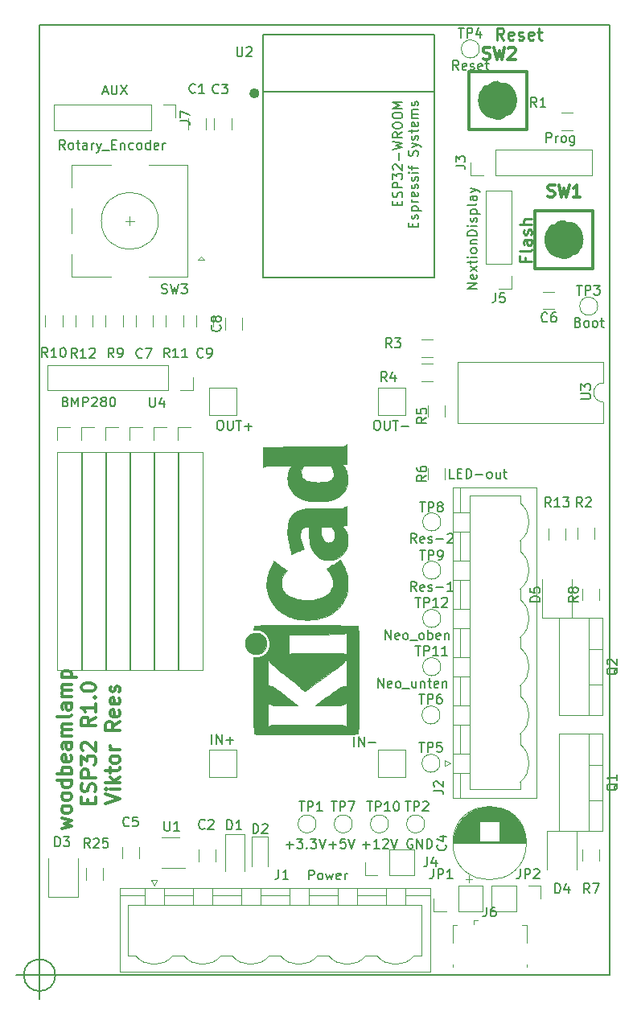
<source format=gbr>
%TF.GenerationSoftware,KiCad,Pcbnew,(5.0.1)-3*%
%TF.CreationDate,2018-11-18T09:49:25+01:00*%
%TF.ProjectId,ESP32-wood-beam-lamp,45535033322D776F6F642D6265616D2D,rev?*%
%TF.SameCoordinates,Original*%
%TF.FileFunction,Legend,Top*%
%TF.FilePolarity,Positive*%
%FSLAX46Y46*%
G04 Gerber Fmt 4.6, Leading zero omitted, Abs format (unit mm)*
G04 Created by KiCad (PCBNEW (5.0.1)-3) date 18.11.2018 09:49:25*
%MOMM*%
%LPD*%
G01*
G04 APERTURE LIST*
%ADD10C,0.300000*%
%ADD11C,0.150000*%
%ADD12C,0.120000*%
%ADD13C,2.540000*%
%ADD14C,0.304800*%
%ADD15C,0.500000*%
%ADD16C,0.010000*%
%ADD17C,0.317500*%
%ADD18C,0.254000*%
G04 APERTURE END LIST*
D10*
X42340571Y-114592571D02*
X43340571Y-114306857D01*
X42626285Y-114021142D01*
X43340571Y-113735428D01*
X42340571Y-113449714D01*
X43340571Y-112664000D02*
X43269142Y-112806857D01*
X43197714Y-112878285D01*
X43054857Y-112949714D01*
X42626285Y-112949714D01*
X42483428Y-112878285D01*
X42412000Y-112806857D01*
X42340571Y-112664000D01*
X42340571Y-112449714D01*
X42412000Y-112306857D01*
X42483428Y-112235428D01*
X42626285Y-112164000D01*
X43054857Y-112164000D01*
X43197714Y-112235428D01*
X43269142Y-112306857D01*
X43340571Y-112449714D01*
X43340571Y-112664000D01*
X43340571Y-111306857D02*
X43269142Y-111449714D01*
X43197714Y-111521142D01*
X43054857Y-111592571D01*
X42626285Y-111592571D01*
X42483428Y-111521142D01*
X42412000Y-111449714D01*
X42340571Y-111306857D01*
X42340571Y-111092571D01*
X42412000Y-110949714D01*
X42483428Y-110878285D01*
X42626285Y-110806857D01*
X43054857Y-110806857D01*
X43197714Y-110878285D01*
X43269142Y-110949714D01*
X43340571Y-111092571D01*
X43340571Y-111306857D01*
X43340571Y-109521142D02*
X41840571Y-109521142D01*
X43269142Y-109521142D02*
X43340571Y-109664000D01*
X43340571Y-109949714D01*
X43269142Y-110092571D01*
X43197714Y-110164000D01*
X43054857Y-110235428D01*
X42626285Y-110235428D01*
X42483428Y-110164000D01*
X42412000Y-110092571D01*
X42340571Y-109949714D01*
X42340571Y-109664000D01*
X42412000Y-109521142D01*
X43340571Y-108806857D02*
X41840571Y-108806857D01*
X42412000Y-108806857D02*
X42340571Y-108664000D01*
X42340571Y-108378285D01*
X42412000Y-108235428D01*
X42483428Y-108164000D01*
X42626285Y-108092571D01*
X43054857Y-108092571D01*
X43197714Y-108164000D01*
X43269142Y-108235428D01*
X43340571Y-108378285D01*
X43340571Y-108664000D01*
X43269142Y-108806857D01*
X43269142Y-106878285D02*
X43340571Y-107021142D01*
X43340571Y-107306857D01*
X43269142Y-107449714D01*
X43126285Y-107521142D01*
X42554857Y-107521142D01*
X42412000Y-107449714D01*
X42340571Y-107306857D01*
X42340571Y-107021142D01*
X42412000Y-106878285D01*
X42554857Y-106806857D01*
X42697714Y-106806857D01*
X42840571Y-107521142D01*
X43340571Y-105521142D02*
X42554857Y-105521142D01*
X42412000Y-105592571D01*
X42340571Y-105735428D01*
X42340571Y-106021142D01*
X42412000Y-106164000D01*
X43269142Y-105521142D02*
X43340571Y-105664000D01*
X43340571Y-106021142D01*
X43269142Y-106164000D01*
X43126285Y-106235428D01*
X42983428Y-106235428D01*
X42840571Y-106164000D01*
X42769142Y-106021142D01*
X42769142Y-105664000D01*
X42697714Y-105521142D01*
X43340571Y-104806857D02*
X42340571Y-104806857D01*
X42483428Y-104806857D02*
X42412000Y-104735428D01*
X42340571Y-104592571D01*
X42340571Y-104378285D01*
X42412000Y-104235428D01*
X42554857Y-104164000D01*
X43340571Y-104164000D01*
X42554857Y-104164000D02*
X42412000Y-104092571D01*
X42340571Y-103949714D01*
X42340571Y-103735428D01*
X42412000Y-103592571D01*
X42554857Y-103521142D01*
X43340571Y-103521142D01*
X43340571Y-102592571D02*
X43269142Y-102735428D01*
X43126285Y-102806857D01*
X41840571Y-102806857D01*
X43340571Y-101378285D02*
X42554857Y-101378285D01*
X42412000Y-101449714D01*
X42340571Y-101592571D01*
X42340571Y-101878285D01*
X42412000Y-102021142D01*
X43269142Y-101378285D02*
X43340571Y-101521142D01*
X43340571Y-101878285D01*
X43269142Y-102021142D01*
X43126285Y-102092571D01*
X42983428Y-102092571D01*
X42840571Y-102021142D01*
X42769142Y-101878285D01*
X42769142Y-101521142D01*
X42697714Y-101378285D01*
X43340571Y-100664000D02*
X42340571Y-100664000D01*
X42483428Y-100664000D02*
X42412000Y-100592571D01*
X42340571Y-100449714D01*
X42340571Y-100235428D01*
X42412000Y-100092571D01*
X42554857Y-100021142D01*
X43340571Y-100021142D01*
X42554857Y-100021142D02*
X42412000Y-99949714D01*
X42340571Y-99806857D01*
X42340571Y-99592571D01*
X42412000Y-99449714D01*
X42554857Y-99378285D01*
X43340571Y-99378285D01*
X42340571Y-98664000D02*
X43840571Y-98664000D01*
X42412000Y-98664000D02*
X42340571Y-98521142D01*
X42340571Y-98235428D01*
X42412000Y-98092571D01*
X42483428Y-98021142D01*
X42626285Y-97949714D01*
X43054857Y-97949714D01*
X43197714Y-98021142D01*
X43269142Y-98092571D01*
X43340571Y-98235428D01*
X43340571Y-98521142D01*
X43269142Y-98664000D01*
X45104857Y-111985428D02*
X45104857Y-111485428D01*
X45890571Y-111271142D02*
X45890571Y-111985428D01*
X44390571Y-111985428D01*
X44390571Y-111271142D01*
X45819142Y-110699714D02*
X45890571Y-110485428D01*
X45890571Y-110128285D01*
X45819142Y-109985428D01*
X45747714Y-109914000D01*
X45604857Y-109842571D01*
X45462000Y-109842571D01*
X45319142Y-109914000D01*
X45247714Y-109985428D01*
X45176285Y-110128285D01*
X45104857Y-110414000D01*
X45033428Y-110556857D01*
X44962000Y-110628285D01*
X44819142Y-110699714D01*
X44676285Y-110699714D01*
X44533428Y-110628285D01*
X44462000Y-110556857D01*
X44390571Y-110414000D01*
X44390571Y-110056857D01*
X44462000Y-109842571D01*
X45890571Y-109199714D02*
X44390571Y-109199714D01*
X44390571Y-108628285D01*
X44462000Y-108485428D01*
X44533428Y-108414000D01*
X44676285Y-108342571D01*
X44890571Y-108342571D01*
X45033428Y-108414000D01*
X45104857Y-108485428D01*
X45176285Y-108628285D01*
X45176285Y-109199714D01*
X44390571Y-107842571D02*
X44390571Y-106914000D01*
X44962000Y-107414000D01*
X44962000Y-107199714D01*
X45033428Y-107056857D01*
X45104857Y-106985428D01*
X45247714Y-106914000D01*
X45604857Y-106914000D01*
X45747714Y-106985428D01*
X45819142Y-107056857D01*
X45890571Y-107199714D01*
X45890571Y-107628285D01*
X45819142Y-107771142D01*
X45747714Y-107842571D01*
X44533428Y-106342571D02*
X44462000Y-106271142D01*
X44390571Y-106128285D01*
X44390571Y-105771142D01*
X44462000Y-105628285D01*
X44533428Y-105556857D01*
X44676285Y-105485428D01*
X44819142Y-105485428D01*
X45033428Y-105556857D01*
X45890571Y-106414000D01*
X45890571Y-105485428D01*
X45890571Y-102842571D02*
X45176285Y-103342571D01*
X45890571Y-103699714D02*
X44390571Y-103699714D01*
X44390571Y-103128285D01*
X44462000Y-102985428D01*
X44533428Y-102914000D01*
X44676285Y-102842571D01*
X44890571Y-102842571D01*
X45033428Y-102914000D01*
X45104857Y-102985428D01*
X45176285Y-103128285D01*
X45176285Y-103699714D01*
X45890571Y-101414000D02*
X45890571Y-102271142D01*
X45890571Y-101842571D02*
X44390571Y-101842571D01*
X44604857Y-101985428D01*
X44747714Y-102128285D01*
X44819142Y-102271142D01*
X45747714Y-100771142D02*
X45819142Y-100699714D01*
X45890571Y-100771142D01*
X45819142Y-100842571D01*
X45747714Y-100771142D01*
X45890571Y-100771142D01*
X44390571Y-99771142D02*
X44390571Y-99628285D01*
X44462000Y-99485428D01*
X44533428Y-99414000D01*
X44676285Y-99342571D01*
X44962000Y-99271142D01*
X45319142Y-99271142D01*
X45604857Y-99342571D01*
X45747714Y-99414000D01*
X45819142Y-99485428D01*
X45890571Y-99628285D01*
X45890571Y-99771142D01*
X45819142Y-99914000D01*
X45747714Y-99985428D01*
X45604857Y-100056857D01*
X45319142Y-100128285D01*
X44962000Y-100128285D01*
X44676285Y-100056857D01*
X44533428Y-99985428D01*
X44462000Y-99914000D01*
X44390571Y-99771142D01*
X46940571Y-111914000D02*
X48440571Y-111414000D01*
X46940571Y-110914000D01*
X48440571Y-110414000D02*
X47440571Y-110414000D01*
X46940571Y-110414000D02*
X47012000Y-110485428D01*
X47083428Y-110414000D01*
X47012000Y-110342571D01*
X46940571Y-110414000D01*
X47083428Y-110414000D01*
X48440571Y-109699714D02*
X46940571Y-109699714D01*
X47869142Y-109556857D02*
X48440571Y-109128285D01*
X47440571Y-109128285D02*
X48012000Y-109699714D01*
X47440571Y-108699714D02*
X47440571Y-108128285D01*
X46940571Y-108485428D02*
X48226285Y-108485428D01*
X48369142Y-108414000D01*
X48440571Y-108271142D01*
X48440571Y-108128285D01*
X48440571Y-107414000D02*
X48369142Y-107556857D01*
X48297714Y-107628285D01*
X48154857Y-107699714D01*
X47726285Y-107699714D01*
X47583428Y-107628285D01*
X47512000Y-107556857D01*
X47440571Y-107414000D01*
X47440571Y-107199714D01*
X47512000Y-107056857D01*
X47583428Y-106985428D01*
X47726285Y-106914000D01*
X48154857Y-106914000D01*
X48297714Y-106985428D01*
X48369142Y-107056857D01*
X48440571Y-107199714D01*
X48440571Y-107414000D01*
X48440571Y-106271142D02*
X47440571Y-106271142D01*
X47726285Y-106271142D02*
X47583428Y-106199714D01*
X47512000Y-106128285D01*
X47440571Y-105985428D01*
X47440571Y-105842571D01*
X48440571Y-103342571D02*
X47726285Y-103842571D01*
X48440571Y-104199714D02*
X46940571Y-104199714D01*
X46940571Y-103628285D01*
X47012000Y-103485428D01*
X47083428Y-103414000D01*
X47226285Y-103342571D01*
X47440571Y-103342571D01*
X47583428Y-103414000D01*
X47654857Y-103485428D01*
X47726285Y-103628285D01*
X47726285Y-104199714D01*
X48369142Y-102128285D02*
X48440571Y-102271142D01*
X48440571Y-102556857D01*
X48369142Y-102699714D01*
X48226285Y-102771142D01*
X47654857Y-102771142D01*
X47512000Y-102699714D01*
X47440571Y-102556857D01*
X47440571Y-102271142D01*
X47512000Y-102128285D01*
X47654857Y-102056857D01*
X47797714Y-102056857D01*
X47940571Y-102771142D01*
X48369142Y-100842571D02*
X48440571Y-100985428D01*
X48440571Y-101271142D01*
X48369142Y-101414000D01*
X48226285Y-101485428D01*
X47654857Y-101485428D01*
X47512000Y-101414000D01*
X47440571Y-101271142D01*
X47440571Y-100985428D01*
X47512000Y-100842571D01*
X47654857Y-100771142D01*
X47797714Y-100771142D01*
X47940571Y-101485428D01*
X48369142Y-100199714D02*
X48440571Y-100056857D01*
X48440571Y-99771142D01*
X48369142Y-99628285D01*
X48226285Y-99556857D01*
X48154857Y-99556857D01*
X48012000Y-99628285D01*
X47940571Y-99771142D01*
X47940571Y-99985428D01*
X47869142Y-100128285D01*
X47726285Y-100199714D01*
X47654857Y-100199714D01*
X47512000Y-100128285D01*
X47440571Y-99985428D01*
X47440571Y-99771142D01*
X47512000Y-99628285D01*
D11*
X41666666Y-130000000D02*
G75*
G03X41666666Y-130000000I-1666666J0D01*
G01*
X37500000Y-130000000D02*
X42500000Y-130000000D01*
X40000000Y-127500000D02*
X40000000Y-132500000D01*
X40000000Y-130000000D02*
X40000000Y-30000000D01*
X100000000Y-130000000D02*
X40000000Y-130000000D01*
X100000000Y-30000000D02*
X100000000Y-130000000D01*
X40000000Y-30000000D02*
X100000000Y-30000000D01*
D12*
X82698000Y-77854564D02*
X82698000Y-76650436D01*
X80878000Y-77854564D02*
X80878000Y-76650436D01*
X80540000Y-114080000D02*
G75*
G03X80540000Y-114080000I-950000J0D01*
G01*
X99282000Y-104608000D02*
X99282000Y-114848000D01*
X94641000Y-104608000D02*
X94641000Y-114848000D01*
X99282000Y-104608000D02*
X94641000Y-104608000D01*
X99282000Y-114848000D02*
X94641000Y-114848000D01*
X97772000Y-104608000D02*
X97772000Y-114848000D01*
X99282000Y-107878000D02*
X97772000Y-107878000D01*
X99282000Y-111579000D02*
X97772000Y-111579000D01*
X99335900Y-69668900D02*
G75*
G02X99335900Y-67668900I0J1000000D01*
G01*
X99335900Y-67668900D02*
X99335900Y-65433900D01*
X99335900Y-65433900D02*
X83975900Y-65433900D01*
X83975900Y-65433900D02*
X83975900Y-71903900D01*
X83975900Y-71903900D02*
X99335900Y-71903900D01*
X99335900Y-71903900D02*
X99335900Y-69668900D01*
X57488500Y-39785536D02*
X57488500Y-40989664D01*
X55668500Y-39785536D02*
X55668500Y-40989664D01*
X56748000Y-116811036D02*
X56748000Y-118015164D01*
X58568000Y-116811036D02*
X58568000Y-118015164D01*
X58360900Y-39785536D02*
X58360900Y-40989664D01*
X60180900Y-39785536D02*
X60180900Y-40989664D01*
X91246000Y-116098000D02*
G75*
G03X91246000Y-116098000I-3870000J0D01*
G01*
X83546000Y-116098000D02*
X91206000Y-116098000D01*
X83546000Y-116058000D02*
X91206000Y-116058000D01*
X83546000Y-116018000D02*
X91206000Y-116018000D01*
X83547000Y-115978000D02*
X91205000Y-115978000D01*
X83549000Y-115938000D02*
X91203000Y-115938000D01*
X83551000Y-115898000D02*
X91201000Y-115898000D01*
X83553000Y-115858000D02*
X86336000Y-115858000D01*
X88416000Y-115858000D02*
X91199000Y-115858000D01*
X83556000Y-115818000D02*
X86336000Y-115818000D01*
X88416000Y-115818000D02*
X91196000Y-115818000D01*
X83559000Y-115778000D02*
X86336000Y-115778000D01*
X88416000Y-115778000D02*
X91193000Y-115778000D01*
X83562000Y-115738000D02*
X86336000Y-115738000D01*
X88416000Y-115738000D02*
X91190000Y-115738000D01*
X83566000Y-115698000D02*
X86336000Y-115698000D01*
X88416000Y-115698000D02*
X91186000Y-115698000D01*
X83571000Y-115658000D02*
X86336000Y-115658000D01*
X88416000Y-115658000D02*
X91181000Y-115658000D01*
X83575000Y-115618000D02*
X86336000Y-115618000D01*
X88416000Y-115618000D02*
X91177000Y-115618000D01*
X83581000Y-115578000D02*
X86336000Y-115578000D01*
X88416000Y-115578000D02*
X91171000Y-115578000D01*
X83586000Y-115538000D02*
X86336000Y-115538000D01*
X88416000Y-115538000D02*
X91166000Y-115538000D01*
X83592000Y-115498000D02*
X86336000Y-115498000D01*
X88416000Y-115498000D02*
X91160000Y-115498000D01*
X83599000Y-115458000D02*
X86336000Y-115458000D01*
X88416000Y-115458000D02*
X91153000Y-115458000D01*
X83606000Y-115418000D02*
X86336000Y-115418000D01*
X88416000Y-115418000D02*
X91146000Y-115418000D01*
X83613000Y-115377000D02*
X86336000Y-115377000D01*
X88416000Y-115377000D02*
X91139000Y-115377000D01*
X83621000Y-115337000D02*
X86336000Y-115337000D01*
X88416000Y-115337000D02*
X91131000Y-115337000D01*
X83629000Y-115297000D02*
X86336000Y-115297000D01*
X88416000Y-115297000D02*
X91123000Y-115297000D01*
X83638000Y-115257000D02*
X86336000Y-115257000D01*
X88416000Y-115257000D02*
X91114000Y-115257000D01*
X83647000Y-115217000D02*
X86336000Y-115217000D01*
X88416000Y-115217000D02*
X91105000Y-115217000D01*
X83656000Y-115177000D02*
X86336000Y-115177000D01*
X88416000Y-115177000D02*
X91096000Y-115177000D01*
X83666000Y-115137000D02*
X86336000Y-115137000D01*
X88416000Y-115137000D02*
X91086000Y-115137000D01*
X83677000Y-115097000D02*
X86336000Y-115097000D01*
X88416000Y-115097000D02*
X91075000Y-115097000D01*
X83688000Y-115057000D02*
X86336000Y-115057000D01*
X88416000Y-115057000D02*
X91064000Y-115057000D01*
X83699000Y-115017000D02*
X86336000Y-115017000D01*
X88416000Y-115017000D02*
X91053000Y-115017000D01*
X83711000Y-114977000D02*
X86336000Y-114977000D01*
X88416000Y-114977000D02*
X91041000Y-114977000D01*
X83723000Y-114937000D02*
X86336000Y-114937000D01*
X88416000Y-114937000D02*
X91029000Y-114937000D01*
X83736000Y-114897000D02*
X86336000Y-114897000D01*
X88416000Y-114897000D02*
X91016000Y-114897000D01*
X83750000Y-114857000D02*
X86336000Y-114857000D01*
X88416000Y-114857000D02*
X91002000Y-114857000D01*
X83763000Y-114817000D02*
X86336000Y-114817000D01*
X88416000Y-114817000D02*
X90989000Y-114817000D01*
X83778000Y-114777000D02*
X86336000Y-114777000D01*
X88416000Y-114777000D02*
X90974000Y-114777000D01*
X83792000Y-114737000D02*
X86336000Y-114737000D01*
X88416000Y-114737000D02*
X90960000Y-114737000D01*
X83808000Y-114697000D02*
X86336000Y-114697000D01*
X88416000Y-114697000D02*
X90944000Y-114697000D01*
X83823000Y-114657000D02*
X86336000Y-114657000D01*
X88416000Y-114657000D02*
X90929000Y-114657000D01*
X83840000Y-114617000D02*
X86336000Y-114617000D01*
X88416000Y-114617000D02*
X90912000Y-114617000D01*
X83856000Y-114577000D02*
X86336000Y-114577000D01*
X88416000Y-114577000D02*
X90896000Y-114577000D01*
X83874000Y-114537000D02*
X86336000Y-114537000D01*
X88416000Y-114537000D02*
X90878000Y-114537000D01*
X83892000Y-114497000D02*
X86336000Y-114497000D01*
X88416000Y-114497000D02*
X90860000Y-114497000D01*
X83910000Y-114457000D02*
X86336000Y-114457000D01*
X88416000Y-114457000D02*
X90842000Y-114457000D01*
X83929000Y-114417000D02*
X86336000Y-114417000D01*
X88416000Y-114417000D02*
X90823000Y-114417000D01*
X83949000Y-114377000D02*
X86336000Y-114377000D01*
X88416000Y-114377000D02*
X90803000Y-114377000D01*
X83969000Y-114337000D02*
X86336000Y-114337000D01*
X88416000Y-114337000D02*
X90783000Y-114337000D01*
X83990000Y-114297000D02*
X86336000Y-114297000D01*
X88416000Y-114297000D02*
X90762000Y-114297000D01*
X84011000Y-114257000D02*
X86336000Y-114257000D01*
X88416000Y-114257000D02*
X90741000Y-114257000D01*
X84033000Y-114217000D02*
X86336000Y-114217000D01*
X88416000Y-114217000D02*
X90719000Y-114217000D01*
X84055000Y-114177000D02*
X86336000Y-114177000D01*
X88416000Y-114177000D02*
X90697000Y-114177000D01*
X84079000Y-114137000D02*
X86336000Y-114137000D01*
X88416000Y-114137000D02*
X90673000Y-114137000D01*
X84102000Y-114097000D02*
X86336000Y-114097000D01*
X88416000Y-114097000D02*
X90650000Y-114097000D01*
X84127000Y-114057000D02*
X86336000Y-114057000D01*
X88416000Y-114057000D02*
X90625000Y-114057000D01*
X84152000Y-114017000D02*
X86336000Y-114017000D01*
X88416000Y-114017000D02*
X90600000Y-114017000D01*
X84178000Y-113977000D02*
X86336000Y-113977000D01*
X88416000Y-113977000D02*
X90574000Y-113977000D01*
X84204000Y-113937000D02*
X86336000Y-113937000D01*
X88416000Y-113937000D02*
X90548000Y-113937000D01*
X84232000Y-113897000D02*
X86336000Y-113897000D01*
X88416000Y-113897000D02*
X90520000Y-113897000D01*
X84260000Y-113857000D02*
X86336000Y-113857000D01*
X88416000Y-113857000D02*
X90492000Y-113857000D01*
X84288000Y-113817000D02*
X86336000Y-113817000D01*
X88416000Y-113817000D02*
X90464000Y-113817000D01*
X84318000Y-113777000D02*
X90434000Y-113777000D01*
X84348000Y-113737000D02*
X90404000Y-113737000D01*
X84380000Y-113697000D02*
X90372000Y-113697000D01*
X84412000Y-113657000D02*
X90340000Y-113657000D01*
X84445000Y-113617000D02*
X90307000Y-113617000D01*
X84478000Y-113577000D02*
X90274000Y-113577000D01*
X84513000Y-113537000D02*
X90239000Y-113537000D01*
X84549000Y-113497000D02*
X90203000Y-113497000D01*
X84586000Y-113457000D02*
X90166000Y-113457000D01*
X84624000Y-113417000D02*
X90128000Y-113417000D01*
X84663000Y-113377000D02*
X90089000Y-113377000D01*
X84703000Y-113337000D02*
X90049000Y-113337000D01*
X84744000Y-113297000D02*
X90008000Y-113297000D01*
X84787000Y-113257000D02*
X89965000Y-113257000D01*
X84830000Y-113217000D02*
X89922000Y-113217000D01*
X84876000Y-113177000D02*
X89876000Y-113177000D01*
X84922000Y-113137000D02*
X89830000Y-113137000D01*
X84971000Y-113097000D02*
X89781000Y-113097000D01*
X85021000Y-113057000D02*
X89731000Y-113057000D01*
X85072000Y-113017000D02*
X89680000Y-113017000D01*
X85126000Y-112977000D02*
X89626000Y-112977000D01*
X85181000Y-112937000D02*
X89571000Y-112937000D01*
X85239000Y-112897000D02*
X89513000Y-112897000D01*
X85299000Y-112857000D02*
X89453000Y-112857000D01*
X85362000Y-112817000D02*
X89390000Y-112817000D01*
X85427000Y-112777000D02*
X89325000Y-112777000D01*
X85495000Y-112737000D02*
X89257000Y-112737000D01*
X85567000Y-112697000D02*
X89185000Y-112697000D01*
X85643000Y-112657000D02*
X89109000Y-112657000D01*
X85722000Y-112617000D02*
X89030000Y-112617000D01*
X85807000Y-112577000D02*
X88945000Y-112577000D01*
X85898000Y-112537000D02*
X88854000Y-112537000D01*
X85995000Y-112497000D02*
X88757000Y-112497000D01*
X86101000Y-112457000D02*
X88651000Y-112457000D01*
X86218000Y-112417000D02*
X88534000Y-112417000D01*
X86348000Y-112377000D02*
X88404000Y-112377000D01*
X86499000Y-112337000D02*
X88253000Y-112337000D01*
X86683000Y-112297000D02*
X88069000Y-112297000D01*
X86935000Y-112257000D02*
X87817000Y-112257000D01*
X85201000Y-120240211D02*
X85201000Y-119490211D01*
X84826000Y-119865211D02*
X85576000Y-119865211D01*
X48670800Y-116491936D02*
X48670800Y-117696064D01*
X50490800Y-116491936D02*
X50490800Y-117696064D01*
X94212164Y-58068800D02*
X93008036Y-58068800D01*
X94212164Y-59888800D02*
X93008036Y-59888800D01*
X51925000Y-60555436D02*
X51925000Y-61759564D01*
X50105000Y-60555436D02*
X50105000Y-61759564D01*
X59542000Y-62033564D02*
X59542000Y-60829436D01*
X61362000Y-62033564D02*
X61362000Y-60829436D01*
X58275000Y-60555436D02*
X58275000Y-61759564D01*
X56455000Y-60555436D02*
X56455000Y-61759564D01*
X61579000Y-115201800D02*
X59579000Y-115201800D01*
X59579000Y-115201800D02*
X59579000Y-119051800D01*
X61579000Y-115201800D02*
X61579000Y-119051800D01*
X64070600Y-115402600D02*
X62370600Y-115402600D01*
X62370600Y-115402600D02*
X62370600Y-118552600D01*
X64070600Y-115402600D02*
X64070600Y-118552600D01*
X44053800Y-121774900D02*
X44053800Y-117714900D01*
X40883800Y-121774900D02*
X44053800Y-121774900D01*
X40883800Y-117714900D02*
X40883800Y-121774900D01*
X93411000Y-114851500D02*
X93411000Y-118911500D01*
X96581000Y-114851500D02*
X93411000Y-114851500D01*
X96581000Y-118911500D02*
X96581000Y-114851500D01*
X92903000Y-88352500D02*
X92903000Y-92412500D01*
X92903000Y-92412500D02*
X96073000Y-92412500D01*
X96073000Y-92412500D02*
X96073000Y-88352500D01*
X51770000Y-120020000D02*
X52370000Y-120020000D01*
X52070000Y-120620000D02*
X51770000Y-120020000D01*
X52370000Y-120020000D02*
X52070000Y-120620000D01*
X80210000Y-127930000D02*
X79470000Y-127930000D01*
X80210000Y-122630000D02*
X80210000Y-127930000D01*
X49330000Y-122630000D02*
X80210000Y-122630000D01*
X49330000Y-127930000D02*
X49330000Y-122630000D01*
X50070000Y-127930000D02*
X49330000Y-127930000D01*
X74390000Y-127930000D02*
X75470000Y-127930000D01*
X69310000Y-127930000D02*
X70390000Y-127930000D01*
X64230000Y-127930000D02*
X65310000Y-127930000D01*
X59150000Y-127930000D02*
X60230000Y-127930000D01*
X54070000Y-127930000D02*
X55150000Y-127930000D01*
X78470000Y-122630000D02*
X76470000Y-122630000D01*
X78470000Y-120820000D02*
X78470000Y-122630000D01*
X76470000Y-120820000D02*
X78470000Y-120820000D01*
X76470000Y-122630000D02*
X76470000Y-120820000D01*
X73390000Y-122630000D02*
X71390000Y-122630000D01*
X73390000Y-120820000D02*
X73390000Y-122630000D01*
X71390000Y-120820000D02*
X73390000Y-120820000D01*
X71390000Y-122630000D02*
X71390000Y-120820000D01*
X68310000Y-122630000D02*
X66310000Y-122630000D01*
X68310000Y-120820000D02*
X68310000Y-122630000D01*
X66310000Y-120820000D02*
X68310000Y-120820000D01*
X66310000Y-122630000D02*
X66310000Y-120820000D01*
X63230000Y-122630000D02*
X61230000Y-122630000D01*
X63230000Y-120820000D02*
X63230000Y-122630000D01*
X61230000Y-120820000D02*
X63230000Y-120820000D01*
X61230000Y-122630000D02*
X61230000Y-120820000D01*
X58150000Y-122630000D02*
X56150000Y-122630000D01*
X58150000Y-120820000D02*
X58150000Y-122630000D01*
X56150000Y-120820000D02*
X58150000Y-120820000D01*
X56150000Y-122630000D02*
X56150000Y-120820000D01*
X53070000Y-122630000D02*
X51070000Y-122630000D01*
X53070000Y-120820000D02*
X53070000Y-122630000D01*
X51070000Y-120820000D02*
X53070000Y-120820000D01*
X51070000Y-122630000D02*
X51070000Y-120820000D01*
X73390000Y-121630000D02*
X76470000Y-121630000D01*
X68310000Y-121630000D02*
X71390000Y-121630000D01*
X63230000Y-121630000D02*
X66310000Y-121630000D01*
X58150000Y-121630000D02*
X61230000Y-121630000D01*
X53070000Y-121630000D02*
X56150000Y-121630000D01*
X81120000Y-121630000D02*
X78580000Y-121630000D01*
X48420000Y-121630000D02*
X50960000Y-121630000D01*
X81120000Y-120820000D02*
X48420000Y-120820000D01*
X81120000Y-129640000D02*
X81120000Y-120820000D01*
X48420000Y-129640000D02*
X81120000Y-129640000D01*
X48420000Y-120820000D02*
X48420000Y-129640000D01*
X79456841Y-127945821D02*
G75*
G02X75470000Y-127930000I-1986841J1665821D01*
G01*
X74376841Y-127945821D02*
G75*
G02X70390000Y-127930000I-1986841J1665821D01*
G01*
X69296841Y-127945821D02*
G75*
G02X65310000Y-127930000I-1986841J1665821D01*
G01*
X64216841Y-127945821D02*
G75*
G02X60230000Y-127930000I-1986841J1665821D01*
G01*
X59136841Y-127945821D02*
G75*
G02X55150000Y-127930000I-1986841J1665821D01*
G01*
X54056841Y-127945821D02*
G75*
G02X50070000Y-127930000I-1986841J1665821D01*
G01*
X90607821Y-105709159D02*
G75*
G02X90592000Y-109696000I-1665821J-1986841D01*
G01*
X90607821Y-100629159D02*
G75*
G02X90592000Y-104616000I-1665821J-1986841D01*
G01*
X90607821Y-95549159D02*
G75*
G02X90592000Y-99536000I-1665821J-1986841D01*
G01*
X90607821Y-90469159D02*
G75*
G02X90592000Y-94456000I-1665821J-1986841D01*
G01*
X90607821Y-85389159D02*
G75*
G02X90592000Y-89376000I-1665821J-1986841D01*
G01*
X90607821Y-80309159D02*
G75*
G02X90592000Y-84296000I-1665821J-1986841D01*
G01*
X83482000Y-111346000D02*
X92302000Y-111346000D01*
X92302000Y-111346000D02*
X92302000Y-78646000D01*
X92302000Y-78646000D02*
X83482000Y-78646000D01*
X83482000Y-78646000D02*
X83482000Y-111346000D01*
X84292000Y-111346000D02*
X84292000Y-108806000D01*
X84292000Y-78646000D02*
X84292000Y-81186000D01*
X84292000Y-106696000D02*
X84292000Y-103616000D01*
X84292000Y-101616000D02*
X84292000Y-98536000D01*
X84292000Y-96536000D02*
X84292000Y-93456000D01*
X84292000Y-91456000D02*
X84292000Y-88376000D01*
X84292000Y-86376000D02*
X84292000Y-83296000D01*
X85292000Y-108696000D02*
X83482000Y-108696000D01*
X83482000Y-108696000D02*
X83482000Y-106696000D01*
X83482000Y-106696000D02*
X85292000Y-106696000D01*
X85292000Y-106696000D02*
X85292000Y-108696000D01*
X85292000Y-103616000D02*
X83482000Y-103616000D01*
X83482000Y-103616000D02*
X83482000Y-101616000D01*
X83482000Y-101616000D02*
X85292000Y-101616000D01*
X85292000Y-101616000D02*
X85292000Y-103616000D01*
X85292000Y-98536000D02*
X83482000Y-98536000D01*
X83482000Y-98536000D02*
X83482000Y-96536000D01*
X83482000Y-96536000D02*
X85292000Y-96536000D01*
X85292000Y-96536000D02*
X85292000Y-98536000D01*
X85292000Y-93456000D02*
X83482000Y-93456000D01*
X83482000Y-93456000D02*
X83482000Y-91456000D01*
X83482000Y-91456000D02*
X85292000Y-91456000D01*
X85292000Y-91456000D02*
X85292000Y-93456000D01*
X85292000Y-88376000D02*
X83482000Y-88376000D01*
X83482000Y-88376000D02*
X83482000Y-86376000D01*
X83482000Y-86376000D02*
X85292000Y-86376000D01*
X85292000Y-86376000D02*
X85292000Y-88376000D01*
X85292000Y-83296000D02*
X83482000Y-83296000D01*
X83482000Y-83296000D02*
X83482000Y-81296000D01*
X83482000Y-81296000D02*
X85292000Y-81296000D01*
X85292000Y-81296000D02*
X85292000Y-83296000D01*
X90592000Y-105696000D02*
X90592000Y-104616000D01*
X90592000Y-100616000D02*
X90592000Y-99536000D01*
X90592000Y-95536000D02*
X90592000Y-94456000D01*
X90592000Y-90456000D02*
X90592000Y-89376000D01*
X90592000Y-85376000D02*
X90592000Y-84296000D01*
X90592000Y-109696000D02*
X90592000Y-110436000D01*
X90592000Y-110436000D02*
X85292000Y-110436000D01*
X85292000Y-110436000D02*
X85292000Y-79556000D01*
X85292000Y-79556000D02*
X90592000Y-79556000D01*
X90592000Y-79556000D02*
X90592000Y-80296000D01*
X82682000Y-107396000D02*
X83282000Y-107696000D01*
X83282000Y-107696000D02*
X82682000Y-107996000D01*
X82682000Y-107996000D02*
X82682000Y-107396000D01*
X98180200Y-45792700D02*
X98180200Y-43132700D01*
X87960200Y-45792700D02*
X98180200Y-45792700D01*
X87960200Y-43132700D02*
X98180200Y-43132700D01*
X87960200Y-45792700D02*
X87960200Y-43132700D01*
X86690200Y-45792700D02*
X85360200Y-45792700D01*
X85360200Y-45792700D02*
X85360200Y-44462700D01*
X79435000Y-119440000D02*
X79435000Y-116780000D01*
X76835000Y-119440000D02*
X79435000Y-119440000D01*
X76835000Y-116780000D02*
X79435000Y-116780000D01*
X76835000Y-119440000D02*
X76835000Y-116780000D01*
X75565000Y-119440000D02*
X74235000Y-119440000D01*
X74235000Y-119440000D02*
X74235000Y-118110000D01*
X89671200Y-47463400D02*
X87011200Y-47463400D01*
X89671200Y-55143400D02*
X89671200Y-47463400D01*
X87011200Y-55143400D02*
X87011200Y-47463400D01*
X89671200Y-55143400D02*
X87011200Y-55143400D01*
X89671200Y-56413400D02*
X89671200Y-57743400D01*
X89671200Y-57743400D02*
X88341200Y-57743400D01*
X83476000Y-124729500D02*
X83926000Y-124729500D01*
X83476000Y-126579500D02*
X83476000Y-124729500D01*
X91276000Y-129129500D02*
X91276000Y-128879500D01*
X83476000Y-129129500D02*
X83476000Y-128879500D01*
X91276000Y-126579500D02*
X91276000Y-124729500D01*
X91276000Y-124729500D02*
X90826000Y-124729500D01*
X85676000Y-124179500D02*
X86126000Y-124179500D01*
X85676000Y-124179500D02*
X85676000Y-124629500D01*
X54327100Y-38408300D02*
X54327100Y-39738300D01*
X52997100Y-38408300D02*
X54327100Y-38408300D01*
X51727100Y-38408300D02*
X51727100Y-41068300D01*
X51727100Y-41068300D02*
X41507100Y-41068300D01*
X51727100Y-38408300D02*
X41507100Y-38408300D01*
X41507100Y-38408300D02*
X41507100Y-41068300D01*
X86674000Y-123250000D02*
X86674000Y-120590000D01*
X84074000Y-123250000D02*
X86674000Y-123250000D01*
X84074000Y-120590000D02*
X86674000Y-120590000D01*
X84074000Y-123250000D02*
X84074000Y-120590000D01*
X82804000Y-123250000D02*
X81474000Y-123250000D01*
X81474000Y-123250000D02*
X81474000Y-121920000D01*
X92770000Y-120590000D02*
X92770000Y-121920000D01*
X91440000Y-120590000D02*
X92770000Y-120590000D01*
X90170000Y-120590000D02*
X90170000Y-123250000D01*
X90170000Y-123250000D02*
X87570000Y-123250000D01*
X90170000Y-120590000D02*
X87570000Y-120590000D01*
X87570000Y-120590000D02*
X87570000Y-123250000D01*
X99282000Y-99387000D02*
X97772000Y-99387000D01*
X99282000Y-95686000D02*
X97772000Y-95686000D01*
X97772000Y-92416000D02*
X97772000Y-102656000D01*
X99282000Y-102656000D02*
X94641000Y-102656000D01*
X99282000Y-92416000D02*
X94641000Y-92416000D01*
X94641000Y-92416000D02*
X94641000Y-102656000D01*
X99282000Y-92416000D02*
X99282000Y-102656000D01*
X94938436Y-39222000D02*
X96142564Y-39222000D01*
X94938436Y-41042000D02*
X96142564Y-41042000D01*
X96626000Y-82898836D02*
X96626000Y-84102964D01*
X98446000Y-82898836D02*
X98446000Y-84102964D01*
X81374064Y-64918000D02*
X80169936Y-64918000D01*
X81374064Y-63098000D02*
X80169936Y-63098000D01*
X80206436Y-67458000D02*
X81410564Y-67458000D01*
X80206436Y-65638000D02*
X81410564Y-65638000D01*
X82698000Y-70009936D02*
X82698000Y-71214064D01*
X80878000Y-70009936D02*
X80878000Y-71214064D01*
X97134000Y-116745936D02*
X97134000Y-117950064D01*
X98954000Y-116745936D02*
X98954000Y-117950064D01*
X97134000Y-90554564D02*
X97134000Y-89350436D01*
X98954000Y-90554564D02*
X98954000Y-89350436D01*
X46930000Y-61759564D02*
X46930000Y-60555436D01*
X48750000Y-61759564D02*
X48750000Y-60555436D01*
X40580000Y-61759564D02*
X40580000Y-60555436D01*
X42400000Y-61759564D02*
X42400000Y-60555436D01*
X55100000Y-61759564D02*
X55100000Y-60555436D01*
X53280000Y-61759564D02*
X53280000Y-60555436D01*
X45575000Y-61759564D02*
X45575000Y-60555436D01*
X43755000Y-61759564D02*
X43755000Y-60555436D01*
X95398000Y-82965536D02*
X95398000Y-84169664D01*
X93578000Y-82965536D02*
X93578000Y-84169664D01*
X44860800Y-118741436D02*
X44860800Y-119945564D01*
X46680800Y-118741436D02*
X46680800Y-119945564D01*
D13*
X96002419Y-52578000D02*
G75*
G03X96002419Y-52578000I-803219J0D01*
G01*
D14*
X92151200Y-55626000D02*
X92151200Y-49530000D01*
X98247200Y-55626000D02*
X92151200Y-55626000D01*
X98247200Y-49530000D02*
X98247200Y-55626000D01*
X92151200Y-49530000D02*
X98247200Y-49530000D01*
X85163660Y-34874200D02*
X91259660Y-34874200D01*
X91259660Y-34874200D02*
X91259660Y-40970200D01*
X91259660Y-40970200D02*
X85163660Y-40970200D01*
X85163660Y-40970200D02*
X85163660Y-34874200D01*
D13*
X89014879Y-37922200D02*
G75*
G03X89014879Y-37922200I-803219J0D01*
G01*
D12*
X69110000Y-114080000D02*
G75*
G03X69110000Y-114080000I-950000J0D01*
G01*
X98752700Y-59588400D02*
G75*
G03X98752700Y-59588400I-950000J0D01*
G01*
X86294000Y-32512000D02*
G75*
G03X86294000Y-32512000I-950000J0D01*
G01*
X82153800Y-107696000D02*
G75*
G03X82153800Y-107696000I-950000J0D01*
G01*
X82153800Y-102616000D02*
G75*
G03X82153800Y-102616000I-950000J0D01*
G01*
X72920000Y-114080000D02*
G75*
G03X72920000Y-114080000I-950000J0D01*
G01*
X54697200Y-115484000D02*
X52897200Y-115484000D01*
X52897200Y-118704000D02*
X55347200Y-118704000D01*
X53555000Y-65760000D02*
X53555000Y-68420000D01*
X53555000Y-65760000D02*
X40795000Y-65760000D01*
X40795000Y-65760000D02*
X40795000Y-68420000D01*
X53555000Y-68420000D02*
X40795000Y-68420000D01*
X56155000Y-68420000D02*
X54825000Y-68420000D01*
X56155000Y-67090000D02*
X56155000Y-68420000D01*
D15*
X62894981Y-37185600D02*
G75*
G03X62894981Y-37185600I-283981J0D01*
G01*
D11*
X81517000Y-37039600D02*
X63517000Y-37039600D01*
X63517000Y-31039600D02*
X63517000Y-56539600D01*
X81517000Y-31039600D02*
X81517000Y-56539600D01*
X81517000Y-56539600D02*
X63517000Y-56539600D01*
X81517000Y-31039600D02*
X63517000Y-31039600D01*
D12*
X50004600Y-50608800D02*
X49004600Y-50608800D01*
X49504600Y-51108800D02*
X49504600Y-50108800D01*
X43404600Y-47108800D02*
X43404600Y-44708800D01*
X43404600Y-51908800D02*
X43404600Y-49308800D01*
X43404600Y-56508800D02*
X43404600Y-54108800D01*
X56704600Y-54708800D02*
X57004600Y-54408800D01*
X57304600Y-54708800D02*
X56704600Y-54708800D01*
X57004600Y-54408800D02*
X57304600Y-54708800D01*
X55604600Y-56508800D02*
X55604600Y-44708800D01*
X51504600Y-56508800D02*
X55604600Y-56508800D01*
X51504600Y-44708800D02*
X55604600Y-44708800D01*
X43404600Y-44708800D02*
X47504600Y-44708800D01*
X47504600Y-56508800D02*
X43404600Y-56508800D01*
X52504600Y-50608800D02*
G75*
G03X52504600Y-50608800I-3000000J0D01*
G01*
X82230000Y-82296000D02*
G75*
G03X82230000Y-82296000I-950000J0D01*
G01*
X82230000Y-87376000D02*
G75*
G03X82230000Y-87376000I-950000J0D01*
G01*
X57820000Y-109180000D02*
X57820000Y-106280000D01*
X60720000Y-109180000D02*
X57820000Y-109180000D01*
X60720000Y-106280000D02*
X60720000Y-109180000D01*
X57820000Y-106280000D02*
X60720000Y-106280000D01*
X75600000Y-109180000D02*
X75600000Y-106280000D01*
X78500000Y-109180000D02*
X75600000Y-109180000D01*
X78500000Y-106280000D02*
X78500000Y-109180000D01*
X75600000Y-106280000D02*
X78500000Y-106280000D01*
X57820000Y-71080000D02*
X57820000Y-68180000D01*
X60720000Y-71080000D02*
X57820000Y-71080000D01*
X60720000Y-68180000D02*
X60720000Y-71080000D01*
X57820000Y-68180000D02*
X60720000Y-68180000D01*
X75600000Y-71080000D02*
X75600000Y-68180000D01*
X78500000Y-71080000D02*
X75600000Y-71080000D01*
X78500000Y-68180000D02*
X78500000Y-71080000D01*
X75600000Y-68180000D02*
X78500000Y-68180000D01*
X76730000Y-114080000D02*
G75*
G03X76730000Y-114080000I-950000J0D01*
G01*
D16*
G36*
X62538541Y-101255446D02*
X62538613Y-100729244D01*
X62538623Y-100484303D01*
X62538623Y-96563699D01*
X62769734Y-96563699D01*
X63050976Y-96539032D01*
X63310359Y-96464584D01*
X63549424Y-96339686D01*
X63769714Y-96163670D01*
X63829210Y-96104118D01*
X63997971Y-95889895D01*
X64121052Y-95653690D01*
X64198510Y-95402517D01*
X64230399Y-95143393D01*
X64216776Y-94883333D01*
X64157697Y-94629353D01*
X64053217Y-94388469D01*
X63903393Y-94167696D01*
X63813001Y-94068543D01*
X63591376Y-93883773D01*
X63347661Y-93748284D01*
X63084643Y-93663256D01*
X62805106Y-93629872D01*
X62777606Y-93629428D01*
X62538632Y-93627678D01*
X62538628Y-93522645D01*
X62551273Y-93429470D01*
X62582040Y-93344356D01*
X62585219Y-93338731D01*
X62595194Y-93319508D01*
X62602962Y-93301855D01*
X62610787Y-93285708D01*
X62620930Y-93271005D01*
X62635655Y-93257681D01*
X62657225Y-93245672D01*
X62687901Y-93234915D01*
X62729947Y-93225346D01*
X62785626Y-93216901D01*
X62857199Y-93209516D01*
X62946930Y-93203127D01*
X63057082Y-93197671D01*
X63189916Y-93193084D01*
X63347696Y-93189302D01*
X63532684Y-93186260D01*
X63747144Y-93183897D01*
X63993337Y-93182147D01*
X64273527Y-93180947D01*
X64589975Y-93180232D01*
X64944946Y-93179940D01*
X65340700Y-93180007D01*
X65779502Y-93180368D01*
X66263614Y-93180960D01*
X66795298Y-93181719D01*
X67376817Y-93182581D01*
X68010433Y-93183482D01*
X68087629Y-93183587D01*
X68725287Y-93184395D01*
X69310582Y-93185081D01*
X69845778Y-93185717D01*
X70333136Y-93186376D01*
X70774917Y-93187131D01*
X71173382Y-93188053D01*
X71530795Y-93189216D01*
X71849415Y-93190693D01*
X72131506Y-93192555D01*
X72379328Y-93194876D01*
X72595143Y-93197729D01*
X72781213Y-93201185D01*
X72939800Y-93205318D01*
X73073164Y-93210200D01*
X73183569Y-93215904D01*
X73273275Y-93222502D01*
X73344544Y-93230068D01*
X73399638Y-93238673D01*
X73440818Y-93248390D01*
X73470346Y-93259293D01*
X73490484Y-93271453D01*
X73503493Y-93284943D01*
X73511636Y-93299837D01*
X73517173Y-93316206D01*
X73522366Y-93334123D01*
X73529477Y-93353661D01*
X73531642Y-93358434D01*
X73536506Y-93373434D01*
X73540976Y-93398541D01*
X73545066Y-93435946D01*
X73548793Y-93487842D01*
X73552173Y-93556420D01*
X73555221Y-93643873D01*
X73557954Y-93752394D01*
X73560387Y-93884174D01*
X73562537Y-94041406D01*
X73564419Y-94226281D01*
X73566049Y-94440993D01*
X73567443Y-94687734D01*
X73568617Y-94968694D01*
X73569587Y-95286068D01*
X73570369Y-95642047D01*
X73570979Y-96038822D01*
X73571432Y-96478588D01*
X73571745Y-96963535D01*
X73571934Y-97495856D01*
X73572013Y-98077743D01*
X73572000Y-98711389D01*
X73571980Y-98916644D01*
X73571876Y-99564347D01*
X73571706Y-100159644D01*
X73571453Y-100704755D01*
X73571098Y-101201897D01*
X73570626Y-101653290D01*
X73570018Y-102061151D01*
X73569258Y-102427700D01*
X73568327Y-102755154D01*
X73567209Y-103045732D01*
X73565886Y-103301652D01*
X73564341Y-103525133D01*
X73562557Y-103718394D01*
X73560516Y-103883652D01*
X73558201Y-104023127D01*
X73555594Y-104139037D01*
X73552678Y-104233600D01*
X73549436Y-104309034D01*
X73545851Y-104367558D01*
X73541905Y-104411391D01*
X73537581Y-104442752D01*
X73532862Y-104463857D01*
X73528540Y-104475363D01*
X73519916Y-104495812D01*
X73513557Y-104514587D01*
X73507203Y-104531760D01*
X73498597Y-104547402D01*
X73485480Y-104561584D01*
X73465594Y-104574377D01*
X73436679Y-104585852D01*
X73396479Y-104596080D01*
X73342733Y-104605133D01*
X73273185Y-104613080D01*
X73185574Y-104619994D01*
X73077644Y-104625945D01*
X72947135Y-104631005D01*
X72791789Y-104635245D01*
X72609348Y-104638735D01*
X72397553Y-104641547D01*
X72316258Y-104642283D01*
X72316258Y-103913361D01*
X72316258Y-101336987D01*
X72241150Y-101386561D01*
X72163968Y-101435878D01*
X72090469Y-101477640D01*
X72015512Y-101512441D01*
X71933953Y-101540877D01*
X71840648Y-101563540D01*
X71730453Y-101581025D01*
X71598225Y-101593926D01*
X71438820Y-101602837D01*
X71247095Y-101608352D01*
X71017907Y-101611064D01*
X70746112Y-101611569D01*
X70426566Y-101610459D01*
X70307932Y-101609830D01*
X69036123Y-101602732D01*
X70133010Y-100797033D01*
X70444183Y-100568779D01*
X70715143Y-100371025D01*
X70949478Y-100201635D01*
X71150780Y-100058473D01*
X71322637Y-99939405D01*
X71468640Y-99842295D01*
X71592378Y-99765007D01*
X71697441Y-99705407D01*
X71787420Y-99661359D01*
X71865903Y-99630728D01*
X71936480Y-99611378D01*
X72002742Y-99601175D01*
X72068277Y-99597983D01*
X72136677Y-99599667D01*
X72145274Y-99600097D01*
X72316372Y-99608968D01*
X72316315Y-98197236D01*
X72316258Y-96785505D01*
X72104500Y-96995516D01*
X72046582Y-97052504D01*
X71990225Y-97106566D01*
X71932322Y-97160076D01*
X71869764Y-97215404D01*
X71799443Y-97274925D01*
X71718251Y-97341011D01*
X71623081Y-97416034D01*
X71510823Y-97502367D01*
X71378370Y-97602383D01*
X71222614Y-97718454D01*
X71040446Y-97852952D01*
X70828760Y-98008251D01*
X70584446Y-98186722D01*
X70304397Y-98390740D01*
X69985504Y-98622675D01*
X69723920Y-98812782D01*
X69395292Y-99051372D01*
X69107957Y-99259508D01*
X68859187Y-99439075D01*
X68646254Y-99591957D01*
X68466430Y-99720041D01*
X68316986Y-99825212D01*
X68195196Y-99909355D01*
X68098331Y-99974357D01*
X68023662Y-100022103D01*
X67968463Y-100054477D01*
X67930004Y-100073366D01*
X67905559Y-100080655D01*
X67892706Y-100078464D01*
X67858504Y-100051913D01*
X67786108Y-99994508D01*
X67679820Y-99909713D01*
X67543945Y-99800992D01*
X67382784Y-99671808D01*
X67200643Y-99525626D01*
X67001822Y-99365909D01*
X66790627Y-99196121D01*
X66571359Y-99019726D01*
X66348323Y-98840187D01*
X66225720Y-98741435D01*
X66225720Y-96289548D01*
X66594430Y-96085742D01*
X71947548Y-96085742D01*
X72316258Y-96289548D01*
X72316258Y-95084111D01*
X72316174Y-94796341D01*
X72315797Y-94558647D01*
X72314935Y-94366482D01*
X72313400Y-94215298D01*
X72311000Y-94100548D01*
X72307546Y-94017685D01*
X72302849Y-93962162D01*
X72296717Y-93929430D01*
X72288961Y-93914943D01*
X72279391Y-93914153D01*
X72267817Y-93922513D01*
X72267721Y-93922599D01*
X72217907Y-93957036D01*
X72136910Y-94002637D01*
X72056055Y-94042908D01*
X71892925Y-94119291D01*
X69059322Y-94127081D01*
X66225720Y-94134871D01*
X66225720Y-96289548D01*
X66225720Y-98741435D01*
X66125821Y-98660969D01*
X65908157Y-98485536D01*
X65699633Y-98317350D01*
X65504554Y-98159877D01*
X65327221Y-98016579D01*
X65171939Y-97890921D01*
X65043010Y-97786366D01*
X64944738Y-97706379D01*
X64887441Y-97659398D01*
X64673180Y-97476963D01*
X64479830Y-97301452D01*
X64313720Y-97139016D01*
X64181180Y-96995805D01*
X64099921Y-96894171D01*
X64013462Y-96773998D01*
X64013462Y-99537840D01*
X64175646Y-99537064D01*
X64294883Y-99544788D01*
X64405426Y-99573828D01*
X64510216Y-99618782D01*
X64569416Y-99648004D01*
X64628074Y-99679423D01*
X64690086Y-99715909D01*
X64759345Y-99760331D01*
X64839746Y-99815561D01*
X64935181Y-99884469D01*
X65049547Y-99969923D01*
X65186735Y-100074796D01*
X65350642Y-100201955D01*
X65545160Y-100354273D01*
X65774185Y-100534618D01*
X66041609Y-100745862D01*
X66071783Y-100769721D01*
X67125195Y-101602732D01*
X65958522Y-101610796D01*
X65609069Y-101612420D01*
X65313230Y-101612074D01*
X65070030Y-101609742D01*
X64878493Y-101605407D01*
X64737644Y-101599051D01*
X64646508Y-101590659D01*
X64629220Y-101587838D01*
X64447117Y-101543584D01*
X64282950Y-101485602D01*
X64150954Y-101419437D01*
X64094972Y-101379687D01*
X64013462Y-101311102D01*
X64013462Y-102612453D01*
X64013728Y-102922885D01*
X64014591Y-103182477D01*
X64016154Y-103395014D01*
X64018517Y-103564276D01*
X64021780Y-103694048D01*
X64026045Y-103788111D01*
X64031413Y-103850248D01*
X64037983Y-103884241D01*
X64045858Y-103893874D01*
X64047602Y-103893208D01*
X64089243Y-103865620D01*
X64155248Y-103819564D01*
X64188631Y-103795735D01*
X64221944Y-103771099D01*
X64251734Y-103748955D01*
X64280933Y-103729164D01*
X64312474Y-103711586D01*
X64349286Y-103696081D01*
X64394303Y-103682511D01*
X64450455Y-103670736D01*
X64520675Y-103660616D01*
X64607894Y-103652013D01*
X64715043Y-103644786D01*
X64845055Y-103638796D01*
X65000861Y-103633904D01*
X65185393Y-103629971D01*
X65401581Y-103626857D01*
X65652359Y-103624422D01*
X65940658Y-103622527D01*
X66269409Y-103621033D01*
X66641543Y-103619801D01*
X67059994Y-103618690D01*
X67527691Y-103617562D01*
X67957354Y-103616508D01*
X68436353Y-103615512D01*
X68893362Y-103614994D01*
X69325464Y-103614941D01*
X69729738Y-103615338D01*
X70103265Y-103616172D01*
X70443127Y-103617429D01*
X70746404Y-103619094D01*
X71010177Y-103621156D01*
X71231527Y-103623599D01*
X71407535Y-103626410D01*
X71535283Y-103629576D01*
X71611849Y-103633082D01*
X71619941Y-103633745D01*
X71805568Y-103657905D01*
X71954647Y-103695624D01*
X72084750Y-103753064D01*
X72213452Y-103836389D01*
X72227494Y-103846811D01*
X72316258Y-103913361D01*
X72316258Y-104642283D01*
X72154145Y-104643752D01*
X71876867Y-104645421D01*
X71563459Y-104646625D01*
X71211664Y-104647435D01*
X70819223Y-104647922D01*
X70383877Y-104648156D01*
X69903368Y-104648211D01*
X69375438Y-104648156D01*
X68797828Y-104648062D01*
X68168279Y-104648002D01*
X68043301Y-104648000D01*
X67407122Y-104647965D01*
X66823325Y-104647847D01*
X66289668Y-104647628D01*
X65803909Y-104647292D01*
X65363805Y-104646822D01*
X64967116Y-104646198D01*
X64611599Y-104645406D01*
X64295012Y-104644426D01*
X64015113Y-104643242D01*
X63769661Y-104641836D01*
X63556413Y-104640190D01*
X63373128Y-104638288D01*
X63217564Y-104636113D01*
X63087478Y-104633645D01*
X62980629Y-104630869D01*
X62894775Y-104627767D01*
X62827674Y-104624321D01*
X62777084Y-104620515D01*
X62740764Y-104616330D01*
X62716470Y-104611749D01*
X62701962Y-104606755D01*
X62701600Y-104606570D01*
X62679437Y-104596285D01*
X62659372Y-104587718D01*
X62641301Y-104578241D01*
X62625121Y-104565226D01*
X62610726Y-104546043D01*
X62598014Y-104518065D01*
X62586880Y-104478663D01*
X62577221Y-104425208D01*
X62568932Y-104355071D01*
X62561910Y-104265624D01*
X62556050Y-104154238D01*
X62551250Y-104018284D01*
X62547404Y-103855135D01*
X62544409Y-103662161D01*
X62542161Y-103436733D01*
X62540556Y-103176224D01*
X62539491Y-102878004D01*
X62538860Y-102539445D01*
X62538561Y-102157918D01*
X62538490Y-101730794D01*
X62538541Y-101255446D01*
X62538541Y-101255446D01*
G37*
X62538541Y-101255446D02*
X62538613Y-100729244D01*
X62538623Y-100484303D01*
X62538623Y-96563699D01*
X62769734Y-96563699D01*
X63050976Y-96539032D01*
X63310359Y-96464584D01*
X63549424Y-96339686D01*
X63769714Y-96163670D01*
X63829210Y-96104118D01*
X63997971Y-95889895D01*
X64121052Y-95653690D01*
X64198510Y-95402517D01*
X64230399Y-95143393D01*
X64216776Y-94883333D01*
X64157697Y-94629353D01*
X64053217Y-94388469D01*
X63903393Y-94167696D01*
X63813001Y-94068543D01*
X63591376Y-93883773D01*
X63347661Y-93748284D01*
X63084643Y-93663256D01*
X62805106Y-93629872D01*
X62777606Y-93629428D01*
X62538632Y-93627678D01*
X62538628Y-93522645D01*
X62551273Y-93429470D01*
X62582040Y-93344356D01*
X62585219Y-93338731D01*
X62595194Y-93319508D01*
X62602962Y-93301855D01*
X62610787Y-93285708D01*
X62620930Y-93271005D01*
X62635655Y-93257681D01*
X62657225Y-93245672D01*
X62687901Y-93234915D01*
X62729947Y-93225346D01*
X62785626Y-93216901D01*
X62857199Y-93209516D01*
X62946930Y-93203127D01*
X63057082Y-93197671D01*
X63189916Y-93193084D01*
X63347696Y-93189302D01*
X63532684Y-93186260D01*
X63747144Y-93183897D01*
X63993337Y-93182147D01*
X64273527Y-93180947D01*
X64589975Y-93180232D01*
X64944946Y-93179940D01*
X65340700Y-93180007D01*
X65779502Y-93180368D01*
X66263614Y-93180960D01*
X66795298Y-93181719D01*
X67376817Y-93182581D01*
X68010433Y-93183482D01*
X68087629Y-93183587D01*
X68725287Y-93184395D01*
X69310582Y-93185081D01*
X69845778Y-93185717D01*
X70333136Y-93186376D01*
X70774917Y-93187131D01*
X71173382Y-93188053D01*
X71530795Y-93189216D01*
X71849415Y-93190693D01*
X72131506Y-93192555D01*
X72379328Y-93194876D01*
X72595143Y-93197729D01*
X72781213Y-93201185D01*
X72939800Y-93205318D01*
X73073164Y-93210200D01*
X73183569Y-93215904D01*
X73273275Y-93222502D01*
X73344544Y-93230068D01*
X73399638Y-93238673D01*
X73440818Y-93248390D01*
X73470346Y-93259293D01*
X73490484Y-93271453D01*
X73503493Y-93284943D01*
X73511636Y-93299837D01*
X73517173Y-93316206D01*
X73522366Y-93334123D01*
X73529477Y-93353661D01*
X73531642Y-93358434D01*
X73536506Y-93373434D01*
X73540976Y-93398541D01*
X73545066Y-93435946D01*
X73548793Y-93487842D01*
X73552173Y-93556420D01*
X73555221Y-93643873D01*
X73557954Y-93752394D01*
X73560387Y-93884174D01*
X73562537Y-94041406D01*
X73564419Y-94226281D01*
X73566049Y-94440993D01*
X73567443Y-94687734D01*
X73568617Y-94968694D01*
X73569587Y-95286068D01*
X73570369Y-95642047D01*
X73570979Y-96038822D01*
X73571432Y-96478588D01*
X73571745Y-96963535D01*
X73571934Y-97495856D01*
X73572013Y-98077743D01*
X73572000Y-98711389D01*
X73571980Y-98916644D01*
X73571876Y-99564347D01*
X73571706Y-100159644D01*
X73571453Y-100704755D01*
X73571098Y-101201897D01*
X73570626Y-101653290D01*
X73570018Y-102061151D01*
X73569258Y-102427700D01*
X73568327Y-102755154D01*
X73567209Y-103045732D01*
X73565886Y-103301652D01*
X73564341Y-103525133D01*
X73562557Y-103718394D01*
X73560516Y-103883652D01*
X73558201Y-104023127D01*
X73555594Y-104139037D01*
X73552678Y-104233600D01*
X73549436Y-104309034D01*
X73545851Y-104367558D01*
X73541905Y-104411391D01*
X73537581Y-104442752D01*
X73532862Y-104463857D01*
X73528540Y-104475363D01*
X73519916Y-104495812D01*
X73513557Y-104514587D01*
X73507203Y-104531760D01*
X73498597Y-104547402D01*
X73485480Y-104561584D01*
X73465594Y-104574377D01*
X73436679Y-104585852D01*
X73396479Y-104596080D01*
X73342733Y-104605133D01*
X73273185Y-104613080D01*
X73185574Y-104619994D01*
X73077644Y-104625945D01*
X72947135Y-104631005D01*
X72791789Y-104635245D01*
X72609348Y-104638735D01*
X72397553Y-104641547D01*
X72316258Y-104642283D01*
X72316258Y-103913361D01*
X72316258Y-101336987D01*
X72241150Y-101386561D01*
X72163968Y-101435878D01*
X72090469Y-101477640D01*
X72015512Y-101512441D01*
X71933953Y-101540877D01*
X71840648Y-101563540D01*
X71730453Y-101581025D01*
X71598225Y-101593926D01*
X71438820Y-101602837D01*
X71247095Y-101608352D01*
X71017907Y-101611064D01*
X70746112Y-101611569D01*
X70426566Y-101610459D01*
X70307932Y-101609830D01*
X69036123Y-101602732D01*
X70133010Y-100797033D01*
X70444183Y-100568779D01*
X70715143Y-100371025D01*
X70949478Y-100201635D01*
X71150780Y-100058473D01*
X71322637Y-99939405D01*
X71468640Y-99842295D01*
X71592378Y-99765007D01*
X71697441Y-99705407D01*
X71787420Y-99661359D01*
X71865903Y-99630728D01*
X71936480Y-99611378D01*
X72002742Y-99601175D01*
X72068277Y-99597983D01*
X72136677Y-99599667D01*
X72145274Y-99600097D01*
X72316372Y-99608968D01*
X72316315Y-98197236D01*
X72316258Y-96785505D01*
X72104500Y-96995516D01*
X72046582Y-97052504D01*
X71990225Y-97106566D01*
X71932322Y-97160076D01*
X71869764Y-97215404D01*
X71799443Y-97274925D01*
X71718251Y-97341011D01*
X71623081Y-97416034D01*
X71510823Y-97502367D01*
X71378370Y-97602383D01*
X71222614Y-97718454D01*
X71040446Y-97852952D01*
X70828760Y-98008251D01*
X70584446Y-98186722D01*
X70304397Y-98390740D01*
X69985504Y-98622675D01*
X69723920Y-98812782D01*
X69395292Y-99051372D01*
X69107957Y-99259508D01*
X68859187Y-99439075D01*
X68646254Y-99591957D01*
X68466430Y-99720041D01*
X68316986Y-99825212D01*
X68195196Y-99909355D01*
X68098331Y-99974357D01*
X68023662Y-100022103D01*
X67968463Y-100054477D01*
X67930004Y-100073366D01*
X67905559Y-100080655D01*
X67892706Y-100078464D01*
X67858504Y-100051913D01*
X67786108Y-99994508D01*
X67679820Y-99909713D01*
X67543945Y-99800992D01*
X67382784Y-99671808D01*
X67200643Y-99525626D01*
X67001822Y-99365909D01*
X66790627Y-99196121D01*
X66571359Y-99019726D01*
X66348323Y-98840187D01*
X66225720Y-98741435D01*
X66225720Y-96289548D01*
X66594430Y-96085742D01*
X71947548Y-96085742D01*
X72316258Y-96289548D01*
X72316258Y-95084111D01*
X72316174Y-94796341D01*
X72315797Y-94558647D01*
X72314935Y-94366482D01*
X72313400Y-94215298D01*
X72311000Y-94100548D01*
X72307546Y-94017685D01*
X72302849Y-93962162D01*
X72296717Y-93929430D01*
X72288961Y-93914943D01*
X72279391Y-93914153D01*
X72267817Y-93922513D01*
X72267721Y-93922599D01*
X72217907Y-93957036D01*
X72136910Y-94002637D01*
X72056055Y-94042908D01*
X71892925Y-94119291D01*
X69059322Y-94127081D01*
X66225720Y-94134871D01*
X66225720Y-96289548D01*
X66225720Y-98741435D01*
X66125821Y-98660969D01*
X65908157Y-98485536D01*
X65699633Y-98317350D01*
X65504554Y-98159877D01*
X65327221Y-98016579D01*
X65171939Y-97890921D01*
X65043010Y-97786366D01*
X64944738Y-97706379D01*
X64887441Y-97659398D01*
X64673180Y-97476963D01*
X64479830Y-97301452D01*
X64313720Y-97139016D01*
X64181180Y-96995805D01*
X64099921Y-96894171D01*
X64013462Y-96773998D01*
X64013462Y-99537840D01*
X64175646Y-99537064D01*
X64294883Y-99544788D01*
X64405426Y-99573828D01*
X64510216Y-99618782D01*
X64569416Y-99648004D01*
X64628074Y-99679423D01*
X64690086Y-99715909D01*
X64759345Y-99760331D01*
X64839746Y-99815561D01*
X64935181Y-99884469D01*
X65049547Y-99969923D01*
X65186735Y-100074796D01*
X65350642Y-100201955D01*
X65545160Y-100354273D01*
X65774185Y-100534618D01*
X66041609Y-100745862D01*
X66071783Y-100769721D01*
X67125195Y-101602732D01*
X65958522Y-101610796D01*
X65609069Y-101612420D01*
X65313230Y-101612074D01*
X65070030Y-101609742D01*
X64878493Y-101605407D01*
X64737644Y-101599051D01*
X64646508Y-101590659D01*
X64629220Y-101587838D01*
X64447117Y-101543584D01*
X64282950Y-101485602D01*
X64150954Y-101419437D01*
X64094972Y-101379687D01*
X64013462Y-101311102D01*
X64013462Y-102612453D01*
X64013728Y-102922885D01*
X64014591Y-103182477D01*
X64016154Y-103395014D01*
X64018517Y-103564276D01*
X64021780Y-103694048D01*
X64026045Y-103788111D01*
X64031413Y-103850248D01*
X64037983Y-103884241D01*
X64045858Y-103893874D01*
X64047602Y-103893208D01*
X64089243Y-103865620D01*
X64155248Y-103819564D01*
X64188631Y-103795735D01*
X64221944Y-103771099D01*
X64251734Y-103748955D01*
X64280933Y-103729164D01*
X64312474Y-103711586D01*
X64349286Y-103696081D01*
X64394303Y-103682511D01*
X64450455Y-103670736D01*
X64520675Y-103660616D01*
X64607894Y-103652013D01*
X64715043Y-103644786D01*
X64845055Y-103638796D01*
X65000861Y-103633904D01*
X65185393Y-103629971D01*
X65401581Y-103626857D01*
X65652359Y-103624422D01*
X65940658Y-103622527D01*
X66269409Y-103621033D01*
X66641543Y-103619801D01*
X67059994Y-103618690D01*
X67527691Y-103617562D01*
X67957354Y-103616508D01*
X68436353Y-103615512D01*
X68893362Y-103614994D01*
X69325464Y-103614941D01*
X69729738Y-103615338D01*
X70103265Y-103616172D01*
X70443127Y-103617429D01*
X70746404Y-103619094D01*
X71010177Y-103621156D01*
X71231527Y-103623599D01*
X71407535Y-103626410D01*
X71535283Y-103629576D01*
X71611849Y-103633082D01*
X71619941Y-103633745D01*
X71805568Y-103657905D01*
X71954647Y-103695624D01*
X72084750Y-103753064D01*
X72213452Y-103836389D01*
X72227494Y-103846811D01*
X72316258Y-103913361D01*
X72316258Y-104642283D01*
X72154145Y-104643752D01*
X71876867Y-104645421D01*
X71563459Y-104646625D01*
X71211664Y-104647435D01*
X70819223Y-104647922D01*
X70383877Y-104648156D01*
X69903368Y-104648211D01*
X69375438Y-104648156D01*
X68797828Y-104648062D01*
X68168279Y-104648002D01*
X68043301Y-104648000D01*
X67407122Y-104647965D01*
X66823325Y-104647847D01*
X66289668Y-104647628D01*
X65803909Y-104647292D01*
X65363805Y-104646822D01*
X64967116Y-104646198D01*
X64611599Y-104645406D01*
X64295012Y-104644426D01*
X64015113Y-104643242D01*
X63769661Y-104641836D01*
X63556413Y-104640190D01*
X63373128Y-104638288D01*
X63217564Y-104636113D01*
X63087478Y-104633645D01*
X62980629Y-104630869D01*
X62894775Y-104627767D01*
X62827674Y-104624321D01*
X62777084Y-104620515D01*
X62740764Y-104616330D01*
X62716470Y-104611749D01*
X62701962Y-104606755D01*
X62701600Y-104606570D01*
X62679437Y-104596285D01*
X62659372Y-104587718D01*
X62641301Y-104578241D01*
X62625121Y-104565226D01*
X62610726Y-104546043D01*
X62598014Y-104518065D01*
X62586880Y-104478663D01*
X62577221Y-104425208D01*
X62568932Y-104355071D01*
X62561910Y-104265624D01*
X62556050Y-104154238D01*
X62551250Y-104018284D01*
X62547404Y-103855135D01*
X62544409Y-103662161D01*
X62542161Y-103436733D01*
X62540556Y-103176224D01*
X62539491Y-102878004D01*
X62538860Y-102539445D01*
X62538561Y-102157918D01*
X62538490Y-101730794D01*
X62538541Y-101255446D01*
G36*
X63904777Y-88532807D02*
X63937019Y-88238294D01*
X63994729Y-87952961D01*
X64080917Y-87665200D01*
X64198593Y-87363404D01*
X64350767Y-87035966D01*
X64380243Y-86976999D01*
X64446910Y-86841676D01*
X64506939Y-86714049D01*
X64554599Y-86606713D01*
X64584155Y-86532264D01*
X64587876Y-86520827D01*
X64620714Y-86411226D01*
X65334453Y-86901845D01*
X65508895Y-87021794D01*
X65668270Y-87131461D01*
X65807168Y-87227117D01*
X65920178Y-87305031D01*
X66001890Y-87361475D01*
X66046891Y-87392719D01*
X66054018Y-87397795D01*
X66039117Y-87418412D01*
X65994320Y-87469161D01*
X65927765Y-87540966D01*
X65890147Y-87580594D01*
X65711568Y-87805118D01*
X65575868Y-88057274D01*
X65501537Y-88274560D01*
X65478193Y-88404993D01*
X65463967Y-88568307D01*
X65459124Y-88745293D01*
X65463926Y-88916744D01*
X65478638Y-89063452D01*
X65489905Y-89121993D01*
X65580685Y-89385853D01*
X65719296Y-89623622D01*
X65905485Y-89835124D01*
X66138999Y-90020184D01*
X66419584Y-90178625D01*
X66746987Y-90310271D01*
X67120955Y-90414946D01*
X67441097Y-90477155D01*
X67582426Y-90493386D01*
X67765004Y-90504444D01*
X67975709Y-90510437D01*
X68201422Y-90511473D01*
X68429022Y-90507657D01*
X68645389Y-90499097D01*
X68837402Y-90485899D01*
X68991943Y-90468170D01*
X69015786Y-90464333D01*
X69399860Y-90379749D01*
X69739783Y-90264505D01*
X70037078Y-90117897D01*
X70293268Y-89939226D01*
X70431775Y-89812400D01*
X70619828Y-89584475D01*
X70759220Y-89334512D01*
X70849195Y-89066730D01*
X70888994Y-88785344D01*
X70877857Y-88494571D01*
X70815026Y-88198627D01*
X70753547Y-88023660D01*
X70630436Y-87781534D01*
X70453837Y-87531980D01*
X70334412Y-87392191D01*
X70265291Y-87313699D01*
X70214579Y-87252030D01*
X70190144Y-87216928D01*
X70189398Y-87212570D01*
X70214367Y-87196903D01*
X70280348Y-87156308D01*
X70381685Y-87094243D01*
X70512721Y-87014167D01*
X70667800Y-86919538D01*
X70841265Y-86813814D01*
X70937896Y-86754967D01*
X71676201Y-86305474D01*
X71953549Y-86866683D01*
X72053172Y-87069596D01*
X72131729Y-87233973D01*
X72193122Y-87369861D01*
X72241253Y-87487309D01*
X72280023Y-87596364D01*
X72313333Y-87707074D01*
X72345086Y-87829487D01*
X72372969Y-87946818D01*
X72394546Y-88051105D01*
X72410851Y-88160168D01*
X72422791Y-88284927D01*
X72431270Y-88436297D01*
X72437192Y-88625199D01*
X72439749Y-88752517D01*
X72441494Y-88934177D01*
X72440614Y-89108367D01*
X72437360Y-89263557D01*
X72431984Y-89388223D01*
X72424735Y-89470834D01*
X72424012Y-89475730D01*
X72331205Y-89904709D01*
X72190449Y-90307551D01*
X72001839Y-90684112D01*
X71765466Y-91034252D01*
X71481424Y-91357828D01*
X71149805Y-91654700D01*
X70855075Y-91869701D01*
X70469298Y-92098589D01*
X70061895Y-92283611D01*
X69629600Y-92425662D01*
X69169146Y-92525636D01*
X68677267Y-92584428D01*
X68177799Y-92602951D01*
X67694634Y-92587717D01*
X67248842Y-92539844D01*
X66832905Y-92457811D01*
X66439304Y-92340097D01*
X66060518Y-92185181D01*
X66021275Y-92166683D01*
X65654440Y-91962894D01*
X65305360Y-91712598D01*
X64981260Y-91422885D01*
X64689366Y-91100846D01*
X64436904Y-90753574D01*
X64251714Y-90429987D01*
X64106670Y-90103096D01*
X64001603Y-89775511D01*
X63933653Y-89434552D01*
X63899960Y-89067535D01*
X63894992Y-88848108D01*
X63904777Y-88532807D01*
X63904777Y-88532807D01*
G37*
X63904777Y-88532807D02*
X63937019Y-88238294D01*
X63994729Y-87952961D01*
X64080917Y-87665200D01*
X64198593Y-87363404D01*
X64350767Y-87035966D01*
X64380243Y-86976999D01*
X64446910Y-86841676D01*
X64506939Y-86714049D01*
X64554599Y-86606713D01*
X64584155Y-86532264D01*
X64587876Y-86520827D01*
X64620714Y-86411226D01*
X65334453Y-86901845D01*
X65508895Y-87021794D01*
X65668270Y-87131461D01*
X65807168Y-87227117D01*
X65920178Y-87305031D01*
X66001890Y-87361475D01*
X66046891Y-87392719D01*
X66054018Y-87397795D01*
X66039117Y-87418412D01*
X65994320Y-87469161D01*
X65927765Y-87540966D01*
X65890147Y-87580594D01*
X65711568Y-87805118D01*
X65575868Y-88057274D01*
X65501537Y-88274560D01*
X65478193Y-88404993D01*
X65463967Y-88568307D01*
X65459124Y-88745293D01*
X65463926Y-88916744D01*
X65478638Y-89063452D01*
X65489905Y-89121993D01*
X65580685Y-89385853D01*
X65719296Y-89623622D01*
X65905485Y-89835124D01*
X66138999Y-90020184D01*
X66419584Y-90178625D01*
X66746987Y-90310271D01*
X67120955Y-90414946D01*
X67441097Y-90477155D01*
X67582426Y-90493386D01*
X67765004Y-90504444D01*
X67975709Y-90510437D01*
X68201422Y-90511473D01*
X68429022Y-90507657D01*
X68645389Y-90499097D01*
X68837402Y-90485899D01*
X68991943Y-90468170D01*
X69015786Y-90464333D01*
X69399860Y-90379749D01*
X69739783Y-90264505D01*
X70037078Y-90117897D01*
X70293268Y-89939226D01*
X70431775Y-89812400D01*
X70619828Y-89584475D01*
X70759220Y-89334512D01*
X70849195Y-89066730D01*
X70888994Y-88785344D01*
X70877857Y-88494571D01*
X70815026Y-88198627D01*
X70753547Y-88023660D01*
X70630436Y-87781534D01*
X70453837Y-87531980D01*
X70334412Y-87392191D01*
X70265291Y-87313699D01*
X70214579Y-87252030D01*
X70190144Y-87216928D01*
X70189398Y-87212570D01*
X70214367Y-87196903D01*
X70280348Y-87156308D01*
X70381685Y-87094243D01*
X70512721Y-87014167D01*
X70667800Y-86919538D01*
X70841265Y-86813814D01*
X70937896Y-86754967D01*
X71676201Y-86305474D01*
X71953549Y-86866683D01*
X72053172Y-87069596D01*
X72131729Y-87233973D01*
X72193122Y-87369861D01*
X72241253Y-87487309D01*
X72280023Y-87596364D01*
X72313333Y-87707074D01*
X72345086Y-87829487D01*
X72372969Y-87946818D01*
X72394546Y-88051105D01*
X72410851Y-88160168D01*
X72422791Y-88284927D01*
X72431270Y-88436297D01*
X72437192Y-88625199D01*
X72439749Y-88752517D01*
X72441494Y-88934177D01*
X72440614Y-89108367D01*
X72437360Y-89263557D01*
X72431984Y-89388223D01*
X72424735Y-89470834D01*
X72424012Y-89475730D01*
X72331205Y-89904709D01*
X72190449Y-90307551D01*
X72001839Y-90684112D01*
X71765466Y-91034252D01*
X71481424Y-91357828D01*
X71149805Y-91654700D01*
X70855075Y-91869701D01*
X70469298Y-92098589D01*
X70061895Y-92283611D01*
X69629600Y-92425662D01*
X69169146Y-92525636D01*
X68677267Y-92584428D01*
X68177799Y-92602951D01*
X67694634Y-92587717D01*
X67248842Y-92539844D01*
X66832905Y-92457811D01*
X66439304Y-92340097D01*
X66060518Y-92185181D01*
X66021275Y-92166683D01*
X65654440Y-91962894D01*
X65305360Y-91712598D01*
X64981260Y-91422885D01*
X64689366Y-91100846D01*
X64436904Y-90753574D01*
X64251714Y-90429987D01*
X64106670Y-90103096D01*
X64001603Y-89775511D01*
X63933653Y-89434552D01*
X63899960Y-89067535D01*
X63894992Y-88848108D01*
X63904777Y-88532807D01*
G36*
X66100368Y-83107049D02*
X66110611Y-82971728D01*
X66162122Y-82584558D01*
X66244283Y-82241679D01*
X66358222Y-81941420D01*
X66505072Y-81682112D01*
X66685962Y-81462084D01*
X66902022Y-81279666D01*
X67154384Y-81133189D01*
X67427441Y-81026229D01*
X67514541Y-80999079D01*
X67596107Y-80975436D01*
X67676529Y-80955023D01*
X67760199Y-80937561D01*
X67851508Y-80922770D01*
X67954847Y-80910373D01*
X68074609Y-80900089D01*
X68215183Y-80891642D01*
X68380962Y-80884752D01*
X68576336Y-80879139D01*
X68805698Y-80874527D01*
X69073437Y-80870635D01*
X69383947Y-80867185D01*
X69741618Y-80863898D01*
X70022064Y-80861549D01*
X71947548Y-80845742D01*
X72132843Y-80743323D01*
X72222111Y-80694825D01*
X72291448Y-80658734D01*
X72328354Y-80641517D01*
X72330854Y-80640904D01*
X72333715Y-80667220D01*
X72336351Y-80742189D01*
X72338689Y-80859839D01*
X72340653Y-81014200D01*
X72342170Y-81199300D01*
X72343165Y-81409168D01*
X72343565Y-81637833D01*
X72343570Y-81665097D01*
X72343570Y-82689291D01*
X72111419Y-82689291D01*
X72006507Y-82691037D01*
X71926271Y-82695698D01*
X71883251Y-82702404D01*
X71879269Y-82705368D01*
X71895950Y-82732477D01*
X71939731Y-82788269D01*
X72001216Y-82860785D01*
X72002638Y-82862411D01*
X72101160Y-82994743D01*
X72200089Y-83161867D01*
X72289706Y-83344900D01*
X72360293Y-83524957D01*
X72384414Y-83604237D01*
X72415051Y-83762009D01*
X72434602Y-83955603D01*
X72442787Y-84167296D01*
X72439327Y-84379368D01*
X72423945Y-84574096D01*
X72401811Y-84710366D01*
X72303676Y-85044546D01*
X72163819Y-85345397D01*
X71983974Y-85610961D01*
X71765876Y-85839279D01*
X71511261Y-86028394D01*
X71221864Y-86176347D01*
X71046258Y-86240175D01*
X70875576Y-86280177D01*
X70670678Y-86306687D01*
X70450464Y-86318953D01*
X70418420Y-86318550D01*
X70418420Y-84471388D01*
X70582053Y-84456070D01*
X70718042Y-84405065D01*
X70844208Y-84310796D01*
X70881203Y-84274589D01*
X70981221Y-84145880D01*
X71045294Y-83997115D01*
X71076309Y-83818887D01*
X71078593Y-83631202D01*
X71063514Y-83453186D01*
X71034021Y-83316888D01*
X71011869Y-83257694D01*
X70951496Y-83151005D01*
X70866589Y-83037963D01*
X70771295Y-82934825D01*
X70679760Y-82857849D01*
X70646181Y-82837409D01*
X70599157Y-82821519D01*
X70524333Y-82810222D01*
X70414560Y-82802991D01*
X70262692Y-82799300D01*
X70118155Y-82798538D01*
X69949644Y-82799054D01*
X69827799Y-82801140D01*
X69744666Y-82805598D01*
X69692292Y-82813235D01*
X69662726Y-82824854D01*
X69648013Y-82841260D01*
X69645670Y-82846334D01*
X69638453Y-82890430D01*
X69632550Y-82977400D01*
X69628493Y-83095500D01*
X69626815Y-83232986D01*
X69626813Y-83262839D01*
X69629746Y-83446614D01*
X69638469Y-83588593D01*
X69654177Y-83701409D01*
X69677118Y-83794598D01*
X69764535Y-84025754D01*
X69872010Y-84207027D01*
X70001262Y-84339986D01*
X70154010Y-84426199D01*
X70331972Y-84467238D01*
X70418420Y-84471388D01*
X70418420Y-86318550D01*
X70233834Y-86316224D01*
X70039689Y-86297748D01*
X69961252Y-86283336D01*
X69670017Y-86191310D01*
X69402054Y-86051377D01*
X69159932Y-85866177D01*
X68946221Y-85638352D01*
X68763492Y-85370543D01*
X68614314Y-85065393D01*
X68523727Y-84805957D01*
X68476136Y-84632566D01*
X68439155Y-84466718D01*
X68411585Y-84297671D01*
X68392224Y-84114683D01*
X68379871Y-83907011D01*
X68373326Y-83663913D01*
X68371483Y-83444128D01*
X68369699Y-82792406D01*
X68173798Y-82804891D01*
X67961243Y-82840343D01*
X67778543Y-82915759D01*
X67630262Y-83027927D01*
X67520960Y-83173636D01*
X67467624Y-83301936D01*
X67434010Y-83485765D01*
X67429183Y-83704606D01*
X67451363Y-83948200D01*
X67498772Y-84206290D01*
X67569629Y-84468615D01*
X67662155Y-84724918D01*
X67746778Y-84911176D01*
X67790231Y-85000789D01*
X67820580Y-85069142D01*
X67832423Y-85103903D01*
X67832043Y-85105789D01*
X67805518Y-85117785D01*
X67735210Y-85147738D01*
X67627855Y-85192830D01*
X67490190Y-85250243D01*
X67328949Y-85317158D01*
X67164395Y-85385176D01*
X66505328Y-85657103D01*
X66473559Y-85463681D01*
X66457619Y-85379846D01*
X66430847Y-85253817D01*
X66395673Y-85096392D01*
X66354528Y-84918367D01*
X66309842Y-84730537D01*
X66291683Y-84655742D01*
X66216631Y-84332162D01*
X66160362Y-84048868D01*
X66121738Y-83795285D01*
X66099623Y-83560838D01*
X66092878Y-83334951D01*
X66100368Y-83107049D01*
X66100368Y-83107049D01*
G37*
X66100368Y-83107049D02*
X66110611Y-82971728D01*
X66162122Y-82584558D01*
X66244283Y-82241679D01*
X66358222Y-81941420D01*
X66505072Y-81682112D01*
X66685962Y-81462084D01*
X66902022Y-81279666D01*
X67154384Y-81133189D01*
X67427441Y-81026229D01*
X67514541Y-80999079D01*
X67596107Y-80975436D01*
X67676529Y-80955023D01*
X67760199Y-80937561D01*
X67851508Y-80922770D01*
X67954847Y-80910373D01*
X68074609Y-80900089D01*
X68215183Y-80891642D01*
X68380962Y-80884752D01*
X68576336Y-80879139D01*
X68805698Y-80874527D01*
X69073437Y-80870635D01*
X69383947Y-80867185D01*
X69741618Y-80863898D01*
X70022064Y-80861549D01*
X71947548Y-80845742D01*
X72132843Y-80743323D01*
X72222111Y-80694825D01*
X72291448Y-80658734D01*
X72328354Y-80641517D01*
X72330854Y-80640904D01*
X72333715Y-80667220D01*
X72336351Y-80742189D01*
X72338689Y-80859839D01*
X72340653Y-81014200D01*
X72342170Y-81199300D01*
X72343165Y-81409168D01*
X72343565Y-81637833D01*
X72343570Y-81665097D01*
X72343570Y-82689291D01*
X72111419Y-82689291D01*
X72006507Y-82691037D01*
X71926271Y-82695698D01*
X71883251Y-82702404D01*
X71879269Y-82705368D01*
X71895950Y-82732477D01*
X71939731Y-82788269D01*
X72001216Y-82860785D01*
X72002638Y-82862411D01*
X72101160Y-82994743D01*
X72200089Y-83161867D01*
X72289706Y-83344900D01*
X72360293Y-83524957D01*
X72384414Y-83604237D01*
X72415051Y-83762009D01*
X72434602Y-83955603D01*
X72442787Y-84167296D01*
X72439327Y-84379368D01*
X72423945Y-84574096D01*
X72401811Y-84710366D01*
X72303676Y-85044546D01*
X72163819Y-85345397D01*
X71983974Y-85610961D01*
X71765876Y-85839279D01*
X71511261Y-86028394D01*
X71221864Y-86176347D01*
X71046258Y-86240175D01*
X70875576Y-86280177D01*
X70670678Y-86306687D01*
X70450464Y-86318953D01*
X70418420Y-86318550D01*
X70418420Y-84471388D01*
X70582053Y-84456070D01*
X70718042Y-84405065D01*
X70844208Y-84310796D01*
X70881203Y-84274589D01*
X70981221Y-84145880D01*
X71045294Y-83997115D01*
X71076309Y-83818887D01*
X71078593Y-83631202D01*
X71063514Y-83453186D01*
X71034021Y-83316888D01*
X71011869Y-83257694D01*
X70951496Y-83151005D01*
X70866589Y-83037963D01*
X70771295Y-82934825D01*
X70679760Y-82857849D01*
X70646181Y-82837409D01*
X70599157Y-82821519D01*
X70524333Y-82810222D01*
X70414560Y-82802991D01*
X70262692Y-82799300D01*
X70118155Y-82798538D01*
X69949644Y-82799054D01*
X69827799Y-82801140D01*
X69744666Y-82805598D01*
X69692292Y-82813235D01*
X69662726Y-82824854D01*
X69648013Y-82841260D01*
X69645670Y-82846334D01*
X69638453Y-82890430D01*
X69632550Y-82977400D01*
X69628493Y-83095500D01*
X69626815Y-83232986D01*
X69626813Y-83262839D01*
X69629746Y-83446614D01*
X69638469Y-83588593D01*
X69654177Y-83701409D01*
X69677118Y-83794598D01*
X69764535Y-84025754D01*
X69872010Y-84207027D01*
X70001262Y-84339986D01*
X70154010Y-84426199D01*
X70331972Y-84467238D01*
X70418420Y-84471388D01*
X70418420Y-86318550D01*
X70233834Y-86316224D01*
X70039689Y-86297748D01*
X69961252Y-86283336D01*
X69670017Y-86191310D01*
X69402054Y-86051377D01*
X69159932Y-85866177D01*
X68946221Y-85638352D01*
X68763492Y-85370543D01*
X68614314Y-85065393D01*
X68523727Y-84805957D01*
X68476136Y-84632566D01*
X68439155Y-84466718D01*
X68411585Y-84297671D01*
X68392224Y-84114683D01*
X68379871Y-83907011D01*
X68373326Y-83663913D01*
X68371483Y-83444128D01*
X68369699Y-82792406D01*
X68173798Y-82804891D01*
X67961243Y-82840343D01*
X67778543Y-82915759D01*
X67630262Y-83027927D01*
X67520960Y-83173636D01*
X67467624Y-83301936D01*
X67434010Y-83485765D01*
X67429183Y-83704606D01*
X67451363Y-83948200D01*
X67498772Y-84206290D01*
X67569629Y-84468615D01*
X67662155Y-84724918D01*
X67746778Y-84911176D01*
X67790231Y-85000789D01*
X67820580Y-85069142D01*
X67832423Y-85103903D01*
X67832043Y-85105789D01*
X67805518Y-85117785D01*
X67735210Y-85147738D01*
X67627855Y-85192830D01*
X67490190Y-85250243D01*
X67328949Y-85317158D01*
X67164395Y-85385176D01*
X66505328Y-85657103D01*
X66473559Y-85463681D01*
X66457619Y-85379846D01*
X66430847Y-85253817D01*
X66395673Y-85096392D01*
X66354528Y-84918367D01*
X66309842Y-84730537D01*
X66291683Y-84655742D01*
X66216631Y-84332162D01*
X66160362Y-84048868D01*
X66121738Y-83795285D01*
X66099623Y-83560838D01*
X66092878Y-83334951D01*
X66100368Y-83107049D01*
G36*
X63499618Y-75797033D02*
X63500571Y-75564746D01*
X63501052Y-75485796D01*
X63508193Y-74400151D01*
X67673247Y-74386495D01*
X68238041Y-74384692D01*
X68750864Y-74383092D01*
X69214371Y-74381594D01*
X69631214Y-74380094D01*
X70004045Y-74378491D01*
X70335519Y-74376680D01*
X70628286Y-74374560D01*
X70885002Y-74372028D01*
X71108318Y-74368980D01*
X71300887Y-74365315D01*
X71465363Y-74360929D01*
X71604398Y-74355720D01*
X71720644Y-74349584D01*
X71816756Y-74342420D01*
X71895386Y-74334125D01*
X71959187Y-74324595D01*
X72010811Y-74313728D01*
X72052912Y-74301421D01*
X72088143Y-74287572D01*
X72119156Y-74272077D01*
X72148604Y-74254835D01*
X72179141Y-74235742D01*
X72213418Y-74214695D01*
X72220720Y-74210381D01*
X72344221Y-74138004D01*
X72337068Y-75184024D01*
X72329914Y-76230044D01*
X72100142Y-76243699D01*
X71989873Y-76251135D01*
X71926122Y-76258883D01*
X71900827Y-76269397D01*
X71905922Y-76285128D01*
X71920498Y-76298323D01*
X71973591Y-76355803D01*
X72041837Y-76449487D01*
X72117080Y-76566175D01*
X72191167Y-76692669D01*
X72255943Y-76815769D01*
X72298561Y-76910287D01*
X72368595Y-77131726D01*
X72418204Y-77385793D01*
X72445494Y-77653734D01*
X72448569Y-77916789D01*
X72425532Y-78156205D01*
X72424873Y-78160147D01*
X72342669Y-78487747D01*
X72211700Y-78794413D01*
X72034780Y-79077186D01*
X71814726Y-79333108D01*
X71554351Y-79559222D01*
X71256472Y-79752570D01*
X70923904Y-79910194D01*
X70677548Y-79996016D01*
X70471445Y-80052611D01*
X70271867Y-80094582D01*
X70066690Y-80123211D01*
X69843791Y-80139782D01*
X69591045Y-80145577D01*
X69384662Y-80143011D01*
X69384662Y-78127675D01*
X69730732Y-78118138D01*
X70028467Y-78088054D01*
X70280510Y-78036497D01*
X70489502Y-77962542D01*
X70658086Y-77865262D01*
X70788906Y-77743734D01*
X70881385Y-77603454D01*
X70915909Y-77530460D01*
X70936607Y-77467153D01*
X70946077Y-77396573D01*
X70946915Y-77301758D01*
X70943228Y-77199613D01*
X70925510Y-76998739D01*
X70890813Y-76839866D01*
X70873433Y-76789936D01*
X70822102Y-76675925D01*
X70757643Y-76555677D01*
X70725376Y-76503162D01*
X70635805Y-76366603D01*
X67796706Y-76366603D01*
X67706665Y-76516818D01*
X67604923Y-76726308D01*
X67544751Y-76940342D01*
X67525796Y-77151091D01*
X67547701Y-77350727D01*
X67610113Y-77531423D01*
X67712676Y-77685351D01*
X67761906Y-77735019D01*
X67923211Y-77854738D01*
X68118471Y-77951636D01*
X68351031Y-78026523D01*
X68624239Y-78080207D01*
X68941441Y-78113500D01*
X69305984Y-78127211D01*
X69384662Y-78127675D01*
X69384662Y-80143011D01*
X69298756Y-80141942D01*
X68849158Y-80118918D01*
X68443628Y-80072622D01*
X68076257Y-80001836D01*
X67741137Y-79905339D01*
X67432363Y-79781913D01*
X67340822Y-79737869D01*
X67042296Y-79560460D01*
X66777007Y-79346070D01*
X66549237Y-79099741D01*
X66363268Y-78826513D01*
X66223382Y-78531426D01*
X66165678Y-78354541D01*
X66131422Y-78180822D01*
X66111041Y-77971795D01*
X66104525Y-77744986D01*
X66111866Y-77517916D01*
X66133055Y-77308108D01*
X66166295Y-77139648D01*
X66231482Y-76939143D01*
X66315307Y-76744805D01*
X66409280Y-76574776D01*
X66473058Y-76484279D01*
X66520484Y-76421856D01*
X66549361Y-76378147D01*
X66553462Y-76368204D01*
X66527041Y-76365121D01*
X66451339Y-76362247D01*
X66331698Y-76359645D01*
X66173462Y-76357379D01*
X65981973Y-76355512D01*
X65762574Y-76354109D01*
X65520607Y-76353233D01*
X65274147Y-76352947D01*
X64958476Y-76353106D01*
X64692337Y-76353892D01*
X64470641Y-76355762D01*
X64288296Y-76359175D01*
X64140212Y-76364591D01*
X64021299Y-76372469D01*
X63926465Y-76383267D01*
X63850620Y-76397445D01*
X63788674Y-76415461D01*
X63735536Y-76437775D01*
X63686115Y-76464846D01*
X63635321Y-76497133D01*
X63629031Y-76501287D01*
X63563245Y-76542929D01*
X63518008Y-76568071D01*
X63508466Y-76571441D01*
X63505455Y-76545097D01*
X63503006Y-76469931D01*
X63501158Y-76351743D01*
X63499951Y-76196331D01*
X63499424Y-76009494D01*
X63499618Y-75797033D01*
X63499618Y-75797033D01*
G37*
X63499618Y-75797033D02*
X63500571Y-75564746D01*
X63501052Y-75485796D01*
X63508193Y-74400151D01*
X67673247Y-74386495D01*
X68238041Y-74384692D01*
X68750864Y-74383092D01*
X69214371Y-74381594D01*
X69631214Y-74380094D01*
X70004045Y-74378491D01*
X70335519Y-74376680D01*
X70628286Y-74374560D01*
X70885002Y-74372028D01*
X71108318Y-74368980D01*
X71300887Y-74365315D01*
X71465363Y-74360929D01*
X71604398Y-74355720D01*
X71720644Y-74349584D01*
X71816756Y-74342420D01*
X71895386Y-74334125D01*
X71959187Y-74324595D01*
X72010811Y-74313728D01*
X72052912Y-74301421D01*
X72088143Y-74287572D01*
X72119156Y-74272077D01*
X72148604Y-74254835D01*
X72179141Y-74235742D01*
X72213418Y-74214695D01*
X72220720Y-74210381D01*
X72344221Y-74138004D01*
X72337068Y-75184024D01*
X72329914Y-76230044D01*
X72100142Y-76243699D01*
X71989873Y-76251135D01*
X71926122Y-76258883D01*
X71900827Y-76269397D01*
X71905922Y-76285128D01*
X71920498Y-76298323D01*
X71973591Y-76355803D01*
X72041837Y-76449487D01*
X72117080Y-76566175D01*
X72191167Y-76692669D01*
X72255943Y-76815769D01*
X72298561Y-76910287D01*
X72368595Y-77131726D01*
X72418204Y-77385793D01*
X72445494Y-77653734D01*
X72448569Y-77916789D01*
X72425532Y-78156205D01*
X72424873Y-78160147D01*
X72342669Y-78487747D01*
X72211700Y-78794413D01*
X72034780Y-79077186D01*
X71814726Y-79333108D01*
X71554351Y-79559222D01*
X71256472Y-79752570D01*
X70923904Y-79910194D01*
X70677548Y-79996016D01*
X70471445Y-80052611D01*
X70271867Y-80094582D01*
X70066690Y-80123211D01*
X69843791Y-80139782D01*
X69591045Y-80145577D01*
X69384662Y-80143011D01*
X69384662Y-78127675D01*
X69730732Y-78118138D01*
X70028467Y-78088054D01*
X70280510Y-78036497D01*
X70489502Y-77962542D01*
X70658086Y-77865262D01*
X70788906Y-77743734D01*
X70881385Y-77603454D01*
X70915909Y-77530460D01*
X70936607Y-77467153D01*
X70946077Y-77396573D01*
X70946915Y-77301758D01*
X70943228Y-77199613D01*
X70925510Y-76998739D01*
X70890813Y-76839866D01*
X70873433Y-76789936D01*
X70822102Y-76675925D01*
X70757643Y-76555677D01*
X70725376Y-76503162D01*
X70635805Y-76366603D01*
X67796706Y-76366603D01*
X67706665Y-76516818D01*
X67604923Y-76726308D01*
X67544751Y-76940342D01*
X67525796Y-77151091D01*
X67547701Y-77350727D01*
X67610113Y-77531423D01*
X67712676Y-77685351D01*
X67761906Y-77735019D01*
X67923211Y-77854738D01*
X68118471Y-77951636D01*
X68351031Y-78026523D01*
X68624239Y-78080207D01*
X68941441Y-78113500D01*
X69305984Y-78127211D01*
X69384662Y-78127675D01*
X69384662Y-80143011D01*
X69298756Y-80141942D01*
X68849158Y-80118918D01*
X68443628Y-80072622D01*
X68076257Y-80001836D01*
X67741137Y-79905339D01*
X67432363Y-79781913D01*
X67340822Y-79737869D01*
X67042296Y-79560460D01*
X66777007Y-79346070D01*
X66549237Y-79099741D01*
X66363268Y-78826513D01*
X66223382Y-78531426D01*
X66165678Y-78354541D01*
X66131422Y-78180822D01*
X66111041Y-77971795D01*
X66104525Y-77744986D01*
X66111866Y-77517916D01*
X66133055Y-77308108D01*
X66166295Y-77139648D01*
X66231482Y-76939143D01*
X66315307Y-76744805D01*
X66409280Y-76574776D01*
X66473058Y-76484279D01*
X66520484Y-76421856D01*
X66549361Y-76378147D01*
X66553462Y-76368204D01*
X66527041Y-76365121D01*
X66451339Y-76362247D01*
X66331698Y-76359645D01*
X66173462Y-76357379D01*
X65981973Y-76355512D01*
X65762574Y-76354109D01*
X65520607Y-76353233D01*
X65274147Y-76352947D01*
X64958476Y-76353106D01*
X64692337Y-76353892D01*
X64470641Y-76355762D01*
X64288296Y-76359175D01*
X64140212Y-76364591D01*
X64021299Y-76372469D01*
X63926465Y-76383267D01*
X63850620Y-76397445D01*
X63788674Y-76415461D01*
X63735536Y-76437775D01*
X63686115Y-76464846D01*
X63635321Y-76497133D01*
X63629031Y-76501287D01*
X63563245Y-76542929D01*
X63518008Y-76568071D01*
X63508466Y-76571441D01*
X63505455Y-76545097D01*
X63503006Y-76469931D01*
X63501158Y-76351743D01*
X63499951Y-76196331D01*
X63499424Y-76009494D01*
X63499618Y-75797033D01*
G36*
X61668844Y-94830844D02*
X61739957Y-94625742D01*
X61851889Y-94434785D01*
X62004625Y-94264243D01*
X62198151Y-94120387D01*
X62320129Y-94055768D01*
X62490743Y-93999842D01*
X62687711Y-93972735D01*
X62890205Y-93975738D01*
X63073699Y-94009067D01*
X63297924Y-94100162D01*
X63492422Y-94232258D01*
X63653367Y-94398642D01*
X63776933Y-94592598D01*
X63859292Y-94807414D01*
X63896617Y-95036375D01*
X63885082Y-95272767D01*
X63860430Y-95389291D01*
X63772091Y-95616385D01*
X63637290Y-95818081D01*
X63460183Y-95989515D01*
X63244927Y-96125820D01*
X63221419Y-96137352D01*
X63133205Y-96177217D01*
X63058910Y-96202249D01*
X62980535Y-96215839D01*
X62880080Y-96221382D01*
X62770774Y-96222302D01*
X62639448Y-96220780D01*
X62544509Y-96213914D01*
X62467753Y-96198250D01*
X62390974Y-96170333D01*
X62315223Y-96135873D01*
X62100190Y-96007338D01*
X61926080Y-95849052D01*
X61792876Y-95667287D01*
X61700566Y-95468313D01*
X61649134Y-95258400D01*
X61638565Y-95043821D01*
X61668844Y-94830844D01*
X61668844Y-94830844D01*
G37*
X61668844Y-94830844D02*
X61739957Y-94625742D01*
X61851889Y-94434785D01*
X62004625Y-94264243D01*
X62198151Y-94120387D01*
X62320129Y-94055768D01*
X62490743Y-93999842D01*
X62687711Y-93972735D01*
X62890205Y-93975738D01*
X63073699Y-94009067D01*
X63297924Y-94100162D01*
X63492422Y-94232258D01*
X63653367Y-94398642D01*
X63776933Y-94592598D01*
X63859292Y-94807414D01*
X63896617Y-95036375D01*
X63885082Y-95272767D01*
X63860430Y-95389291D01*
X63772091Y-95616385D01*
X63637290Y-95818081D01*
X63460183Y-95989515D01*
X63244927Y-96125820D01*
X63221419Y-96137352D01*
X63133205Y-96177217D01*
X63058910Y-96202249D01*
X62980535Y-96215839D01*
X62880080Y-96221382D01*
X62770774Y-96222302D01*
X62639448Y-96220780D01*
X62544509Y-96213914D01*
X62467753Y-96198250D01*
X62390974Y-96170333D01*
X62315223Y-96135873D01*
X62100190Y-96007338D01*
X61926080Y-95849052D01*
X61792876Y-95667287D01*
X61700566Y-95468313D01*
X61649134Y-95258400D01*
X61638565Y-95043821D01*
X61668844Y-94830844D01*
D12*
X82230000Y-97536000D02*
G75*
G03X82230000Y-97536000I-950000J0D01*
G01*
X82230000Y-92456000D02*
G75*
G03X82230000Y-92456000I-950000J0D01*
G01*
X41850000Y-72330000D02*
X43180000Y-72330000D01*
X41850000Y-73660000D02*
X41850000Y-72330000D01*
X41850000Y-74930000D02*
X44510000Y-74930000D01*
X44510000Y-74930000D02*
X44510000Y-97850000D01*
X41850000Y-74930000D02*
X41850000Y-97850000D01*
X41850000Y-97850000D02*
X44510000Y-97850000D01*
X44390000Y-72330000D02*
X45720000Y-72330000D01*
X44390000Y-73660000D02*
X44390000Y-72330000D01*
X44390000Y-74930000D02*
X47050000Y-74930000D01*
X47050000Y-74930000D02*
X47050000Y-97850000D01*
X44390000Y-74930000D02*
X44390000Y-97850000D01*
X44390000Y-97850000D02*
X47050000Y-97850000D01*
X46930000Y-72330000D02*
X48260000Y-72330000D01*
X46930000Y-73660000D02*
X46930000Y-72330000D01*
X46930000Y-74930000D02*
X49590000Y-74930000D01*
X49590000Y-74930000D02*
X49590000Y-97850000D01*
X46930000Y-74930000D02*
X46930000Y-97850000D01*
X46930000Y-97850000D02*
X49590000Y-97850000D01*
X49470000Y-72330000D02*
X50800000Y-72330000D01*
X49470000Y-73660000D02*
X49470000Y-72330000D01*
X49470000Y-74930000D02*
X52130000Y-74930000D01*
X52130000Y-74930000D02*
X52130000Y-97850000D01*
X49470000Y-74930000D02*
X49470000Y-97850000D01*
X49470000Y-97850000D02*
X52130000Y-97850000D01*
X52010000Y-72330000D02*
X53340000Y-72330000D01*
X52010000Y-73660000D02*
X52010000Y-72330000D01*
X52010000Y-74930000D02*
X54670000Y-74930000D01*
X54670000Y-74930000D02*
X54670000Y-97850000D01*
X52010000Y-74930000D02*
X52010000Y-97850000D01*
X52010000Y-97850000D02*
X54670000Y-97850000D01*
X54550000Y-72330000D02*
X55880000Y-72330000D01*
X54550000Y-73660000D02*
X54550000Y-72330000D01*
X54550000Y-74930000D02*
X57210000Y-74930000D01*
X57210000Y-74930000D02*
X57210000Y-97850000D01*
X54550000Y-74930000D02*
X54550000Y-97850000D01*
X54550000Y-97850000D02*
X57210000Y-97850000D01*
D11*
X80716380Y-77382666D02*
X80240190Y-77716000D01*
X80716380Y-77954095D02*
X79716380Y-77954095D01*
X79716380Y-77573142D01*
X79764000Y-77477904D01*
X79811619Y-77430285D01*
X79906857Y-77382666D01*
X80049714Y-77382666D01*
X80144952Y-77430285D01*
X80192571Y-77477904D01*
X80240190Y-77573142D01*
X80240190Y-77954095D01*
X79716380Y-76525523D02*
X79716380Y-76716000D01*
X79764000Y-76811238D01*
X79811619Y-76858857D01*
X79954476Y-76954095D01*
X80144952Y-77001714D01*
X80525904Y-77001714D01*
X80621142Y-76954095D01*
X80668761Y-76906476D01*
X80716380Y-76811238D01*
X80716380Y-76620761D01*
X80668761Y-76525523D01*
X80621142Y-76477904D01*
X80525904Y-76430285D01*
X80287809Y-76430285D01*
X80192571Y-76477904D01*
X80144952Y-76525523D01*
X80097333Y-76620761D01*
X80097333Y-76811238D01*
X80144952Y-76906476D01*
X80192571Y-76954095D01*
X80287809Y-77001714D01*
X78494095Y-111720380D02*
X79065523Y-111720380D01*
X78779809Y-112720380D02*
X78779809Y-111720380D01*
X79398857Y-112720380D02*
X79398857Y-111720380D01*
X79779809Y-111720380D01*
X79875047Y-111768000D01*
X79922666Y-111815619D01*
X79970285Y-111910857D01*
X79970285Y-112053714D01*
X79922666Y-112148952D01*
X79875047Y-112196571D01*
X79779809Y-112244190D01*
X79398857Y-112244190D01*
X80351238Y-111815619D02*
X80398857Y-111768000D01*
X80494095Y-111720380D01*
X80732190Y-111720380D01*
X80827428Y-111768000D01*
X80875047Y-111815619D01*
X80922666Y-111910857D01*
X80922666Y-112006095D01*
X80875047Y-112148952D01*
X80303619Y-112720380D01*
X80922666Y-112720380D01*
X79248095Y-115705000D02*
X79152857Y-115657380D01*
X79010000Y-115657380D01*
X78867142Y-115705000D01*
X78771904Y-115800238D01*
X78724285Y-115895476D01*
X78676666Y-116085952D01*
X78676666Y-116228809D01*
X78724285Y-116419285D01*
X78771904Y-116514523D01*
X78867142Y-116609761D01*
X79010000Y-116657380D01*
X79105238Y-116657380D01*
X79248095Y-116609761D01*
X79295714Y-116562142D01*
X79295714Y-116228809D01*
X79105238Y-116228809D01*
X79724285Y-116657380D02*
X79724285Y-115657380D01*
X80295714Y-116657380D01*
X80295714Y-115657380D01*
X80771904Y-116657380D02*
X80771904Y-115657380D01*
X81010000Y-115657380D01*
X81152857Y-115705000D01*
X81248095Y-115800238D01*
X81295714Y-115895476D01*
X81343333Y-116085952D01*
X81343333Y-116228809D01*
X81295714Y-116419285D01*
X81248095Y-116514523D01*
X81152857Y-116609761D01*
X81010000Y-116657380D01*
X80771904Y-116657380D01*
X100829619Y-109823238D02*
X100782000Y-109918476D01*
X100686761Y-110013714D01*
X100543904Y-110156571D01*
X100496285Y-110251809D01*
X100496285Y-110347047D01*
X100734380Y-110299428D02*
X100686761Y-110394666D01*
X100591523Y-110489904D01*
X100401047Y-110537523D01*
X100067714Y-110537523D01*
X99877238Y-110489904D01*
X99782000Y-110394666D01*
X99734380Y-110299428D01*
X99734380Y-110108952D01*
X99782000Y-110013714D01*
X99877238Y-109918476D01*
X100067714Y-109870857D01*
X100401047Y-109870857D01*
X100591523Y-109918476D01*
X100686761Y-110013714D01*
X100734380Y-110108952D01*
X100734380Y-110299428D01*
X100734380Y-108918476D02*
X100734380Y-109489904D01*
X100734380Y-109204190D02*
X99734380Y-109204190D01*
X99877238Y-109299428D01*
X99972476Y-109394666D01*
X100020095Y-109489904D01*
X96988380Y-69341904D02*
X97797904Y-69341904D01*
X97893142Y-69294285D01*
X97940761Y-69246666D01*
X97988380Y-69151428D01*
X97988380Y-68960952D01*
X97940761Y-68865714D01*
X97893142Y-68818095D01*
X97797904Y-68770476D01*
X96988380Y-68770476D01*
X96988380Y-68389523D02*
X96988380Y-67770476D01*
X97369333Y-68103809D01*
X97369333Y-67960952D01*
X97416952Y-67865714D01*
X97464571Y-67818095D01*
X97559809Y-67770476D01*
X97797904Y-67770476D01*
X97893142Y-67818095D01*
X97940761Y-67865714D01*
X97988380Y-67960952D01*
X97988380Y-68246666D01*
X97940761Y-68341904D01*
X97893142Y-68389523D01*
X56386433Y-37085542D02*
X56338814Y-37133161D01*
X56195957Y-37180780D01*
X56100719Y-37180780D01*
X55957861Y-37133161D01*
X55862623Y-37037923D01*
X55815004Y-36942685D01*
X55767385Y-36752209D01*
X55767385Y-36609352D01*
X55815004Y-36418876D01*
X55862623Y-36323638D01*
X55957861Y-36228400D01*
X56100719Y-36180780D01*
X56195957Y-36180780D01*
X56338814Y-36228400D01*
X56386433Y-36276019D01*
X57338814Y-37180780D02*
X56767385Y-37180780D01*
X57053100Y-37180780D02*
X57053100Y-36180780D01*
X56957861Y-36323638D01*
X56862623Y-36418876D01*
X56767385Y-36466495D01*
X57389733Y-114533342D02*
X57342114Y-114580961D01*
X57199257Y-114628580D01*
X57104019Y-114628580D01*
X56961161Y-114580961D01*
X56865923Y-114485723D01*
X56818304Y-114390485D01*
X56770685Y-114200009D01*
X56770685Y-114057152D01*
X56818304Y-113866676D01*
X56865923Y-113771438D01*
X56961161Y-113676200D01*
X57104019Y-113628580D01*
X57199257Y-113628580D01*
X57342114Y-113676200D01*
X57389733Y-113723819D01*
X57770685Y-113723819D02*
X57818304Y-113676200D01*
X57913542Y-113628580D01*
X58151638Y-113628580D01*
X58246876Y-113676200D01*
X58294495Y-113723819D01*
X58342114Y-113819057D01*
X58342114Y-113914295D01*
X58294495Y-114057152D01*
X57723066Y-114628580D01*
X58342114Y-114628580D01*
X58850233Y-37123642D02*
X58802614Y-37171261D01*
X58659757Y-37218880D01*
X58564519Y-37218880D01*
X58421661Y-37171261D01*
X58326423Y-37076023D01*
X58278804Y-36980785D01*
X58231185Y-36790309D01*
X58231185Y-36647452D01*
X58278804Y-36456976D01*
X58326423Y-36361738D01*
X58421661Y-36266500D01*
X58564519Y-36218880D01*
X58659757Y-36218880D01*
X58802614Y-36266500D01*
X58850233Y-36314119D01*
X59183566Y-36218880D02*
X59802614Y-36218880D01*
X59469280Y-36599833D01*
X59612138Y-36599833D01*
X59707376Y-36647452D01*
X59754995Y-36695071D01*
X59802614Y-36790309D01*
X59802614Y-37028404D01*
X59754995Y-37123642D01*
X59707376Y-37171261D01*
X59612138Y-37218880D01*
X59326423Y-37218880D01*
X59231185Y-37171261D01*
X59183566Y-37123642D01*
X82733142Y-116264666D02*
X82780761Y-116312285D01*
X82828380Y-116455142D01*
X82828380Y-116550380D01*
X82780761Y-116693238D01*
X82685523Y-116788476D01*
X82590285Y-116836095D01*
X82399809Y-116883714D01*
X82256952Y-116883714D01*
X82066476Y-116836095D01*
X81971238Y-116788476D01*
X81876000Y-116693238D01*
X81828380Y-116550380D01*
X81828380Y-116455142D01*
X81876000Y-116312285D01*
X81923619Y-116264666D01*
X82161714Y-115407523D02*
X82828380Y-115407523D01*
X81780761Y-115645619D02*
X82495047Y-115883714D01*
X82495047Y-115264666D01*
X49414133Y-114250742D02*
X49366514Y-114298361D01*
X49223657Y-114345980D01*
X49128419Y-114345980D01*
X48985561Y-114298361D01*
X48890323Y-114203123D01*
X48842704Y-114107885D01*
X48795085Y-113917409D01*
X48795085Y-113774552D01*
X48842704Y-113584076D01*
X48890323Y-113488838D01*
X48985561Y-113393600D01*
X49128419Y-113345980D01*
X49223657Y-113345980D01*
X49366514Y-113393600D01*
X49414133Y-113441219D01*
X50318895Y-113345980D02*
X49842704Y-113345980D01*
X49795085Y-113822171D01*
X49842704Y-113774552D01*
X49937942Y-113726933D01*
X50176038Y-113726933D01*
X50271276Y-113774552D01*
X50318895Y-113822171D01*
X50366514Y-113917409D01*
X50366514Y-114155504D01*
X50318895Y-114250742D01*
X50271276Y-114298361D01*
X50176038Y-114345980D01*
X49937942Y-114345980D01*
X49842704Y-114298361D01*
X49795085Y-114250742D01*
X93443433Y-61155942D02*
X93395814Y-61203561D01*
X93252957Y-61251180D01*
X93157719Y-61251180D01*
X93014861Y-61203561D01*
X92919623Y-61108323D01*
X92872004Y-61013085D01*
X92824385Y-60822609D01*
X92824385Y-60679752D01*
X92872004Y-60489276D01*
X92919623Y-60394038D01*
X93014861Y-60298800D01*
X93157719Y-60251180D01*
X93252957Y-60251180D01*
X93395814Y-60298800D01*
X93443433Y-60346419D01*
X94300576Y-60251180D02*
X94110100Y-60251180D01*
X94014861Y-60298800D01*
X93967242Y-60346419D01*
X93872004Y-60489276D01*
X93824385Y-60679752D01*
X93824385Y-61060704D01*
X93872004Y-61155942D01*
X93919623Y-61203561D01*
X94014861Y-61251180D01*
X94205338Y-61251180D01*
X94300576Y-61203561D01*
X94348195Y-61155942D01*
X94395814Y-61060704D01*
X94395814Y-60822609D01*
X94348195Y-60727371D01*
X94300576Y-60679752D01*
X94205338Y-60632133D01*
X94014861Y-60632133D01*
X93919623Y-60679752D01*
X93872004Y-60727371D01*
X93824385Y-60822609D01*
X50797533Y-64954742D02*
X50749914Y-65002361D01*
X50607057Y-65049980D01*
X50511819Y-65049980D01*
X50368961Y-65002361D01*
X50273723Y-64907123D01*
X50226104Y-64811885D01*
X50178485Y-64621409D01*
X50178485Y-64478552D01*
X50226104Y-64288076D01*
X50273723Y-64192838D01*
X50368961Y-64097600D01*
X50511819Y-64049980D01*
X50607057Y-64049980D01*
X50749914Y-64097600D01*
X50797533Y-64145219D01*
X51130866Y-64049980D02*
X51797533Y-64049980D01*
X51368961Y-65049980D01*
X58989142Y-61598166D02*
X59036761Y-61645785D01*
X59084380Y-61788642D01*
X59084380Y-61883880D01*
X59036761Y-62026738D01*
X58941523Y-62121976D01*
X58846285Y-62169595D01*
X58655809Y-62217214D01*
X58512952Y-62217214D01*
X58322476Y-62169595D01*
X58227238Y-62121976D01*
X58132000Y-62026738D01*
X58084380Y-61883880D01*
X58084380Y-61788642D01*
X58132000Y-61645785D01*
X58179619Y-61598166D01*
X58512952Y-61026738D02*
X58465333Y-61121976D01*
X58417714Y-61169595D01*
X58322476Y-61217214D01*
X58274857Y-61217214D01*
X58179619Y-61169595D01*
X58132000Y-61121976D01*
X58084380Y-61026738D01*
X58084380Y-60836261D01*
X58132000Y-60741023D01*
X58179619Y-60693404D01*
X58274857Y-60645785D01*
X58322476Y-60645785D01*
X58417714Y-60693404D01*
X58465333Y-60741023D01*
X58512952Y-60836261D01*
X58512952Y-61026738D01*
X58560571Y-61121976D01*
X58608190Y-61169595D01*
X58703428Y-61217214D01*
X58893904Y-61217214D01*
X58989142Y-61169595D01*
X59036761Y-61121976D01*
X59084380Y-61026738D01*
X59084380Y-60836261D01*
X59036761Y-60741023D01*
X58989142Y-60693404D01*
X58893904Y-60645785D01*
X58703428Y-60645785D01*
X58608190Y-60693404D01*
X58560571Y-60741023D01*
X58512952Y-60836261D01*
X57198333Y-64907142D02*
X57150714Y-64954761D01*
X57007857Y-65002380D01*
X56912619Y-65002380D01*
X56769761Y-64954761D01*
X56674523Y-64859523D01*
X56626904Y-64764285D01*
X56579285Y-64573809D01*
X56579285Y-64430952D01*
X56626904Y-64240476D01*
X56674523Y-64145238D01*
X56769761Y-64050000D01*
X56912619Y-64002380D01*
X57007857Y-64002380D01*
X57150714Y-64050000D01*
X57198333Y-64097619D01*
X57674523Y-65002380D02*
X57865000Y-65002380D01*
X57960238Y-64954761D01*
X58007857Y-64907142D01*
X58103095Y-64764285D01*
X58150714Y-64573809D01*
X58150714Y-64192857D01*
X58103095Y-64097619D01*
X58055476Y-64050000D01*
X57960238Y-64002380D01*
X57769761Y-64002380D01*
X57674523Y-64050000D01*
X57626904Y-64097619D01*
X57579285Y-64192857D01*
X57579285Y-64430952D01*
X57626904Y-64526190D01*
X57674523Y-64573809D01*
X57769761Y-64621428D01*
X57960238Y-64621428D01*
X58055476Y-64573809D01*
X58103095Y-64526190D01*
X58150714Y-64430952D01*
X59739304Y-114676180D02*
X59739304Y-113676180D01*
X59977400Y-113676180D01*
X60120257Y-113723800D01*
X60215495Y-113819038D01*
X60263114Y-113914276D01*
X60310733Y-114104752D01*
X60310733Y-114247609D01*
X60263114Y-114438085D01*
X60215495Y-114533323D01*
X60120257Y-114628561D01*
X59977400Y-114676180D01*
X59739304Y-114676180D01*
X61263114Y-114676180D02*
X60691685Y-114676180D01*
X60977400Y-114676180D02*
X60977400Y-113676180D01*
X60882161Y-113819038D01*
X60786923Y-113914276D01*
X60691685Y-113961895D01*
X62482504Y-115062580D02*
X62482504Y-114062580D01*
X62720600Y-114062580D01*
X62863457Y-114110200D01*
X62958695Y-114205438D01*
X63006314Y-114300676D01*
X63053933Y-114491152D01*
X63053933Y-114634009D01*
X63006314Y-114824485D01*
X62958695Y-114919723D01*
X62863457Y-115014961D01*
X62720600Y-115062580D01*
X62482504Y-115062580D01*
X63434885Y-114157819D02*
X63482504Y-114110200D01*
X63577742Y-114062580D01*
X63815838Y-114062580D01*
X63911076Y-114110200D01*
X63958695Y-114157819D01*
X64006314Y-114253057D01*
X64006314Y-114348295D01*
X63958695Y-114491152D01*
X63387266Y-115062580D01*
X64006314Y-115062580D01*
X41629104Y-116454180D02*
X41629104Y-115454180D01*
X41867200Y-115454180D01*
X42010057Y-115501800D01*
X42105295Y-115597038D01*
X42152914Y-115692276D01*
X42200533Y-115882752D01*
X42200533Y-116025609D01*
X42152914Y-116216085D01*
X42105295Y-116311323D01*
X42010057Y-116406561D01*
X41867200Y-116454180D01*
X41629104Y-116454180D01*
X42533866Y-115454180D02*
X43152914Y-115454180D01*
X42819580Y-115835133D01*
X42962438Y-115835133D01*
X43057676Y-115882752D01*
X43105295Y-115930371D01*
X43152914Y-116025609D01*
X43152914Y-116263704D01*
X43105295Y-116358942D01*
X43057676Y-116406561D01*
X42962438Y-116454180D01*
X42676723Y-116454180D01*
X42581485Y-116406561D01*
X42533866Y-116358942D01*
X94257904Y-121356380D02*
X94257904Y-120356380D01*
X94496000Y-120356380D01*
X94638857Y-120404000D01*
X94734095Y-120499238D01*
X94781714Y-120594476D01*
X94829333Y-120784952D01*
X94829333Y-120927809D01*
X94781714Y-121118285D01*
X94734095Y-121213523D01*
X94638857Y-121308761D01*
X94496000Y-121356380D01*
X94257904Y-121356380D01*
X95686476Y-120689714D02*
X95686476Y-121356380D01*
X95448380Y-120308761D02*
X95210285Y-121023047D01*
X95829333Y-121023047D01*
X92660380Y-90690595D02*
X91660380Y-90690595D01*
X91660380Y-90452500D01*
X91708000Y-90309642D01*
X91803238Y-90214404D01*
X91898476Y-90166785D01*
X92088952Y-90119166D01*
X92231809Y-90119166D01*
X92422285Y-90166785D01*
X92517523Y-90214404D01*
X92612761Y-90309642D01*
X92660380Y-90452500D01*
X92660380Y-90690595D01*
X91660380Y-89214404D02*
X91660380Y-89690595D01*
X92136571Y-89738214D01*
X92088952Y-89690595D01*
X92041333Y-89595357D01*
X92041333Y-89357261D01*
X92088952Y-89262023D01*
X92136571Y-89214404D01*
X92231809Y-89166785D01*
X92469904Y-89166785D01*
X92565142Y-89214404D01*
X92612761Y-89262023D01*
X92660380Y-89357261D01*
X92660380Y-89595357D01*
X92612761Y-89690595D01*
X92565142Y-89738214D01*
X65173266Y-118883180D02*
X65173266Y-119597466D01*
X65125647Y-119740323D01*
X65030409Y-119835561D01*
X64887552Y-119883180D01*
X64792314Y-119883180D01*
X66173266Y-119883180D02*
X65601838Y-119883180D01*
X65887552Y-119883180D02*
X65887552Y-118883180D01*
X65792314Y-119026038D01*
X65697076Y-119121276D01*
X65601838Y-119168895D01*
X68331009Y-119933980D02*
X68331009Y-118933980D01*
X68711961Y-118933980D01*
X68807200Y-118981600D01*
X68854819Y-119029219D01*
X68902438Y-119124457D01*
X68902438Y-119267314D01*
X68854819Y-119362552D01*
X68807200Y-119410171D01*
X68711961Y-119457790D01*
X68331009Y-119457790D01*
X69473866Y-119933980D02*
X69378628Y-119886361D01*
X69331009Y-119838742D01*
X69283390Y-119743504D01*
X69283390Y-119457790D01*
X69331009Y-119362552D01*
X69378628Y-119314933D01*
X69473866Y-119267314D01*
X69616723Y-119267314D01*
X69711961Y-119314933D01*
X69759580Y-119362552D01*
X69807200Y-119457790D01*
X69807200Y-119743504D01*
X69759580Y-119838742D01*
X69711961Y-119886361D01*
X69616723Y-119933980D01*
X69473866Y-119933980D01*
X70140533Y-119267314D02*
X70331009Y-119933980D01*
X70521485Y-119457790D01*
X70711961Y-119933980D01*
X70902438Y-119267314D01*
X71664342Y-119886361D02*
X71569104Y-119933980D01*
X71378628Y-119933980D01*
X71283390Y-119886361D01*
X71235771Y-119791123D01*
X71235771Y-119410171D01*
X71283390Y-119314933D01*
X71378628Y-119267314D01*
X71569104Y-119267314D01*
X71664342Y-119314933D01*
X71711961Y-119410171D01*
X71711961Y-119505409D01*
X71235771Y-119600647D01*
X72140533Y-119933980D02*
X72140533Y-119267314D01*
X72140533Y-119457790D02*
X72188152Y-119362552D01*
X72235771Y-119314933D01*
X72331009Y-119267314D01*
X72426247Y-119267314D01*
X81494380Y-110582033D02*
X82208666Y-110582033D01*
X82351523Y-110629652D01*
X82446761Y-110724890D01*
X82494380Y-110867747D01*
X82494380Y-110962985D01*
X81589619Y-110153461D02*
X81542000Y-110105842D01*
X81494380Y-110010604D01*
X81494380Y-109772509D01*
X81542000Y-109677271D01*
X81589619Y-109629652D01*
X81684857Y-109582033D01*
X81780095Y-109582033D01*
X81922952Y-109629652D01*
X82494380Y-110201080D01*
X82494380Y-109582033D01*
X83666319Y-77706480D02*
X83190128Y-77706480D01*
X83190128Y-76706480D01*
X83999652Y-77182671D02*
X84332985Y-77182671D01*
X84475842Y-77706480D02*
X83999652Y-77706480D01*
X83999652Y-76706480D01*
X84475842Y-76706480D01*
X84904414Y-77706480D02*
X84904414Y-76706480D01*
X85142509Y-76706480D01*
X85285366Y-76754100D01*
X85380604Y-76849338D01*
X85428223Y-76944576D01*
X85475842Y-77135052D01*
X85475842Y-77277909D01*
X85428223Y-77468385D01*
X85380604Y-77563623D01*
X85285366Y-77658861D01*
X85142509Y-77706480D01*
X84904414Y-77706480D01*
X85904414Y-77325528D02*
X86666319Y-77325528D01*
X87285366Y-77706480D02*
X87190128Y-77658861D01*
X87142509Y-77611242D01*
X87094890Y-77516004D01*
X87094890Y-77230290D01*
X87142509Y-77135052D01*
X87190128Y-77087433D01*
X87285366Y-77039814D01*
X87428223Y-77039814D01*
X87523461Y-77087433D01*
X87571080Y-77135052D01*
X87618700Y-77230290D01*
X87618700Y-77516004D01*
X87571080Y-77611242D01*
X87523461Y-77658861D01*
X87428223Y-77706480D01*
X87285366Y-77706480D01*
X88475842Y-77039814D02*
X88475842Y-77706480D01*
X88047271Y-77039814D02*
X88047271Y-77563623D01*
X88094890Y-77658861D01*
X88190128Y-77706480D01*
X88332985Y-77706480D01*
X88428223Y-77658861D01*
X88475842Y-77611242D01*
X88809176Y-77039814D02*
X89190128Y-77039814D01*
X88952033Y-76706480D02*
X88952033Y-77563623D01*
X88999652Y-77658861D01*
X89094890Y-77706480D01*
X89190128Y-77706480D01*
X83812580Y-44796033D02*
X84526866Y-44796033D01*
X84669723Y-44843652D01*
X84764961Y-44938890D01*
X84812580Y-45081747D01*
X84812580Y-45176985D01*
X83812580Y-44415080D02*
X83812580Y-43796033D01*
X84193533Y-44129366D01*
X84193533Y-43986509D01*
X84241152Y-43891271D01*
X84288771Y-43843652D01*
X84384009Y-43796033D01*
X84622104Y-43796033D01*
X84717342Y-43843652D01*
X84764961Y-43891271D01*
X84812580Y-43986509D01*
X84812580Y-44272223D01*
X84764961Y-44367461D01*
X84717342Y-44415080D01*
X93329309Y-42336980D02*
X93329309Y-41336980D01*
X93710261Y-41336980D01*
X93805500Y-41384600D01*
X93853119Y-41432219D01*
X93900738Y-41527457D01*
X93900738Y-41670314D01*
X93853119Y-41765552D01*
X93805500Y-41813171D01*
X93710261Y-41860790D01*
X93329309Y-41860790D01*
X94329309Y-42336980D02*
X94329309Y-41670314D01*
X94329309Y-41860790D02*
X94376928Y-41765552D01*
X94424547Y-41717933D01*
X94519785Y-41670314D01*
X94615023Y-41670314D01*
X95091214Y-42336980D02*
X94995976Y-42289361D01*
X94948357Y-42241742D01*
X94900738Y-42146504D01*
X94900738Y-41860790D01*
X94948357Y-41765552D01*
X94995976Y-41717933D01*
X95091214Y-41670314D01*
X95234071Y-41670314D01*
X95329309Y-41717933D01*
X95376928Y-41765552D01*
X95424547Y-41860790D01*
X95424547Y-42146504D01*
X95376928Y-42241742D01*
X95329309Y-42289361D01*
X95234071Y-42336980D01*
X95091214Y-42336980D01*
X96281690Y-41670314D02*
X96281690Y-42479838D01*
X96234071Y-42575076D01*
X96186452Y-42622695D01*
X96091214Y-42670314D01*
X95948357Y-42670314D01*
X95853119Y-42622695D01*
X96281690Y-42289361D02*
X96186452Y-42336980D01*
X95995976Y-42336980D01*
X95900738Y-42289361D01*
X95853119Y-42241742D01*
X95805500Y-42146504D01*
X95805500Y-41860790D01*
X95853119Y-41765552D01*
X95900738Y-41717933D01*
X95995976Y-41670314D01*
X96186452Y-41670314D01*
X96281690Y-41717933D01*
X80819666Y-117562380D02*
X80819666Y-118276666D01*
X80772047Y-118419523D01*
X80676809Y-118514761D01*
X80533952Y-118562380D01*
X80438714Y-118562380D01*
X81724428Y-117895714D02*
X81724428Y-118562380D01*
X81486333Y-117514761D02*
X81248238Y-118229047D01*
X81867285Y-118229047D01*
X88007866Y-58195780D02*
X88007866Y-58910066D01*
X87960247Y-59052923D01*
X87865009Y-59148161D01*
X87722152Y-59195780D01*
X87626914Y-59195780D01*
X88960247Y-58195780D02*
X88484057Y-58195780D01*
X88436438Y-58671971D01*
X88484057Y-58624352D01*
X88579295Y-58576733D01*
X88817390Y-58576733D01*
X88912628Y-58624352D01*
X88960247Y-58671971D01*
X89007866Y-58767209D01*
X89007866Y-59005304D01*
X88960247Y-59100542D01*
X88912628Y-59148161D01*
X88817390Y-59195780D01*
X88579295Y-59195780D01*
X88484057Y-59148161D01*
X88436438Y-59100542D01*
X86037680Y-57714495D02*
X85037680Y-57714495D01*
X86037680Y-57143066D01*
X85037680Y-57143066D01*
X85990061Y-56285923D02*
X86037680Y-56381161D01*
X86037680Y-56571638D01*
X85990061Y-56666876D01*
X85894823Y-56714495D01*
X85513871Y-56714495D01*
X85418633Y-56666876D01*
X85371014Y-56571638D01*
X85371014Y-56381161D01*
X85418633Y-56285923D01*
X85513871Y-56238304D01*
X85609109Y-56238304D01*
X85704347Y-56714495D01*
X86037680Y-55904971D02*
X85371014Y-55381161D01*
X85371014Y-55904971D02*
X86037680Y-55381161D01*
X85371014Y-55143066D02*
X85371014Y-54762114D01*
X85037680Y-55000209D02*
X85894823Y-55000209D01*
X85990061Y-54952590D01*
X86037680Y-54857352D01*
X86037680Y-54762114D01*
X86037680Y-54428780D02*
X85371014Y-54428780D01*
X85037680Y-54428780D02*
X85085300Y-54476400D01*
X85132919Y-54428780D01*
X85085300Y-54381161D01*
X85037680Y-54428780D01*
X85132919Y-54428780D01*
X86037680Y-53809733D02*
X85990061Y-53904971D01*
X85942442Y-53952590D01*
X85847204Y-54000209D01*
X85561490Y-54000209D01*
X85466252Y-53952590D01*
X85418633Y-53904971D01*
X85371014Y-53809733D01*
X85371014Y-53666876D01*
X85418633Y-53571638D01*
X85466252Y-53524019D01*
X85561490Y-53476400D01*
X85847204Y-53476400D01*
X85942442Y-53524019D01*
X85990061Y-53571638D01*
X86037680Y-53666876D01*
X86037680Y-53809733D01*
X85371014Y-53047828D02*
X86037680Y-53047828D01*
X85466252Y-53047828D02*
X85418633Y-53000209D01*
X85371014Y-52904971D01*
X85371014Y-52762114D01*
X85418633Y-52666876D01*
X85513871Y-52619257D01*
X86037680Y-52619257D01*
X86037680Y-52143066D02*
X85037680Y-52143066D01*
X85037680Y-51904971D01*
X85085300Y-51762114D01*
X85180538Y-51666876D01*
X85275776Y-51619257D01*
X85466252Y-51571638D01*
X85609109Y-51571638D01*
X85799585Y-51619257D01*
X85894823Y-51666876D01*
X85990061Y-51762114D01*
X86037680Y-51904971D01*
X86037680Y-52143066D01*
X86037680Y-51143066D02*
X85371014Y-51143066D01*
X85037680Y-51143066D02*
X85085300Y-51190685D01*
X85132919Y-51143066D01*
X85085300Y-51095447D01*
X85037680Y-51143066D01*
X85132919Y-51143066D01*
X85990061Y-50714495D02*
X86037680Y-50619257D01*
X86037680Y-50428780D01*
X85990061Y-50333542D01*
X85894823Y-50285923D01*
X85847204Y-50285923D01*
X85751966Y-50333542D01*
X85704347Y-50428780D01*
X85704347Y-50571638D01*
X85656728Y-50666876D01*
X85561490Y-50714495D01*
X85513871Y-50714495D01*
X85418633Y-50666876D01*
X85371014Y-50571638D01*
X85371014Y-50428780D01*
X85418633Y-50333542D01*
X85371014Y-49857352D02*
X86371014Y-49857352D01*
X85418633Y-49857352D02*
X85371014Y-49762114D01*
X85371014Y-49571638D01*
X85418633Y-49476400D01*
X85466252Y-49428780D01*
X85561490Y-49381161D01*
X85847204Y-49381161D01*
X85942442Y-49428780D01*
X85990061Y-49476400D01*
X86037680Y-49571638D01*
X86037680Y-49762114D01*
X85990061Y-49857352D01*
X86037680Y-48809733D02*
X85990061Y-48904971D01*
X85894823Y-48952590D01*
X85037680Y-48952590D01*
X86037680Y-48000209D02*
X85513871Y-48000209D01*
X85418633Y-48047828D01*
X85371014Y-48143066D01*
X85371014Y-48333542D01*
X85418633Y-48428780D01*
X85990061Y-48000209D02*
X86037680Y-48095447D01*
X86037680Y-48333542D01*
X85990061Y-48428780D01*
X85894823Y-48476400D01*
X85799585Y-48476400D01*
X85704347Y-48428780D01*
X85656728Y-48333542D01*
X85656728Y-48095447D01*
X85609109Y-48000209D01*
X85371014Y-47619257D02*
X86037680Y-47381161D01*
X85371014Y-47143066D02*
X86037680Y-47381161D01*
X86275776Y-47476400D01*
X86323395Y-47524019D01*
X86371014Y-47619257D01*
X87042666Y-122831880D02*
X87042666Y-123546166D01*
X86995047Y-123689023D01*
X86899809Y-123784261D01*
X86756952Y-123831880D01*
X86661714Y-123831880D01*
X87947428Y-122831880D02*
X87756952Y-122831880D01*
X87661714Y-122879500D01*
X87614095Y-122927119D01*
X87518857Y-123069976D01*
X87471238Y-123260452D01*
X87471238Y-123641404D01*
X87518857Y-123736642D01*
X87566476Y-123784261D01*
X87661714Y-123831880D01*
X87852190Y-123831880D01*
X87947428Y-123784261D01*
X87995047Y-123736642D01*
X88042666Y-123641404D01*
X88042666Y-123403309D01*
X87995047Y-123308071D01*
X87947428Y-123260452D01*
X87852190Y-123212833D01*
X87661714Y-123212833D01*
X87566476Y-123260452D01*
X87518857Y-123308071D01*
X87471238Y-123403309D01*
X54779480Y-40071633D02*
X55493766Y-40071633D01*
X55636623Y-40119252D01*
X55731861Y-40214490D01*
X55779480Y-40357347D01*
X55779480Y-40452585D01*
X54779480Y-39690680D02*
X54779480Y-39024014D01*
X55779480Y-39452585D01*
X46679004Y-37022066D02*
X47155195Y-37022066D01*
X46583766Y-37307780D02*
X46917100Y-36307780D01*
X47250433Y-37307780D01*
X47583766Y-36307780D02*
X47583766Y-37117304D01*
X47631385Y-37212542D01*
X47679004Y-37260161D01*
X47774242Y-37307780D01*
X47964719Y-37307780D01*
X48059957Y-37260161D01*
X48107576Y-37212542D01*
X48155195Y-37117304D01*
X48155195Y-36307780D01*
X48536147Y-36307780D02*
X49202814Y-37307780D01*
X49202814Y-36307780D02*
X48536147Y-37307780D01*
X81462666Y-118832380D02*
X81462666Y-119546666D01*
X81415047Y-119689523D01*
X81319809Y-119784761D01*
X81176952Y-119832380D01*
X81081714Y-119832380D01*
X81938857Y-119832380D02*
X81938857Y-118832380D01*
X82319809Y-118832380D01*
X82415047Y-118880000D01*
X82462666Y-118927619D01*
X82510285Y-119022857D01*
X82510285Y-119165714D01*
X82462666Y-119260952D01*
X82415047Y-119308571D01*
X82319809Y-119356190D01*
X81938857Y-119356190D01*
X83462666Y-119832380D02*
X82891238Y-119832380D01*
X83176952Y-119832380D02*
X83176952Y-118832380D01*
X83081714Y-118975238D01*
X82986476Y-119070476D01*
X82891238Y-119118095D01*
X90606666Y-118832380D02*
X90606666Y-119546666D01*
X90559047Y-119689523D01*
X90463809Y-119784761D01*
X90320952Y-119832380D01*
X90225714Y-119832380D01*
X91082857Y-119832380D02*
X91082857Y-118832380D01*
X91463809Y-118832380D01*
X91559047Y-118880000D01*
X91606666Y-118927619D01*
X91654285Y-119022857D01*
X91654285Y-119165714D01*
X91606666Y-119260952D01*
X91559047Y-119308571D01*
X91463809Y-119356190D01*
X91082857Y-119356190D01*
X92035238Y-118927619D02*
X92082857Y-118880000D01*
X92178095Y-118832380D01*
X92416190Y-118832380D01*
X92511428Y-118880000D01*
X92559047Y-118927619D01*
X92606666Y-119022857D01*
X92606666Y-119118095D01*
X92559047Y-119260952D01*
X91987619Y-119832380D01*
X92606666Y-119832380D01*
X100829619Y-97631238D02*
X100782000Y-97726476D01*
X100686761Y-97821714D01*
X100543904Y-97964571D01*
X100496285Y-98059809D01*
X100496285Y-98155047D01*
X100734380Y-98107428D02*
X100686761Y-98202666D01*
X100591523Y-98297904D01*
X100401047Y-98345523D01*
X100067714Y-98345523D01*
X99877238Y-98297904D01*
X99782000Y-98202666D01*
X99734380Y-98107428D01*
X99734380Y-97916952D01*
X99782000Y-97821714D01*
X99877238Y-97726476D01*
X100067714Y-97678857D01*
X100401047Y-97678857D01*
X100591523Y-97726476D01*
X100686761Y-97821714D01*
X100734380Y-97916952D01*
X100734380Y-98107428D01*
X99829619Y-97297904D02*
X99782000Y-97250285D01*
X99734380Y-97155047D01*
X99734380Y-96916952D01*
X99782000Y-96821714D01*
X99829619Y-96774095D01*
X99924857Y-96726476D01*
X100020095Y-96726476D01*
X100162952Y-96774095D01*
X100734380Y-97345523D01*
X100734380Y-96726476D01*
X92325833Y-38615880D02*
X91992500Y-38139690D01*
X91754404Y-38615880D02*
X91754404Y-37615880D01*
X92135357Y-37615880D01*
X92230595Y-37663500D01*
X92278214Y-37711119D01*
X92325833Y-37806357D01*
X92325833Y-37949214D01*
X92278214Y-38044452D01*
X92230595Y-38092071D01*
X92135357Y-38139690D01*
X91754404Y-38139690D01*
X93278214Y-38615880D02*
X92706785Y-38615880D01*
X92992500Y-38615880D02*
X92992500Y-37615880D01*
X92897261Y-37758738D01*
X92802023Y-37853976D01*
X92706785Y-37901595D01*
X97115333Y-80713180D02*
X96782000Y-80236990D01*
X96543904Y-80713180D02*
X96543904Y-79713180D01*
X96924857Y-79713180D01*
X97020095Y-79760800D01*
X97067714Y-79808419D01*
X97115333Y-79903657D01*
X97115333Y-80046514D01*
X97067714Y-80141752D01*
X97020095Y-80189371D01*
X96924857Y-80236990D01*
X96543904Y-80236990D01*
X97496285Y-79808419D02*
X97543904Y-79760800D01*
X97639142Y-79713180D01*
X97877238Y-79713180D01*
X97972476Y-79760800D01*
X98020095Y-79808419D01*
X98067714Y-79903657D01*
X98067714Y-79998895D01*
X98020095Y-80141752D01*
X97448666Y-80713180D01*
X98067714Y-80713180D01*
X77049333Y-63952380D02*
X76716000Y-63476190D01*
X76477904Y-63952380D02*
X76477904Y-62952380D01*
X76858857Y-62952380D01*
X76954095Y-63000000D01*
X77001714Y-63047619D01*
X77049333Y-63142857D01*
X77049333Y-63285714D01*
X77001714Y-63380952D01*
X76954095Y-63428571D01*
X76858857Y-63476190D01*
X76477904Y-63476190D01*
X77382666Y-62952380D02*
X78001714Y-62952380D01*
X77668380Y-63333333D01*
X77811238Y-63333333D01*
X77906476Y-63380952D01*
X77954095Y-63428571D01*
X78001714Y-63523809D01*
X78001714Y-63761904D01*
X77954095Y-63857142D01*
X77906476Y-63904761D01*
X77811238Y-63952380D01*
X77525523Y-63952380D01*
X77430285Y-63904761D01*
X77382666Y-63857142D01*
X76541333Y-67508380D02*
X76208000Y-67032190D01*
X75969904Y-67508380D02*
X75969904Y-66508380D01*
X76350857Y-66508380D01*
X76446095Y-66556000D01*
X76493714Y-66603619D01*
X76541333Y-66698857D01*
X76541333Y-66841714D01*
X76493714Y-66936952D01*
X76446095Y-66984571D01*
X76350857Y-67032190D01*
X75969904Y-67032190D01*
X77398476Y-66841714D02*
X77398476Y-67508380D01*
X77160380Y-66460761D02*
X76922285Y-67175047D01*
X77541333Y-67175047D01*
X80716380Y-71286666D02*
X80240190Y-71620000D01*
X80716380Y-71858095D02*
X79716380Y-71858095D01*
X79716380Y-71477142D01*
X79764000Y-71381904D01*
X79811619Y-71334285D01*
X79906857Y-71286666D01*
X80049714Y-71286666D01*
X80144952Y-71334285D01*
X80192571Y-71381904D01*
X80240190Y-71477142D01*
X80240190Y-71858095D01*
X79716380Y-70381904D02*
X79716380Y-70858095D01*
X80192571Y-70905714D01*
X80144952Y-70858095D01*
X80097333Y-70762857D01*
X80097333Y-70524761D01*
X80144952Y-70429523D01*
X80192571Y-70381904D01*
X80287809Y-70334285D01*
X80525904Y-70334285D01*
X80621142Y-70381904D01*
X80668761Y-70429523D01*
X80716380Y-70524761D01*
X80716380Y-70762857D01*
X80668761Y-70858095D01*
X80621142Y-70905714D01*
X97877333Y-121356380D02*
X97544000Y-120880190D01*
X97305904Y-121356380D02*
X97305904Y-120356380D01*
X97686857Y-120356380D01*
X97782095Y-120404000D01*
X97829714Y-120451619D01*
X97877333Y-120546857D01*
X97877333Y-120689714D01*
X97829714Y-120784952D01*
X97782095Y-120832571D01*
X97686857Y-120880190D01*
X97305904Y-120880190D01*
X98210666Y-120356380D02*
X98877333Y-120356380D01*
X98448761Y-121356380D01*
X96676380Y-90119166D02*
X96200190Y-90452500D01*
X96676380Y-90690595D02*
X95676380Y-90690595D01*
X95676380Y-90309642D01*
X95724000Y-90214404D01*
X95771619Y-90166785D01*
X95866857Y-90119166D01*
X96009714Y-90119166D01*
X96104952Y-90166785D01*
X96152571Y-90214404D01*
X96200190Y-90309642D01*
X96200190Y-90690595D01*
X96104952Y-89547738D02*
X96057333Y-89642976D01*
X96009714Y-89690595D01*
X95914476Y-89738214D01*
X95866857Y-89738214D01*
X95771619Y-89690595D01*
X95724000Y-89642976D01*
X95676380Y-89547738D01*
X95676380Y-89357261D01*
X95724000Y-89262023D01*
X95771619Y-89214404D01*
X95866857Y-89166785D01*
X95914476Y-89166785D01*
X96009714Y-89214404D01*
X96057333Y-89262023D01*
X96104952Y-89357261D01*
X96104952Y-89547738D01*
X96152571Y-89642976D01*
X96200190Y-89690595D01*
X96295428Y-89738214D01*
X96485904Y-89738214D01*
X96581142Y-89690595D01*
X96628761Y-89642976D01*
X96676380Y-89547738D01*
X96676380Y-89357261D01*
X96628761Y-89262023D01*
X96581142Y-89214404D01*
X96485904Y-89166785D01*
X96295428Y-89166785D01*
X96200190Y-89214404D01*
X96152571Y-89262023D01*
X96104952Y-89357261D01*
X47800333Y-64986480D02*
X47467000Y-64510290D01*
X47228904Y-64986480D02*
X47228904Y-63986480D01*
X47609857Y-63986480D01*
X47705095Y-64034100D01*
X47752714Y-64081719D01*
X47800333Y-64176957D01*
X47800333Y-64319814D01*
X47752714Y-64415052D01*
X47705095Y-64462671D01*
X47609857Y-64510290D01*
X47228904Y-64510290D01*
X48276523Y-64986480D02*
X48467000Y-64986480D01*
X48562238Y-64938861D01*
X48609857Y-64891242D01*
X48705095Y-64748385D01*
X48752714Y-64557909D01*
X48752714Y-64176957D01*
X48705095Y-64081719D01*
X48657476Y-64034100D01*
X48562238Y-63986480D01*
X48371761Y-63986480D01*
X48276523Y-64034100D01*
X48228904Y-64081719D01*
X48181285Y-64176957D01*
X48181285Y-64415052D01*
X48228904Y-64510290D01*
X48276523Y-64557909D01*
X48371761Y-64605528D01*
X48562238Y-64605528D01*
X48657476Y-64557909D01*
X48705095Y-64510290D01*
X48752714Y-64415052D01*
X40847142Y-64949980D02*
X40513809Y-64473790D01*
X40275714Y-64949980D02*
X40275714Y-63949980D01*
X40656666Y-63949980D01*
X40751904Y-63997600D01*
X40799523Y-64045219D01*
X40847142Y-64140457D01*
X40847142Y-64283314D01*
X40799523Y-64378552D01*
X40751904Y-64426171D01*
X40656666Y-64473790D01*
X40275714Y-64473790D01*
X41799523Y-64949980D02*
X41228095Y-64949980D01*
X41513809Y-64949980D02*
X41513809Y-63949980D01*
X41418571Y-64092838D01*
X41323333Y-64188076D01*
X41228095Y-64235695D01*
X42418571Y-63949980D02*
X42513809Y-63949980D01*
X42609047Y-63997600D01*
X42656666Y-64045219D01*
X42704285Y-64140457D01*
X42751904Y-64330933D01*
X42751904Y-64569028D01*
X42704285Y-64759504D01*
X42656666Y-64854742D01*
X42609047Y-64902361D01*
X42513809Y-64949980D01*
X42418571Y-64949980D01*
X42323333Y-64902361D01*
X42275714Y-64854742D01*
X42228095Y-64759504D01*
X42180476Y-64569028D01*
X42180476Y-64330933D01*
X42228095Y-64140457D01*
X42275714Y-64045219D01*
X42323333Y-63997600D01*
X42418571Y-63949980D01*
X53661442Y-64986480D02*
X53328109Y-64510290D01*
X53090014Y-64986480D02*
X53090014Y-63986480D01*
X53470966Y-63986480D01*
X53566204Y-64034100D01*
X53613823Y-64081719D01*
X53661442Y-64176957D01*
X53661442Y-64319814D01*
X53613823Y-64415052D01*
X53566204Y-64462671D01*
X53470966Y-64510290D01*
X53090014Y-64510290D01*
X54613823Y-64986480D02*
X54042395Y-64986480D01*
X54328109Y-64986480D02*
X54328109Y-63986480D01*
X54232871Y-64129338D01*
X54137633Y-64224576D01*
X54042395Y-64272195D01*
X55566204Y-64986480D02*
X54994776Y-64986480D01*
X55280490Y-64986480D02*
X55280490Y-63986480D01*
X55185252Y-64129338D01*
X55090014Y-64224576D01*
X54994776Y-64272195D01*
X43933242Y-65013480D02*
X43599909Y-64537290D01*
X43361814Y-65013480D02*
X43361814Y-64013480D01*
X43742766Y-64013480D01*
X43838004Y-64061100D01*
X43885623Y-64108719D01*
X43933242Y-64203957D01*
X43933242Y-64346814D01*
X43885623Y-64442052D01*
X43838004Y-64489671D01*
X43742766Y-64537290D01*
X43361814Y-64537290D01*
X44885623Y-65013480D02*
X44314195Y-65013480D01*
X44599909Y-65013480D02*
X44599909Y-64013480D01*
X44504671Y-64156338D01*
X44409433Y-64251576D01*
X44314195Y-64299195D01*
X45266576Y-64108719D02*
X45314195Y-64061100D01*
X45409433Y-64013480D01*
X45647528Y-64013480D01*
X45742766Y-64061100D01*
X45790385Y-64108719D01*
X45838004Y-64203957D01*
X45838004Y-64299195D01*
X45790385Y-64442052D01*
X45218957Y-65013480D01*
X45838004Y-65013480D01*
X93832442Y-80716380D02*
X93499109Y-80240190D01*
X93261014Y-80716380D02*
X93261014Y-79716380D01*
X93641966Y-79716380D01*
X93737204Y-79764000D01*
X93784823Y-79811619D01*
X93832442Y-79906857D01*
X93832442Y-80049714D01*
X93784823Y-80144952D01*
X93737204Y-80192571D01*
X93641966Y-80240190D01*
X93261014Y-80240190D01*
X94784823Y-80716380D02*
X94213395Y-80716380D01*
X94499109Y-80716380D02*
X94499109Y-79716380D01*
X94403871Y-79859238D01*
X94308633Y-79954476D01*
X94213395Y-80002095D01*
X95118157Y-79716380D02*
X95737204Y-79716380D01*
X95403871Y-80097333D01*
X95546728Y-80097333D01*
X95641966Y-80144952D01*
X95689585Y-80192571D01*
X95737204Y-80287809D01*
X95737204Y-80525904D01*
X95689585Y-80621142D01*
X95641966Y-80668761D01*
X95546728Y-80716380D01*
X95261014Y-80716380D01*
X95165776Y-80668761D01*
X95118157Y-80621142D01*
X45305742Y-116581180D02*
X44972409Y-116104990D01*
X44734314Y-116581180D02*
X44734314Y-115581180D01*
X45115266Y-115581180D01*
X45210504Y-115628800D01*
X45258123Y-115676419D01*
X45305742Y-115771657D01*
X45305742Y-115914514D01*
X45258123Y-116009752D01*
X45210504Y-116057371D01*
X45115266Y-116104990D01*
X44734314Y-116104990D01*
X45686695Y-115676419D02*
X45734314Y-115628800D01*
X45829552Y-115581180D01*
X46067647Y-115581180D01*
X46162885Y-115628800D01*
X46210504Y-115676419D01*
X46258123Y-115771657D01*
X46258123Y-115866895D01*
X46210504Y-116009752D01*
X45639076Y-116581180D01*
X46258123Y-116581180D01*
X47162885Y-115581180D02*
X46686695Y-115581180D01*
X46639076Y-116057371D01*
X46686695Y-116009752D01*
X46781933Y-115962133D01*
X47020028Y-115962133D01*
X47115266Y-116009752D01*
X47162885Y-116057371D01*
X47210504Y-116152609D01*
X47210504Y-116390704D01*
X47162885Y-116485942D01*
X47115266Y-116533561D01*
X47020028Y-116581180D01*
X46781933Y-116581180D01*
X46686695Y-116533561D01*
X46639076Y-116485942D01*
D17*
X93505866Y-48012047D02*
X93687295Y-48072523D01*
X93989676Y-48072523D01*
X94110628Y-48012047D01*
X94171104Y-47951571D01*
X94231580Y-47830619D01*
X94231580Y-47709666D01*
X94171104Y-47588714D01*
X94110628Y-47528238D01*
X93989676Y-47467761D01*
X93747771Y-47407285D01*
X93626819Y-47346809D01*
X93566342Y-47286333D01*
X93505866Y-47165380D01*
X93505866Y-47044428D01*
X93566342Y-46923476D01*
X93626819Y-46863000D01*
X93747771Y-46802523D01*
X94050152Y-46802523D01*
X94231580Y-46863000D01*
X94654914Y-46802523D02*
X94957295Y-48072523D01*
X95199200Y-47165380D01*
X95441104Y-48072523D01*
X95743485Y-46802523D01*
X96892533Y-48072523D02*
X96166819Y-48072523D01*
X96529676Y-48072523D02*
X96529676Y-46802523D01*
X96408723Y-46983952D01*
X96287771Y-47104904D01*
X96166819Y-47165380D01*
D18*
X91123225Y-54468485D02*
X91123225Y-54891819D01*
X91788463Y-54891819D02*
X90518463Y-54891819D01*
X90518463Y-54287057D01*
X91788463Y-53621819D02*
X91727987Y-53742771D01*
X91607035Y-53803247D01*
X90518463Y-53803247D01*
X91788463Y-52593723D02*
X91123225Y-52593723D01*
X91002273Y-52654200D01*
X90941797Y-52775152D01*
X90941797Y-53017057D01*
X91002273Y-53138009D01*
X91727987Y-52593723D02*
X91788463Y-52714676D01*
X91788463Y-53017057D01*
X91727987Y-53138009D01*
X91607035Y-53198485D01*
X91486082Y-53198485D01*
X91365130Y-53138009D01*
X91304654Y-53017057D01*
X91304654Y-52714676D01*
X91244178Y-52593723D01*
X91727987Y-52049438D02*
X91788463Y-51928485D01*
X91788463Y-51686580D01*
X91727987Y-51565628D01*
X91607035Y-51505152D01*
X91546559Y-51505152D01*
X91425606Y-51565628D01*
X91365130Y-51686580D01*
X91365130Y-51868009D01*
X91304654Y-51988961D01*
X91183701Y-52049438D01*
X91123225Y-52049438D01*
X91002273Y-51988961D01*
X90941797Y-51868009D01*
X90941797Y-51686580D01*
X91002273Y-51565628D01*
X91788463Y-50960866D02*
X90518463Y-50960866D01*
X91788463Y-50416580D02*
X91123225Y-50416580D01*
X91002273Y-50477057D01*
X90941797Y-50598009D01*
X90941797Y-50779438D01*
X91002273Y-50900390D01*
X91062749Y-50960866D01*
D17*
X86698666Y-33534047D02*
X86880095Y-33594523D01*
X87182476Y-33594523D01*
X87303428Y-33534047D01*
X87363904Y-33473571D01*
X87424380Y-33352619D01*
X87424380Y-33231666D01*
X87363904Y-33110714D01*
X87303428Y-33050238D01*
X87182476Y-32989761D01*
X86940571Y-32929285D01*
X86819619Y-32868809D01*
X86759142Y-32808333D01*
X86698666Y-32687380D01*
X86698666Y-32566428D01*
X86759142Y-32445476D01*
X86819619Y-32385000D01*
X86940571Y-32324523D01*
X87242952Y-32324523D01*
X87424380Y-32385000D01*
X87847714Y-32324523D02*
X88150095Y-33594523D01*
X88392000Y-32687380D01*
X88633904Y-33594523D01*
X88936285Y-32324523D01*
X89359619Y-32445476D02*
X89420095Y-32385000D01*
X89541047Y-32324523D01*
X89843428Y-32324523D01*
X89964380Y-32385000D01*
X90024857Y-32445476D01*
X90085333Y-32566428D01*
X90085333Y-32687380D01*
X90024857Y-32868809D01*
X89299142Y-33594523D01*
X90085333Y-33594523D01*
D18*
X88851619Y-31562523D02*
X88428285Y-30957761D01*
X88125904Y-31562523D02*
X88125904Y-30292523D01*
X88609714Y-30292523D01*
X88730666Y-30353000D01*
X88791142Y-30413476D01*
X88851619Y-30534428D01*
X88851619Y-30715857D01*
X88791142Y-30836809D01*
X88730666Y-30897285D01*
X88609714Y-30957761D01*
X88125904Y-30957761D01*
X89879714Y-31502047D02*
X89758761Y-31562523D01*
X89516857Y-31562523D01*
X89395904Y-31502047D01*
X89335428Y-31381095D01*
X89335428Y-30897285D01*
X89395904Y-30776333D01*
X89516857Y-30715857D01*
X89758761Y-30715857D01*
X89879714Y-30776333D01*
X89940190Y-30897285D01*
X89940190Y-31018238D01*
X89335428Y-31139190D01*
X90424000Y-31502047D02*
X90544952Y-31562523D01*
X90786857Y-31562523D01*
X90907809Y-31502047D01*
X90968285Y-31381095D01*
X90968285Y-31320619D01*
X90907809Y-31199666D01*
X90786857Y-31139190D01*
X90605428Y-31139190D01*
X90484476Y-31078714D01*
X90424000Y-30957761D01*
X90424000Y-30897285D01*
X90484476Y-30776333D01*
X90605428Y-30715857D01*
X90786857Y-30715857D01*
X90907809Y-30776333D01*
X91996380Y-31502047D02*
X91875428Y-31562523D01*
X91633523Y-31562523D01*
X91512571Y-31502047D01*
X91452095Y-31381095D01*
X91452095Y-30897285D01*
X91512571Y-30776333D01*
X91633523Y-30715857D01*
X91875428Y-30715857D01*
X91996380Y-30776333D01*
X92056857Y-30897285D01*
X92056857Y-31018238D01*
X91452095Y-31139190D01*
X92419714Y-30715857D02*
X92903523Y-30715857D01*
X92601142Y-30292523D02*
X92601142Y-31381095D01*
X92661619Y-31502047D01*
X92782571Y-31562523D01*
X92903523Y-31562523D01*
D11*
X67318095Y-111720380D02*
X67889523Y-111720380D01*
X67603809Y-112720380D02*
X67603809Y-111720380D01*
X68222857Y-112720380D02*
X68222857Y-111720380D01*
X68603809Y-111720380D01*
X68699047Y-111768000D01*
X68746666Y-111815619D01*
X68794285Y-111910857D01*
X68794285Y-112053714D01*
X68746666Y-112148952D01*
X68699047Y-112196571D01*
X68603809Y-112244190D01*
X68222857Y-112244190D01*
X69746666Y-112720380D02*
X69175238Y-112720380D01*
X69460952Y-112720380D02*
X69460952Y-111720380D01*
X69365714Y-111863238D01*
X69270476Y-111958476D01*
X69175238Y-112006095D01*
X65945000Y-116276428D02*
X66706904Y-116276428D01*
X66325952Y-116657380D02*
X66325952Y-115895476D01*
X67087857Y-115657380D02*
X67706904Y-115657380D01*
X67373571Y-116038333D01*
X67516428Y-116038333D01*
X67611666Y-116085952D01*
X67659285Y-116133571D01*
X67706904Y-116228809D01*
X67706904Y-116466904D01*
X67659285Y-116562142D01*
X67611666Y-116609761D01*
X67516428Y-116657380D01*
X67230714Y-116657380D01*
X67135476Y-116609761D01*
X67087857Y-116562142D01*
X68135476Y-116562142D02*
X68183095Y-116609761D01*
X68135476Y-116657380D01*
X68087857Y-116609761D01*
X68135476Y-116562142D01*
X68135476Y-116657380D01*
X68516428Y-115657380D02*
X69135476Y-115657380D01*
X68802142Y-116038333D01*
X68945000Y-116038333D01*
X69040238Y-116085952D01*
X69087857Y-116133571D01*
X69135476Y-116228809D01*
X69135476Y-116466904D01*
X69087857Y-116562142D01*
X69040238Y-116609761D01*
X68945000Y-116657380D01*
X68659285Y-116657380D01*
X68564047Y-116609761D01*
X68516428Y-116562142D01*
X69421190Y-115657380D02*
X69754523Y-116657380D01*
X70087857Y-115657380D01*
X96540795Y-57392780D02*
X97112223Y-57392780D01*
X96826509Y-58392780D02*
X96826509Y-57392780D01*
X97445557Y-58392780D02*
X97445557Y-57392780D01*
X97826509Y-57392780D01*
X97921747Y-57440400D01*
X97969366Y-57488019D01*
X98016985Y-57583257D01*
X98016985Y-57726114D01*
X97969366Y-57821352D01*
X97921747Y-57868971D01*
X97826509Y-57916590D01*
X97445557Y-57916590D01*
X98350319Y-57392780D02*
X98969366Y-57392780D01*
X98636033Y-57773733D01*
X98778890Y-57773733D01*
X98874128Y-57821352D01*
X98921747Y-57868971D01*
X98969366Y-57964209D01*
X98969366Y-58202304D01*
X98921747Y-58297542D01*
X98874128Y-58345161D01*
X98778890Y-58392780D01*
X98493176Y-58392780D01*
X98397938Y-58345161D01*
X98350319Y-58297542D01*
X96683652Y-61266971D02*
X96826509Y-61314590D01*
X96874128Y-61362209D01*
X96921747Y-61457447D01*
X96921747Y-61600304D01*
X96874128Y-61695542D01*
X96826509Y-61743161D01*
X96731271Y-61790780D01*
X96350319Y-61790780D01*
X96350319Y-60790780D01*
X96683652Y-60790780D01*
X96778890Y-60838400D01*
X96826509Y-60886019D01*
X96874128Y-60981257D01*
X96874128Y-61076495D01*
X96826509Y-61171733D01*
X96778890Y-61219352D01*
X96683652Y-61266971D01*
X96350319Y-61266971D01*
X97493176Y-61790780D02*
X97397938Y-61743161D01*
X97350319Y-61695542D01*
X97302700Y-61600304D01*
X97302700Y-61314590D01*
X97350319Y-61219352D01*
X97397938Y-61171733D01*
X97493176Y-61124114D01*
X97636033Y-61124114D01*
X97731271Y-61171733D01*
X97778890Y-61219352D01*
X97826509Y-61314590D01*
X97826509Y-61600304D01*
X97778890Y-61695542D01*
X97731271Y-61743161D01*
X97636033Y-61790780D01*
X97493176Y-61790780D01*
X98397938Y-61790780D02*
X98302700Y-61743161D01*
X98255080Y-61695542D01*
X98207461Y-61600304D01*
X98207461Y-61314590D01*
X98255080Y-61219352D01*
X98302700Y-61171733D01*
X98397938Y-61124114D01*
X98540795Y-61124114D01*
X98636033Y-61171733D01*
X98683652Y-61219352D01*
X98731271Y-61314590D01*
X98731271Y-61600304D01*
X98683652Y-61695542D01*
X98636033Y-61743161D01*
X98540795Y-61790780D01*
X98397938Y-61790780D01*
X99016985Y-61124114D02*
X99397938Y-61124114D01*
X99159842Y-60790780D02*
X99159842Y-61647923D01*
X99207461Y-61743161D01*
X99302700Y-61790780D01*
X99397938Y-61790780D01*
X84082095Y-30316380D02*
X84653523Y-30316380D01*
X84367809Y-31316380D02*
X84367809Y-30316380D01*
X84986857Y-31316380D02*
X84986857Y-30316380D01*
X85367809Y-30316380D01*
X85463047Y-30364000D01*
X85510666Y-30411619D01*
X85558285Y-30506857D01*
X85558285Y-30649714D01*
X85510666Y-30744952D01*
X85463047Y-30792571D01*
X85367809Y-30840190D01*
X84986857Y-30840190D01*
X86415428Y-30649714D02*
X86415428Y-31316380D01*
X86177333Y-30268761D02*
X85939238Y-30983047D01*
X86558285Y-30983047D01*
X84105904Y-34714380D02*
X83772571Y-34238190D01*
X83534476Y-34714380D02*
X83534476Y-33714380D01*
X83915428Y-33714380D01*
X84010666Y-33762000D01*
X84058285Y-33809619D01*
X84105904Y-33904857D01*
X84105904Y-34047714D01*
X84058285Y-34142952D01*
X84010666Y-34190571D01*
X83915428Y-34238190D01*
X83534476Y-34238190D01*
X84915428Y-34666761D02*
X84820190Y-34714380D01*
X84629714Y-34714380D01*
X84534476Y-34666761D01*
X84486857Y-34571523D01*
X84486857Y-34190571D01*
X84534476Y-34095333D01*
X84629714Y-34047714D01*
X84820190Y-34047714D01*
X84915428Y-34095333D01*
X84963047Y-34190571D01*
X84963047Y-34285809D01*
X84486857Y-34381047D01*
X85344000Y-34666761D02*
X85439238Y-34714380D01*
X85629714Y-34714380D01*
X85724952Y-34666761D01*
X85772571Y-34571523D01*
X85772571Y-34523904D01*
X85724952Y-34428666D01*
X85629714Y-34381047D01*
X85486857Y-34381047D01*
X85391619Y-34333428D01*
X85344000Y-34238190D01*
X85344000Y-34190571D01*
X85391619Y-34095333D01*
X85486857Y-34047714D01*
X85629714Y-34047714D01*
X85724952Y-34095333D01*
X86582095Y-34666761D02*
X86486857Y-34714380D01*
X86296380Y-34714380D01*
X86201142Y-34666761D01*
X86153523Y-34571523D01*
X86153523Y-34190571D01*
X86201142Y-34095333D01*
X86296380Y-34047714D01*
X86486857Y-34047714D01*
X86582095Y-34095333D01*
X86629714Y-34190571D01*
X86629714Y-34285809D01*
X86153523Y-34381047D01*
X86915428Y-34047714D02*
X87296380Y-34047714D01*
X87058285Y-33714380D02*
X87058285Y-34571523D01*
X87105904Y-34666761D01*
X87201142Y-34714380D01*
X87296380Y-34714380D01*
X79941895Y-105500380D02*
X80513323Y-105500380D01*
X80227609Y-106500380D02*
X80227609Y-105500380D01*
X80846657Y-106500380D02*
X80846657Y-105500380D01*
X81227609Y-105500380D01*
X81322847Y-105548000D01*
X81370466Y-105595619D01*
X81418085Y-105690857D01*
X81418085Y-105833714D01*
X81370466Y-105928952D01*
X81322847Y-105976571D01*
X81227609Y-106024190D01*
X80846657Y-106024190D01*
X82322847Y-105500380D02*
X81846657Y-105500380D01*
X81799038Y-105976571D01*
X81846657Y-105928952D01*
X81941895Y-105881333D01*
X82179990Y-105881333D01*
X82275228Y-105928952D01*
X82322847Y-105976571D01*
X82370466Y-106071809D01*
X82370466Y-106309904D01*
X82322847Y-106405142D01*
X82275228Y-106452761D01*
X82179990Y-106500380D01*
X81941895Y-106500380D01*
X81846657Y-106452761D01*
X81799038Y-106405142D01*
X79941895Y-100420380D02*
X80513323Y-100420380D01*
X80227609Y-101420380D02*
X80227609Y-100420380D01*
X80846657Y-101420380D02*
X80846657Y-100420380D01*
X81227609Y-100420380D01*
X81322847Y-100468000D01*
X81370466Y-100515619D01*
X81418085Y-100610857D01*
X81418085Y-100753714D01*
X81370466Y-100848952D01*
X81322847Y-100896571D01*
X81227609Y-100944190D01*
X80846657Y-100944190D01*
X82275228Y-100420380D02*
X82084752Y-100420380D01*
X81989514Y-100468000D01*
X81941895Y-100515619D01*
X81846657Y-100658476D01*
X81799038Y-100848952D01*
X81799038Y-101229904D01*
X81846657Y-101325142D01*
X81894276Y-101372761D01*
X81989514Y-101420380D01*
X82179990Y-101420380D01*
X82275228Y-101372761D01*
X82322847Y-101325142D01*
X82370466Y-101229904D01*
X82370466Y-100991809D01*
X82322847Y-100896571D01*
X82275228Y-100848952D01*
X82179990Y-100801333D01*
X81989514Y-100801333D01*
X81894276Y-100848952D01*
X81846657Y-100896571D01*
X81799038Y-100991809D01*
X70708095Y-111720380D02*
X71279523Y-111720380D01*
X70993809Y-112720380D02*
X70993809Y-111720380D01*
X71612857Y-112720380D02*
X71612857Y-111720380D01*
X71993809Y-111720380D01*
X72089047Y-111768000D01*
X72136666Y-111815619D01*
X72184285Y-111910857D01*
X72184285Y-112053714D01*
X72136666Y-112148952D01*
X72089047Y-112196571D01*
X71993809Y-112244190D01*
X71612857Y-112244190D01*
X72517619Y-111720380D02*
X73184285Y-111720380D01*
X72755714Y-112720380D01*
X70469285Y-116276428D02*
X71231190Y-116276428D01*
X70850238Y-116657380D02*
X70850238Y-115895476D01*
X72183571Y-115657380D02*
X71707380Y-115657380D01*
X71659761Y-116133571D01*
X71707380Y-116085952D01*
X71802619Y-116038333D01*
X72040714Y-116038333D01*
X72135952Y-116085952D01*
X72183571Y-116133571D01*
X72231190Y-116228809D01*
X72231190Y-116466904D01*
X72183571Y-116562142D01*
X72135952Y-116609761D01*
X72040714Y-116657380D01*
X71802619Y-116657380D01*
X71707380Y-116609761D01*
X71659761Y-116562142D01*
X72516904Y-115657380D02*
X72850238Y-116657380D01*
X73183571Y-115657380D01*
X53136895Y-113803180D02*
X53136895Y-114612704D01*
X53184514Y-114707942D01*
X53232133Y-114755561D01*
X53327371Y-114803180D01*
X53517847Y-114803180D01*
X53613085Y-114755561D01*
X53660704Y-114707942D01*
X53708323Y-114612704D01*
X53708323Y-113803180D01*
X54708323Y-114803180D02*
X54136895Y-114803180D01*
X54422609Y-114803180D02*
X54422609Y-113803180D01*
X54327371Y-113946038D01*
X54232133Y-114041276D01*
X54136895Y-114088895D01*
X51599295Y-69196680D02*
X51599295Y-70006204D01*
X51646914Y-70101442D01*
X51694533Y-70149061D01*
X51789771Y-70196680D01*
X51980247Y-70196680D01*
X52075485Y-70149061D01*
X52123104Y-70101442D01*
X52170723Y-70006204D01*
X52170723Y-69196680D01*
X53075485Y-69530014D02*
X53075485Y-70196680D01*
X52837390Y-69149061D02*
X52599295Y-69863347D01*
X53218342Y-69863347D01*
X42744428Y-69622071D02*
X42887285Y-69669690D01*
X42934904Y-69717309D01*
X42982523Y-69812547D01*
X42982523Y-69955404D01*
X42934904Y-70050642D01*
X42887285Y-70098261D01*
X42792047Y-70145880D01*
X42411095Y-70145880D01*
X42411095Y-69145880D01*
X42744428Y-69145880D01*
X42839666Y-69193500D01*
X42887285Y-69241119D01*
X42934904Y-69336357D01*
X42934904Y-69431595D01*
X42887285Y-69526833D01*
X42839666Y-69574452D01*
X42744428Y-69622071D01*
X42411095Y-69622071D01*
X43411095Y-70145880D02*
X43411095Y-69145880D01*
X43744428Y-69860166D01*
X44077761Y-69145880D01*
X44077761Y-70145880D01*
X44553952Y-70145880D02*
X44553952Y-69145880D01*
X44934904Y-69145880D01*
X45030142Y-69193500D01*
X45077761Y-69241119D01*
X45125380Y-69336357D01*
X45125380Y-69479214D01*
X45077761Y-69574452D01*
X45030142Y-69622071D01*
X44934904Y-69669690D01*
X44553952Y-69669690D01*
X45506333Y-69241119D02*
X45553952Y-69193500D01*
X45649190Y-69145880D01*
X45887285Y-69145880D01*
X45982523Y-69193500D01*
X46030142Y-69241119D01*
X46077761Y-69336357D01*
X46077761Y-69431595D01*
X46030142Y-69574452D01*
X45458714Y-70145880D01*
X46077761Y-70145880D01*
X46649190Y-69574452D02*
X46553952Y-69526833D01*
X46506333Y-69479214D01*
X46458714Y-69383976D01*
X46458714Y-69336357D01*
X46506333Y-69241119D01*
X46553952Y-69193500D01*
X46649190Y-69145880D01*
X46839666Y-69145880D01*
X46934904Y-69193500D01*
X46982523Y-69241119D01*
X47030142Y-69336357D01*
X47030142Y-69383976D01*
X46982523Y-69479214D01*
X46934904Y-69526833D01*
X46839666Y-69574452D01*
X46649190Y-69574452D01*
X46553952Y-69622071D01*
X46506333Y-69669690D01*
X46458714Y-69764928D01*
X46458714Y-69955404D01*
X46506333Y-70050642D01*
X46553952Y-70098261D01*
X46649190Y-70145880D01*
X46839666Y-70145880D01*
X46934904Y-70098261D01*
X46982523Y-70050642D01*
X47030142Y-69955404D01*
X47030142Y-69764928D01*
X46982523Y-69669690D01*
X46934904Y-69622071D01*
X46839666Y-69574452D01*
X47649190Y-69145880D02*
X47744428Y-69145880D01*
X47839666Y-69193500D01*
X47887285Y-69241119D01*
X47934904Y-69336357D01*
X47982523Y-69526833D01*
X47982523Y-69764928D01*
X47934904Y-69955404D01*
X47887285Y-70050642D01*
X47839666Y-70098261D01*
X47744428Y-70145880D01*
X47649190Y-70145880D01*
X47553952Y-70098261D01*
X47506333Y-70050642D01*
X47458714Y-69955404D01*
X47411095Y-69764928D01*
X47411095Y-69526833D01*
X47458714Y-69336357D01*
X47506333Y-69241119D01*
X47553952Y-69193500D01*
X47649190Y-69145880D01*
X60782295Y-32294580D02*
X60782295Y-33104104D01*
X60829914Y-33199342D01*
X60877533Y-33246961D01*
X60972771Y-33294580D01*
X61163247Y-33294580D01*
X61258485Y-33246961D01*
X61306104Y-33199342D01*
X61353723Y-33104104D01*
X61353723Y-32294580D01*
X61782295Y-32389819D02*
X61829914Y-32342200D01*
X61925152Y-32294580D01*
X62163247Y-32294580D01*
X62258485Y-32342200D01*
X62306104Y-32389819D01*
X62353723Y-32485057D01*
X62353723Y-32580295D01*
X62306104Y-32723152D01*
X61734676Y-33294580D01*
X62353723Y-33294580D01*
X79303571Y-51250028D02*
X79303571Y-50916695D01*
X79827380Y-50773838D02*
X79827380Y-51250028D01*
X78827380Y-51250028D01*
X78827380Y-50773838D01*
X79779761Y-50392885D02*
X79827380Y-50297647D01*
X79827380Y-50107171D01*
X79779761Y-50011933D01*
X79684523Y-49964314D01*
X79636904Y-49964314D01*
X79541666Y-50011933D01*
X79494047Y-50107171D01*
X79494047Y-50250028D01*
X79446428Y-50345266D01*
X79351190Y-50392885D01*
X79303571Y-50392885D01*
X79208333Y-50345266D01*
X79160714Y-50250028D01*
X79160714Y-50107171D01*
X79208333Y-50011933D01*
X79160714Y-49535742D02*
X80160714Y-49535742D01*
X79208333Y-49535742D02*
X79160714Y-49440504D01*
X79160714Y-49250028D01*
X79208333Y-49154790D01*
X79255952Y-49107171D01*
X79351190Y-49059552D01*
X79636904Y-49059552D01*
X79732142Y-49107171D01*
X79779761Y-49154790D01*
X79827380Y-49250028D01*
X79827380Y-49440504D01*
X79779761Y-49535742D01*
X79827380Y-48630980D02*
X79160714Y-48630980D01*
X79351190Y-48630980D02*
X79255952Y-48583361D01*
X79208333Y-48535742D01*
X79160714Y-48440504D01*
X79160714Y-48345266D01*
X79779761Y-47630980D02*
X79827380Y-47726219D01*
X79827380Y-47916695D01*
X79779761Y-48011933D01*
X79684523Y-48059552D01*
X79303571Y-48059552D01*
X79208333Y-48011933D01*
X79160714Y-47916695D01*
X79160714Y-47726219D01*
X79208333Y-47630980D01*
X79303571Y-47583361D01*
X79398809Y-47583361D01*
X79494047Y-48059552D01*
X79779761Y-47202409D02*
X79827380Y-47107171D01*
X79827380Y-46916695D01*
X79779761Y-46821457D01*
X79684523Y-46773838D01*
X79636904Y-46773838D01*
X79541666Y-46821457D01*
X79494047Y-46916695D01*
X79494047Y-47059552D01*
X79446428Y-47154790D01*
X79351190Y-47202409D01*
X79303571Y-47202409D01*
X79208333Y-47154790D01*
X79160714Y-47059552D01*
X79160714Y-46916695D01*
X79208333Y-46821457D01*
X79779761Y-46392885D02*
X79827380Y-46297647D01*
X79827380Y-46107171D01*
X79779761Y-46011933D01*
X79684523Y-45964314D01*
X79636904Y-45964314D01*
X79541666Y-46011933D01*
X79494047Y-46107171D01*
X79494047Y-46250028D01*
X79446428Y-46345266D01*
X79351190Y-46392885D01*
X79303571Y-46392885D01*
X79208333Y-46345266D01*
X79160714Y-46250028D01*
X79160714Y-46107171D01*
X79208333Y-46011933D01*
X79827380Y-45535742D02*
X79160714Y-45535742D01*
X78827380Y-45535742D02*
X78875000Y-45583361D01*
X78922619Y-45535742D01*
X78875000Y-45488123D01*
X78827380Y-45535742D01*
X78922619Y-45535742D01*
X79160714Y-45202409D02*
X79160714Y-44821457D01*
X79827380Y-45059552D02*
X78970238Y-45059552D01*
X78875000Y-45011933D01*
X78827380Y-44916695D01*
X78827380Y-44821457D01*
X79779761Y-43773838D02*
X79827380Y-43630980D01*
X79827380Y-43392885D01*
X79779761Y-43297647D01*
X79732142Y-43250028D01*
X79636904Y-43202409D01*
X79541666Y-43202409D01*
X79446428Y-43250028D01*
X79398809Y-43297647D01*
X79351190Y-43392885D01*
X79303571Y-43583361D01*
X79255952Y-43678600D01*
X79208333Y-43726219D01*
X79113095Y-43773838D01*
X79017857Y-43773838D01*
X78922619Y-43726219D01*
X78875000Y-43678600D01*
X78827380Y-43583361D01*
X78827380Y-43345266D01*
X78875000Y-43202409D01*
X79160714Y-42869076D02*
X79827380Y-42630980D01*
X79160714Y-42392885D02*
X79827380Y-42630980D01*
X80065476Y-42726219D01*
X80113095Y-42773838D01*
X80160714Y-42869076D01*
X79779761Y-42059552D02*
X79827380Y-41964314D01*
X79827380Y-41773838D01*
X79779761Y-41678600D01*
X79684523Y-41630980D01*
X79636904Y-41630980D01*
X79541666Y-41678600D01*
X79494047Y-41773838D01*
X79494047Y-41916695D01*
X79446428Y-42011933D01*
X79351190Y-42059552D01*
X79303571Y-42059552D01*
X79208333Y-42011933D01*
X79160714Y-41916695D01*
X79160714Y-41773838D01*
X79208333Y-41678600D01*
X79160714Y-41345266D02*
X79160714Y-40964314D01*
X78827380Y-41202409D02*
X79684523Y-41202409D01*
X79779761Y-41154790D01*
X79827380Y-41059552D01*
X79827380Y-40964314D01*
X79779761Y-40250028D02*
X79827380Y-40345266D01*
X79827380Y-40535742D01*
X79779761Y-40630980D01*
X79684523Y-40678600D01*
X79303571Y-40678600D01*
X79208333Y-40630980D01*
X79160714Y-40535742D01*
X79160714Y-40345266D01*
X79208333Y-40250028D01*
X79303571Y-40202409D01*
X79398809Y-40202409D01*
X79494047Y-40678600D01*
X79827380Y-39773838D02*
X79160714Y-39773838D01*
X79255952Y-39773838D02*
X79208333Y-39726219D01*
X79160714Y-39630980D01*
X79160714Y-39488123D01*
X79208333Y-39392885D01*
X79303571Y-39345266D01*
X79827380Y-39345266D01*
X79303571Y-39345266D02*
X79208333Y-39297647D01*
X79160714Y-39202409D01*
X79160714Y-39059552D01*
X79208333Y-38964314D01*
X79303571Y-38916695D01*
X79827380Y-38916695D01*
X79779761Y-38488123D02*
X79827380Y-38392885D01*
X79827380Y-38202409D01*
X79779761Y-38107171D01*
X79684523Y-38059552D01*
X79636904Y-38059552D01*
X79541666Y-38107171D01*
X79494047Y-38202409D01*
X79494047Y-38345266D01*
X79446428Y-38440504D01*
X79351190Y-38488123D01*
X79303571Y-38488123D01*
X79208333Y-38440504D01*
X79160714Y-38345266D01*
X79160714Y-38202409D01*
X79208333Y-38107171D01*
X77652571Y-48987980D02*
X77652571Y-48654647D01*
X78176380Y-48511790D02*
X78176380Y-48987980D01*
X77176380Y-48987980D01*
X77176380Y-48511790D01*
X78128761Y-48130838D02*
X78176380Y-47987980D01*
X78176380Y-47749885D01*
X78128761Y-47654647D01*
X78081142Y-47607028D01*
X77985904Y-47559409D01*
X77890666Y-47559409D01*
X77795428Y-47607028D01*
X77747809Y-47654647D01*
X77700190Y-47749885D01*
X77652571Y-47940361D01*
X77604952Y-48035600D01*
X77557333Y-48083219D01*
X77462095Y-48130838D01*
X77366857Y-48130838D01*
X77271619Y-48083219D01*
X77224000Y-48035600D01*
X77176380Y-47940361D01*
X77176380Y-47702266D01*
X77224000Y-47559409D01*
X78176380Y-47130838D02*
X77176380Y-47130838D01*
X77176380Y-46749885D01*
X77224000Y-46654647D01*
X77271619Y-46607028D01*
X77366857Y-46559409D01*
X77509714Y-46559409D01*
X77604952Y-46607028D01*
X77652571Y-46654647D01*
X77700190Y-46749885D01*
X77700190Y-47130838D01*
X77176380Y-46226076D02*
X77176380Y-45607028D01*
X77557333Y-45940361D01*
X77557333Y-45797504D01*
X77604952Y-45702266D01*
X77652571Y-45654647D01*
X77747809Y-45607028D01*
X77985904Y-45607028D01*
X78081142Y-45654647D01*
X78128761Y-45702266D01*
X78176380Y-45797504D01*
X78176380Y-46083219D01*
X78128761Y-46178457D01*
X78081142Y-46226076D01*
X77271619Y-45226076D02*
X77224000Y-45178457D01*
X77176380Y-45083219D01*
X77176380Y-44845123D01*
X77224000Y-44749885D01*
X77271619Y-44702266D01*
X77366857Y-44654647D01*
X77462095Y-44654647D01*
X77604952Y-44702266D01*
X78176380Y-45273695D01*
X78176380Y-44654647D01*
X77795428Y-44226076D02*
X77795428Y-43464171D01*
X77176380Y-43083219D02*
X78176380Y-42845123D01*
X77462095Y-42654647D01*
X78176380Y-42464171D01*
X77176380Y-42226076D01*
X78176380Y-41273695D02*
X77700190Y-41607028D01*
X78176380Y-41845123D02*
X77176380Y-41845123D01*
X77176380Y-41464171D01*
X77224000Y-41368933D01*
X77271619Y-41321314D01*
X77366857Y-41273695D01*
X77509714Y-41273695D01*
X77604952Y-41321314D01*
X77652571Y-41368933D01*
X77700190Y-41464171D01*
X77700190Y-41845123D01*
X77176380Y-40654647D02*
X77176380Y-40464171D01*
X77224000Y-40368933D01*
X77319238Y-40273695D01*
X77509714Y-40226076D01*
X77843047Y-40226076D01*
X78033523Y-40273695D01*
X78128761Y-40368933D01*
X78176380Y-40464171D01*
X78176380Y-40654647D01*
X78128761Y-40749885D01*
X78033523Y-40845123D01*
X77843047Y-40892742D01*
X77509714Y-40892742D01*
X77319238Y-40845123D01*
X77224000Y-40749885D01*
X77176380Y-40654647D01*
X77176380Y-39607028D02*
X77176380Y-39416552D01*
X77224000Y-39321314D01*
X77319238Y-39226076D01*
X77509714Y-39178457D01*
X77843047Y-39178457D01*
X78033523Y-39226076D01*
X78128761Y-39321314D01*
X78176380Y-39416552D01*
X78176380Y-39607028D01*
X78128761Y-39702266D01*
X78033523Y-39797504D01*
X77843047Y-39845123D01*
X77509714Y-39845123D01*
X77319238Y-39797504D01*
X77224000Y-39702266D01*
X77176380Y-39607028D01*
X78176380Y-38749885D02*
X77176380Y-38749885D01*
X77890666Y-38416552D01*
X77176380Y-38083219D01*
X78176380Y-38083219D01*
X52871266Y-58213561D02*
X53014123Y-58261180D01*
X53252219Y-58261180D01*
X53347457Y-58213561D01*
X53395076Y-58165942D01*
X53442695Y-58070704D01*
X53442695Y-57975466D01*
X53395076Y-57880228D01*
X53347457Y-57832609D01*
X53252219Y-57784990D01*
X53061742Y-57737371D01*
X52966504Y-57689752D01*
X52918885Y-57642133D01*
X52871266Y-57546895D01*
X52871266Y-57451657D01*
X52918885Y-57356419D01*
X52966504Y-57308800D01*
X53061742Y-57261180D01*
X53299838Y-57261180D01*
X53442695Y-57308800D01*
X53776028Y-57261180D02*
X54014123Y-58261180D01*
X54204600Y-57546895D01*
X54395076Y-58261180D01*
X54633171Y-57261180D01*
X54918885Y-57261180D02*
X55537933Y-57261180D01*
X55204600Y-57642133D01*
X55347457Y-57642133D01*
X55442695Y-57689752D01*
X55490314Y-57737371D01*
X55537933Y-57832609D01*
X55537933Y-58070704D01*
X55490314Y-58165942D01*
X55442695Y-58213561D01*
X55347457Y-58261180D01*
X55061742Y-58261180D01*
X54966504Y-58213561D01*
X54918885Y-58165942D01*
X42678028Y-43083680D02*
X42344695Y-42607490D01*
X42106600Y-43083680D02*
X42106600Y-42083680D01*
X42487552Y-42083680D01*
X42582790Y-42131300D01*
X42630409Y-42178919D01*
X42678028Y-42274157D01*
X42678028Y-42417014D01*
X42630409Y-42512252D01*
X42582790Y-42559871D01*
X42487552Y-42607490D01*
X42106600Y-42607490D01*
X43249457Y-43083680D02*
X43154219Y-43036061D01*
X43106600Y-42988442D01*
X43058980Y-42893204D01*
X43058980Y-42607490D01*
X43106600Y-42512252D01*
X43154219Y-42464633D01*
X43249457Y-42417014D01*
X43392314Y-42417014D01*
X43487552Y-42464633D01*
X43535171Y-42512252D01*
X43582790Y-42607490D01*
X43582790Y-42893204D01*
X43535171Y-42988442D01*
X43487552Y-43036061D01*
X43392314Y-43083680D01*
X43249457Y-43083680D01*
X43868504Y-42417014D02*
X44249457Y-42417014D01*
X44011361Y-42083680D02*
X44011361Y-42940823D01*
X44058980Y-43036061D01*
X44154219Y-43083680D01*
X44249457Y-43083680D01*
X45011361Y-43083680D02*
X45011361Y-42559871D01*
X44963742Y-42464633D01*
X44868504Y-42417014D01*
X44678028Y-42417014D01*
X44582790Y-42464633D01*
X45011361Y-43036061D02*
X44916123Y-43083680D01*
X44678028Y-43083680D01*
X44582790Y-43036061D01*
X44535171Y-42940823D01*
X44535171Y-42845585D01*
X44582790Y-42750347D01*
X44678028Y-42702728D01*
X44916123Y-42702728D01*
X45011361Y-42655109D01*
X45487552Y-43083680D02*
X45487552Y-42417014D01*
X45487552Y-42607490D02*
X45535171Y-42512252D01*
X45582790Y-42464633D01*
X45678028Y-42417014D01*
X45773266Y-42417014D01*
X46011361Y-42417014D02*
X46249457Y-43083680D01*
X46487552Y-42417014D02*
X46249457Y-43083680D01*
X46154219Y-43321776D01*
X46106600Y-43369395D01*
X46011361Y-43417014D01*
X46630409Y-43178919D02*
X47392314Y-43178919D01*
X47630409Y-42559871D02*
X47963742Y-42559871D01*
X48106600Y-43083680D02*
X47630409Y-43083680D01*
X47630409Y-42083680D01*
X48106600Y-42083680D01*
X48535171Y-42417014D02*
X48535171Y-43083680D01*
X48535171Y-42512252D02*
X48582790Y-42464633D01*
X48678028Y-42417014D01*
X48820885Y-42417014D01*
X48916123Y-42464633D01*
X48963742Y-42559871D01*
X48963742Y-43083680D01*
X49868504Y-43036061D02*
X49773266Y-43083680D01*
X49582790Y-43083680D01*
X49487552Y-43036061D01*
X49439933Y-42988442D01*
X49392314Y-42893204D01*
X49392314Y-42607490D01*
X49439933Y-42512252D01*
X49487552Y-42464633D01*
X49582790Y-42417014D01*
X49773266Y-42417014D01*
X49868504Y-42464633D01*
X50439933Y-43083680D02*
X50344695Y-43036061D01*
X50297076Y-42988442D01*
X50249457Y-42893204D01*
X50249457Y-42607490D01*
X50297076Y-42512252D01*
X50344695Y-42464633D01*
X50439933Y-42417014D01*
X50582790Y-42417014D01*
X50678028Y-42464633D01*
X50725647Y-42512252D01*
X50773266Y-42607490D01*
X50773266Y-42893204D01*
X50725647Y-42988442D01*
X50678028Y-43036061D01*
X50582790Y-43083680D01*
X50439933Y-43083680D01*
X51630409Y-43083680D02*
X51630409Y-42083680D01*
X51630409Y-43036061D02*
X51535171Y-43083680D01*
X51344695Y-43083680D01*
X51249457Y-43036061D01*
X51201838Y-42988442D01*
X51154219Y-42893204D01*
X51154219Y-42607490D01*
X51201838Y-42512252D01*
X51249457Y-42464633D01*
X51344695Y-42417014D01*
X51535171Y-42417014D01*
X51630409Y-42464633D01*
X52487552Y-43036061D02*
X52392314Y-43083680D01*
X52201838Y-43083680D01*
X52106600Y-43036061D01*
X52058980Y-42940823D01*
X52058980Y-42559871D01*
X52106600Y-42464633D01*
X52201838Y-42417014D01*
X52392314Y-42417014D01*
X52487552Y-42464633D01*
X52535171Y-42559871D01*
X52535171Y-42655109D01*
X52058980Y-42750347D01*
X52963742Y-43083680D02*
X52963742Y-42417014D01*
X52963742Y-42607490D02*
X53011361Y-42512252D01*
X53058980Y-42464633D01*
X53154219Y-42417014D01*
X53249457Y-42417014D01*
X80018095Y-80224380D02*
X80589523Y-80224380D01*
X80303809Y-81224380D02*
X80303809Y-80224380D01*
X80922857Y-81224380D02*
X80922857Y-80224380D01*
X81303809Y-80224380D01*
X81399047Y-80272000D01*
X81446666Y-80319619D01*
X81494285Y-80414857D01*
X81494285Y-80557714D01*
X81446666Y-80652952D01*
X81399047Y-80700571D01*
X81303809Y-80748190D01*
X80922857Y-80748190D01*
X82065714Y-80652952D02*
X81970476Y-80605333D01*
X81922857Y-80557714D01*
X81875238Y-80462476D01*
X81875238Y-80414857D01*
X81922857Y-80319619D01*
X81970476Y-80272000D01*
X82065714Y-80224380D01*
X82256190Y-80224380D01*
X82351428Y-80272000D01*
X82399047Y-80319619D01*
X82446666Y-80414857D01*
X82446666Y-80462476D01*
X82399047Y-80557714D01*
X82351428Y-80605333D01*
X82256190Y-80652952D01*
X82065714Y-80652952D01*
X81970476Y-80700571D01*
X81922857Y-80748190D01*
X81875238Y-80843428D01*
X81875238Y-81033904D01*
X81922857Y-81129142D01*
X81970476Y-81176761D01*
X82065714Y-81224380D01*
X82256190Y-81224380D01*
X82351428Y-81176761D01*
X82399047Y-81129142D01*
X82446666Y-81033904D01*
X82446666Y-80843428D01*
X82399047Y-80748190D01*
X82351428Y-80700571D01*
X82256190Y-80652952D01*
X79660952Y-84498380D02*
X79327619Y-84022190D01*
X79089523Y-84498380D02*
X79089523Y-83498380D01*
X79470476Y-83498380D01*
X79565714Y-83546000D01*
X79613333Y-83593619D01*
X79660952Y-83688857D01*
X79660952Y-83831714D01*
X79613333Y-83926952D01*
X79565714Y-83974571D01*
X79470476Y-84022190D01*
X79089523Y-84022190D01*
X80470476Y-84450761D02*
X80375238Y-84498380D01*
X80184761Y-84498380D01*
X80089523Y-84450761D01*
X80041904Y-84355523D01*
X80041904Y-83974571D01*
X80089523Y-83879333D01*
X80184761Y-83831714D01*
X80375238Y-83831714D01*
X80470476Y-83879333D01*
X80518095Y-83974571D01*
X80518095Y-84069809D01*
X80041904Y-84165047D01*
X80899047Y-84450761D02*
X80994285Y-84498380D01*
X81184761Y-84498380D01*
X81280000Y-84450761D01*
X81327619Y-84355523D01*
X81327619Y-84307904D01*
X81280000Y-84212666D01*
X81184761Y-84165047D01*
X81041904Y-84165047D01*
X80946666Y-84117428D01*
X80899047Y-84022190D01*
X80899047Y-83974571D01*
X80946666Y-83879333D01*
X81041904Y-83831714D01*
X81184761Y-83831714D01*
X81280000Y-83879333D01*
X81756190Y-84117428D02*
X82518095Y-84117428D01*
X82946666Y-83593619D02*
X82994285Y-83546000D01*
X83089523Y-83498380D01*
X83327619Y-83498380D01*
X83422857Y-83546000D01*
X83470476Y-83593619D01*
X83518095Y-83688857D01*
X83518095Y-83784095D01*
X83470476Y-83926952D01*
X82899047Y-84498380D01*
X83518095Y-84498380D01*
X80018095Y-85291680D02*
X80589523Y-85291680D01*
X80303809Y-86291680D02*
X80303809Y-85291680D01*
X80922857Y-86291680D02*
X80922857Y-85291680D01*
X81303809Y-85291680D01*
X81399047Y-85339300D01*
X81446666Y-85386919D01*
X81494285Y-85482157D01*
X81494285Y-85625014D01*
X81446666Y-85720252D01*
X81399047Y-85767871D01*
X81303809Y-85815490D01*
X80922857Y-85815490D01*
X81970476Y-86291680D02*
X82160952Y-86291680D01*
X82256190Y-86244061D01*
X82303809Y-86196442D01*
X82399047Y-86053585D01*
X82446666Y-85863109D01*
X82446666Y-85482157D01*
X82399047Y-85386919D01*
X82351428Y-85339300D01*
X82256190Y-85291680D01*
X82065714Y-85291680D01*
X81970476Y-85339300D01*
X81922857Y-85386919D01*
X81875238Y-85482157D01*
X81875238Y-85720252D01*
X81922857Y-85815490D01*
X81970476Y-85863109D01*
X82065714Y-85910728D01*
X82256190Y-85910728D01*
X82351428Y-85863109D01*
X82399047Y-85815490D01*
X82446666Y-85720252D01*
X79660952Y-89578380D02*
X79327619Y-89102190D01*
X79089523Y-89578380D02*
X79089523Y-88578380D01*
X79470476Y-88578380D01*
X79565714Y-88626000D01*
X79613333Y-88673619D01*
X79660952Y-88768857D01*
X79660952Y-88911714D01*
X79613333Y-89006952D01*
X79565714Y-89054571D01*
X79470476Y-89102190D01*
X79089523Y-89102190D01*
X80470476Y-89530761D02*
X80375238Y-89578380D01*
X80184761Y-89578380D01*
X80089523Y-89530761D01*
X80041904Y-89435523D01*
X80041904Y-89054571D01*
X80089523Y-88959333D01*
X80184761Y-88911714D01*
X80375238Y-88911714D01*
X80470476Y-88959333D01*
X80518095Y-89054571D01*
X80518095Y-89149809D01*
X80041904Y-89245047D01*
X80899047Y-89530761D02*
X80994285Y-89578380D01*
X81184761Y-89578380D01*
X81280000Y-89530761D01*
X81327619Y-89435523D01*
X81327619Y-89387904D01*
X81280000Y-89292666D01*
X81184761Y-89245047D01*
X81041904Y-89245047D01*
X80946666Y-89197428D01*
X80899047Y-89102190D01*
X80899047Y-89054571D01*
X80946666Y-88959333D01*
X81041904Y-88911714D01*
X81184761Y-88911714D01*
X81280000Y-88959333D01*
X81756190Y-89197428D02*
X82518095Y-89197428D01*
X83518095Y-89578380D02*
X82946666Y-89578380D01*
X83232380Y-89578380D02*
X83232380Y-88578380D01*
X83137142Y-88721238D01*
X83041904Y-88816476D01*
X82946666Y-88864095D01*
X58127142Y-105642380D02*
X58127142Y-104642380D01*
X58603333Y-105642380D02*
X58603333Y-104642380D01*
X59174761Y-105642380D01*
X59174761Y-104642380D01*
X59650952Y-105261428D02*
X60412857Y-105261428D01*
X60031904Y-105642380D02*
X60031904Y-104880476D01*
X73113142Y-105896380D02*
X73113142Y-104896380D01*
X73589333Y-105896380D02*
X73589333Y-104896380D01*
X74160761Y-105896380D01*
X74160761Y-104896380D01*
X74636952Y-105515428D02*
X75398857Y-105515428D01*
X58920952Y-71622380D02*
X59111428Y-71622380D01*
X59206666Y-71670000D01*
X59301904Y-71765238D01*
X59349523Y-71955714D01*
X59349523Y-72289047D01*
X59301904Y-72479523D01*
X59206666Y-72574761D01*
X59111428Y-72622380D01*
X58920952Y-72622380D01*
X58825714Y-72574761D01*
X58730476Y-72479523D01*
X58682857Y-72289047D01*
X58682857Y-71955714D01*
X58730476Y-71765238D01*
X58825714Y-71670000D01*
X58920952Y-71622380D01*
X59778095Y-71622380D02*
X59778095Y-72431904D01*
X59825714Y-72527142D01*
X59873333Y-72574761D01*
X59968571Y-72622380D01*
X60159047Y-72622380D01*
X60254285Y-72574761D01*
X60301904Y-72527142D01*
X60349523Y-72431904D01*
X60349523Y-71622380D01*
X60682857Y-71622380D02*
X61254285Y-71622380D01*
X60968571Y-72622380D02*
X60968571Y-71622380D01*
X61587619Y-72241428D02*
X62349523Y-72241428D01*
X61968571Y-72622380D02*
X61968571Y-71860476D01*
X75430952Y-71622380D02*
X75621428Y-71622380D01*
X75716666Y-71670000D01*
X75811904Y-71765238D01*
X75859523Y-71955714D01*
X75859523Y-72289047D01*
X75811904Y-72479523D01*
X75716666Y-72574761D01*
X75621428Y-72622380D01*
X75430952Y-72622380D01*
X75335714Y-72574761D01*
X75240476Y-72479523D01*
X75192857Y-72289047D01*
X75192857Y-71955714D01*
X75240476Y-71765238D01*
X75335714Y-71670000D01*
X75430952Y-71622380D01*
X76288095Y-71622380D02*
X76288095Y-72431904D01*
X76335714Y-72527142D01*
X76383333Y-72574761D01*
X76478571Y-72622380D01*
X76669047Y-72622380D01*
X76764285Y-72574761D01*
X76811904Y-72527142D01*
X76859523Y-72431904D01*
X76859523Y-71622380D01*
X77192857Y-71622380D02*
X77764285Y-71622380D01*
X77478571Y-72622380D02*
X77478571Y-71622380D01*
X78097619Y-72241428D02*
X78859523Y-72241428D01*
X74461904Y-111720380D02*
X75033333Y-111720380D01*
X74747619Y-112720380D02*
X74747619Y-111720380D01*
X75366666Y-112720380D02*
X75366666Y-111720380D01*
X75747619Y-111720380D01*
X75842857Y-111768000D01*
X75890476Y-111815619D01*
X75938095Y-111910857D01*
X75938095Y-112053714D01*
X75890476Y-112148952D01*
X75842857Y-112196571D01*
X75747619Y-112244190D01*
X75366666Y-112244190D01*
X76890476Y-112720380D02*
X76319047Y-112720380D01*
X76604761Y-112720380D02*
X76604761Y-111720380D01*
X76509523Y-111863238D01*
X76414285Y-111958476D01*
X76319047Y-112006095D01*
X77509523Y-111720380D02*
X77604761Y-111720380D01*
X77700000Y-111768000D01*
X77747619Y-111815619D01*
X77795238Y-111910857D01*
X77842857Y-112101333D01*
X77842857Y-112339428D01*
X77795238Y-112529904D01*
X77747619Y-112625142D01*
X77700000Y-112672761D01*
X77604761Y-112720380D01*
X77509523Y-112720380D01*
X77414285Y-112672761D01*
X77366666Y-112625142D01*
X77319047Y-112529904D01*
X77271428Y-112339428D01*
X77271428Y-112101333D01*
X77319047Y-111910857D01*
X77366666Y-111815619D01*
X77414285Y-111768000D01*
X77509523Y-111720380D01*
X74018095Y-116276428D02*
X74780000Y-116276428D01*
X74399047Y-116657380D02*
X74399047Y-115895476D01*
X75780000Y-116657380D02*
X75208571Y-116657380D01*
X75494285Y-116657380D02*
X75494285Y-115657380D01*
X75399047Y-115800238D01*
X75303809Y-115895476D01*
X75208571Y-115943095D01*
X76160952Y-115752619D02*
X76208571Y-115705000D01*
X76303809Y-115657380D01*
X76541904Y-115657380D01*
X76637142Y-115705000D01*
X76684761Y-115752619D01*
X76732380Y-115847857D01*
X76732380Y-115943095D01*
X76684761Y-116085952D01*
X76113333Y-116657380D01*
X76732380Y-116657380D01*
X77018095Y-115657380D02*
X77351428Y-116657380D01*
X77684761Y-115657380D01*
X79541904Y-95340380D02*
X80113333Y-95340380D01*
X79827619Y-96340380D02*
X79827619Y-95340380D01*
X80446666Y-96340380D02*
X80446666Y-95340380D01*
X80827619Y-95340380D01*
X80922857Y-95388000D01*
X80970476Y-95435619D01*
X81018095Y-95530857D01*
X81018095Y-95673714D01*
X80970476Y-95768952D01*
X80922857Y-95816571D01*
X80827619Y-95864190D01*
X80446666Y-95864190D01*
X81970476Y-96340380D02*
X81399047Y-96340380D01*
X81684761Y-96340380D02*
X81684761Y-95340380D01*
X81589523Y-95483238D01*
X81494285Y-95578476D01*
X81399047Y-95626095D01*
X82922857Y-96340380D02*
X82351428Y-96340380D01*
X82637142Y-96340380D02*
X82637142Y-95340380D01*
X82541904Y-95483238D01*
X82446666Y-95578476D01*
X82351428Y-95626095D01*
X75628952Y-99738380D02*
X75628952Y-98738380D01*
X76200380Y-99738380D01*
X76200380Y-98738380D01*
X77057523Y-99690761D02*
X76962285Y-99738380D01*
X76771809Y-99738380D01*
X76676571Y-99690761D01*
X76628952Y-99595523D01*
X76628952Y-99214571D01*
X76676571Y-99119333D01*
X76771809Y-99071714D01*
X76962285Y-99071714D01*
X77057523Y-99119333D01*
X77105142Y-99214571D01*
X77105142Y-99309809D01*
X76628952Y-99405047D01*
X77676571Y-99738380D02*
X77581333Y-99690761D01*
X77533714Y-99643142D01*
X77486095Y-99547904D01*
X77486095Y-99262190D01*
X77533714Y-99166952D01*
X77581333Y-99119333D01*
X77676571Y-99071714D01*
X77819428Y-99071714D01*
X77914666Y-99119333D01*
X77962285Y-99166952D01*
X78009904Y-99262190D01*
X78009904Y-99547904D01*
X77962285Y-99643142D01*
X77914666Y-99690761D01*
X77819428Y-99738380D01*
X77676571Y-99738380D01*
X78200380Y-99833619D02*
X78962285Y-99833619D01*
X79628952Y-99071714D02*
X79628952Y-99738380D01*
X79200380Y-99071714D02*
X79200380Y-99595523D01*
X79248000Y-99690761D01*
X79343238Y-99738380D01*
X79486095Y-99738380D01*
X79581333Y-99690761D01*
X79628952Y-99643142D01*
X80105142Y-99071714D02*
X80105142Y-99738380D01*
X80105142Y-99166952D02*
X80152761Y-99119333D01*
X80248000Y-99071714D01*
X80390857Y-99071714D01*
X80486095Y-99119333D01*
X80533714Y-99214571D01*
X80533714Y-99738380D01*
X80867047Y-99071714D02*
X81248000Y-99071714D01*
X81009904Y-98738380D02*
X81009904Y-99595523D01*
X81057523Y-99690761D01*
X81152761Y-99738380D01*
X81248000Y-99738380D01*
X81962285Y-99690761D02*
X81867047Y-99738380D01*
X81676571Y-99738380D01*
X81581333Y-99690761D01*
X81533714Y-99595523D01*
X81533714Y-99214571D01*
X81581333Y-99119333D01*
X81676571Y-99071714D01*
X81867047Y-99071714D01*
X81962285Y-99119333D01*
X82009904Y-99214571D01*
X82009904Y-99309809D01*
X81533714Y-99405047D01*
X82438476Y-99071714D02*
X82438476Y-99738380D01*
X82438476Y-99166952D02*
X82486095Y-99119333D01*
X82581333Y-99071714D01*
X82724190Y-99071714D01*
X82819428Y-99119333D01*
X82867047Y-99214571D01*
X82867047Y-99738380D01*
X79541904Y-90260380D02*
X80113333Y-90260380D01*
X79827619Y-91260380D02*
X79827619Y-90260380D01*
X80446666Y-91260380D02*
X80446666Y-90260380D01*
X80827619Y-90260380D01*
X80922857Y-90308000D01*
X80970476Y-90355619D01*
X81018095Y-90450857D01*
X81018095Y-90593714D01*
X80970476Y-90688952D01*
X80922857Y-90736571D01*
X80827619Y-90784190D01*
X80446666Y-90784190D01*
X81970476Y-91260380D02*
X81399047Y-91260380D01*
X81684761Y-91260380D02*
X81684761Y-90260380D01*
X81589523Y-90403238D01*
X81494285Y-90498476D01*
X81399047Y-90546095D01*
X82351428Y-90355619D02*
X82399047Y-90308000D01*
X82494285Y-90260380D01*
X82732380Y-90260380D01*
X82827619Y-90308000D01*
X82875238Y-90355619D01*
X82922857Y-90450857D01*
X82922857Y-90546095D01*
X82875238Y-90688952D01*
X82303809Y-91260380D01*
X82922857Y-91260380D01*
X76422666Y-94658380D02*
X76422666Y-93658380D01*
X76994095Y-94658380D01*
X76994095Y-93658380D01*
X77851238Y-94610761D02*
X77756000Y-94658380D01*
X77565523Y-94658380D01*
X77470285Y-94610761D01*
X77422666Y-94515523D01*
X77422666Y-94134571D01*
X77470285Y-94039333D01*
X77565523Y-93991714D01*
X77756000Y-93991714D01*
X77851238Y-94039333D01*
X77898857Y-94134571D01*
X77898857Y-94229809D01*
X77422666Y-94325047D01*
X78470285Y-94658380D02*
X78375047Y-94610761D01*
X78327428Y-94563142D01*
X78279809Y-94467904D01*
X78279809Y-94182190D01*
X78327428Y-94086952D01*
X78375047Y-94039333D01*
X78470285Y-93991714D01*
X78613142Y-93991714D01*
X78708380Y-94039333D01*
X78756000Y-94086952D01*
X78803619Y-94182190D01*
X78803619Y-94467904D01*
X78756000Y-94563142D01*
X78708380Y-94610761D01*
X78613142Y-94658380D01*
X78470285Y-94658380D01*
X78994095Y-94753619D02*
X79756000Y-94753619D01*
X80136952Y-94658380D02*
X80041714Y-94610761D01*
X79994095Y-94563142D01*
X79946476Y-94467904D01*
X79946476Y-94182190D01*
X79994095Y-94086952D01*
X80041714Y-94039333D01*
X80136952Y-93991714D01*
X80279809Y-93991714D01*
X80375047Y-94039333D01*
X80422666Y-94086952D01*
X80470285Y-94182190D01*
X80470285Y-94467904D01*
X80422666Y-94563142D01*
X80375047Y-94610761D01*
X80279809Y-94658380D01*
X80136952Y-94658380D01*
X80898857Y-94658380D02*
X80898857Y-93658380D01*
X80898857Y-94039333D02*
X80994095Y-93991714D01*
X81184571Y-93991714D01*
X81279809Y-94039333D01*
X81327428Y-94086952D01*
X81375047Y-94182190D01*
X81375047Y-94467904D01*
X81327428Y-94563142D01*
X81279809Y-94610761D01*
X81184571Y-94658380D01*
X80994095Y-94658380D01*
X80898857Y-94610761D01*
X82184571Y-94610761D02*
X82089333Y-94658380D01*
X81898857Y-94658380D01*
X81803619Y-94610761D01*
X81756000Y-94515523D01*
X81756000Y-94134571D01*
X81803619Y-94039333D01*
X81898857Y-93991714D01*
X82089333Y-93991714D01*
X82184571Y-94039333D01*
X82232190Y-94134571D01*
X82232190Y-94229809D01*
X81756000Y-94325047D01*
X82660761Y-93991714D02*
X82660761Y-94658380D01*
X82660761Y-94086952D02*
X82708380Y-94039333D01*
X82803619Y-93991714D01*
X82946476Y-93991714D01*
X83041714Y-94039333D01*
X83089333Y-94134571D01*
X83089333Y-94658380D01*
M02*

</source>
